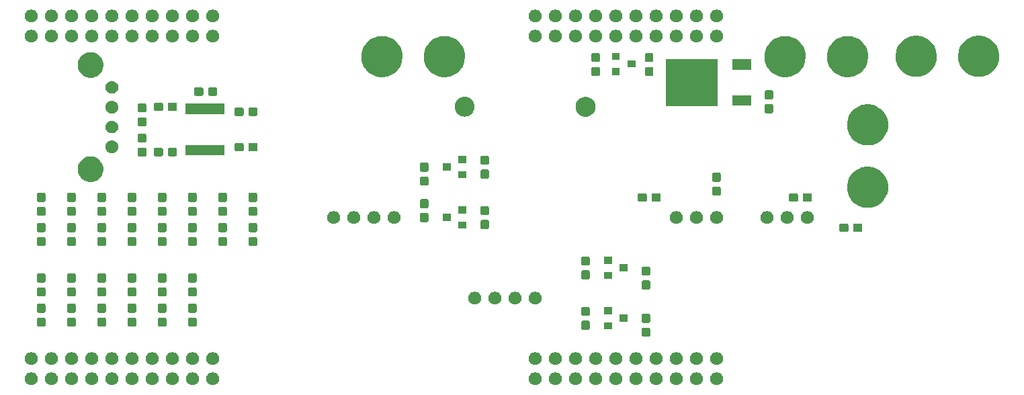
<source format=gbr>
G04 #@! TF.GenerationSoftware,KiCad,Pcbnew,(5.1.4)-1*
G04 #@! TF.CreationDate,2020-02-16T21:06:34-06:00*
G04 #@! TF.ProjectId,SRA_Sensor_Board,5352415f-5365-46e7-936f-725f426f6172,rev?*
G04 #@! TF.SameCoordinates,Original*
G04 #@! TF.FileFunction,Soldermask,Top*
G04 #@! TF.FilePolarity,Negative*
%FSLAX46Y46*%
G04 Gerber Fmt 4.6, Leading zero omitted, Abs format (unit mm)*
G04 Created by KiCad (PCBNEW (5.1.4)-1) date 2020-02-16 21:06:34*
%MOMM*%
%LPD*%
G04 APERTURE LIST*
%ADD10C,0.100000*%
G04 APERTURE END LIST*
D10*
G36*
X92946560Y-102090166D02*
G01*
X93094153Y-102151301D01*
X93226982Y-102240055D01*
X93339945Y-102353018D01*
X93428699Y-102485847D01*
X93489834Y-102633440D01*
X93521000Y-102790123D01*
X93521000Y-102949877D01*
X93489834Y-103106560D01*
X93428699Y-103254153D01*
X93339945Y-103386982D01*
X93226982Y-103499945D01*
X93094153Y-103588699D01*
X93094152Y-103588700D01*
X93094151Y-103588700D01*
X92946560Y-103649834D01*
X92789878Y-103681000D01*
X92630122Y-103681000D01*
X92473440Y-103649834D01*
X92325849Y-103588700D01*
X92325848Y-103588700D01*
X92325847Y-103588699D01*
X92193018Y-103499945D01*
X92080055Y-103386982D01*
X91991301Y-103254153D01*
X91930166Y-103106560D01*
X91899000Y-102949877D01*
X91899000Y-102790123D01*
X91930166Y-102633440D01*
X91991301Y-102485847D01*
X92080055Y-102353018D01*
X92193018Y-102240055D01*
X92325847Y-102151301D01*
X92473440Y-102090166D01*
X92630122Y-102059000D01*
X92789878Y-102059000D01*
X92946560Y-102090166D01*
X92946560Y-102090166D01*
G37*
G36*
X156446560Y-102090166D02*
G01*
X156594153Y-102151301D01*
X156726982Y-102240055D01*
X156839945Y-102353018D01*
X156928699Y-102485847D01*
X156989834Y-102633440D01*
X157021000Y-102790123D01*
X157021000Y-102949877D01*
X156989834Y-103106560D01*
X156928699Y-103254153D01*
X156839945Y-103386982D01*
X156726982Y-103499945D01*
X156594153Y-103588699D01*
X156594152Y-103588700D01*
X156594151Y-103588700D01*
X156446560Y-103649834D01*
X156289878Y-103681000D01*
X156130122Y-103681000D01*
X155973440Y-103649834D01*
X155825849Y-103588700D01*
X155825848Y-103588700D01*
X155825847Y-103588699D01*
X155693018Y-103499945D01*
X155580055Y-103386982D01*
X155491301Y-103254153D01*
X155430166Y-103106560D01*
X155399000Y-102949877D01*
X155399000Y-102790123D01*
X155430166Y-102633440D01*
X155491301Y-102485847D01*
X155580055Y-102353018D01*
X155693018Y-102240055D01*
X155825847Y-102151301D01*
X155973440Y-102090166D01*
X156130122Y-102059000D01*
X156289878Y-102059000D01*
X156446560Y-102090166D01*
X156446560Y-102090166D01*
G37*
G36*
X133586560Y-102090166D02*
G01*
X133734153Y-102151301D01*
X133866982Y-102240055D01*
X133979945Y-102353018D01*
X134068699Y-102485847D01*
X134129834Y-102633440D01*
X134161000Y-102790123D01*
X134161000Y-102949877D01*
X134129834Y-103106560D01*
X134068699Y-103254153D01*
X133979945Y-103386982D01*
X133866982Y-103499945D01*
X133734153Y-103588699D01*
X133734152Y-103588700D01*
X133734151Y-103588700D01*
X133586560Y-103649834D01*
X133429878Y-103681000D01*
X133270122Y-103681000D01*
X133113440Y-103649834D01*
X132965849Y-103588700D01*
X132965848Y-103588700D01*
X132965847Y-103588699D01*
X132833018Y-103499945D01*
X132720055Y-103386982D01*
X132631301Y-103254153D01*
X132570166Y-103106560D01*
X132539000Y-102949877D01*
X132539000Y-102790123D01*
X132570166Y-102633440D01*
X132631301Y-102485847D01*
X132720055Y-102353018D01*
X132833018Y-102240055D01*
X132965847Y-102151301D01*
X133113440Y-102090166D01*
X133270122Y-102059000D01*
X133429878Y-102059000D01*
X133586560Y-102090166D01*
X133586560Y-102090166D01*
G37*
G36*
X148826560Y-102090166D02*
G01*
X148974153Y-102151301D01*
X149106982Y-102240055D01*
X149219945Y-102353018D01*
X149308699Y-102485847D01*
X149369834Y-102633440D01*
X149401000Y-102790123D01*
X149401000Y-102949877D01*
X149369834Y-103106560D01*
X149308699Y-103254153D01*
X149219945Y-103386982D01*
X149106982Y-103499945D01*
X148974153Y-103588699D01*
X148974152Y-103588700D01*
X148974151Y-103588700D01*
X148826560Y-103649834D01*
X148669878Y-103681000D01*
X148510122Y-103681000D01*
X148353440Y-103649834D01*
X148205849Y-103588700D01*
X148205848Y-103588700D01*
X148205847Y-103588699D01*
X148073018Y-103499945D01*
X147960055Y-103386982D01*
X147871301Y-103254153D01*
X147810166Y-103106560D01*
X147779000Y-102949877D01*
X147779000Y-102790123D01*
X147810166Y-102633440D01*
X147871301Y-102485847D01*
X147960055Y-102353018D01*
X148073018Y-102240055D01*
X148205847Y-102151301D01*
X148353440Y-102090166D01*
X148510122Y-102059000D01*
X148669878Y-102059000D01*
X148826560Y-102090166D01*
X148826560Y-102090166D01*
G37*
G36*
X136126560Y-102090166D02*
G01*
X136274153Y-102151301D01*
X136406982Y-102240055D01*
X136519945Y-102353018D01*
X136608699Y-102485847D01*
X136669834Y-102633440D01*
X136701000Y-102790123D01*
X136701000Y-102949877D01*
X136669834Y-103106560D01*
X136608699Y-103254153D01*
X136519945Y-103386982D01*
X136406982Y-103499945D01*
X136274153Y-103588699D01*
X136274152Y-103588700D01*
X136274151Y-103588700D01*
X136126560Y-103649834D01*
X135969878Y-103681000D01*
X135810122Y-103681000D01*
X135653440Y-103649834D01*
X135505849Y-103588700D01*
X135505848Y-103588700D01*
X135505847Y-103588699D01*
X135373018Y-103499945D01*
X135260055Y-103386982D01*
X135171301Y-103254153D01*
X135110166Y-103106560D01*
X135079000Y-102949877D01*
X135079000Y-102790123D01*
X135110166Y-102633440D01*
X135171301Y-102485847D01*
X135260055Y-102353018D01*
X135373018Y-102240055D01*
X135505847Y-102151301D01*
X135653440Y-102090166D01*
X135810122Y-102059000D01*
X135969878Y-102059000D01*
X136126560Y-102090166D01*
X136126560Y-102090166D01*
G37*
G36*
X138666560Y-102090166D02*
G01*
X138814153Y-102151301D01*
X138946982Y-102240055D01*
X139059945Y-102353018D01*
X139148699Y-102485847D01*
X139209834Y-102633440D01*
X139241000Y-102790123D01*
X139241000Y-102949877D01*
X139209834Y-103106560D01*
X139148699Y-103254153D01*
X139059945Y-103386982D01*
X138946982Y-103499945D01*
X138814153Y-103588699D01*
X138814152Y-103588700D01*
X138814151Y-103588700D01*
X138666560Y-103649834D01*
X138509878Y-103681000D01*
X138350122Y-103681000D01*
X138193440Y-103649834D01*
X138045849Y-103588700D01*
X138045848Y-103588700D01*
X138045847Y-103588699D01*
X137913018Y-103499945D01*
X137800055Y-103386982D01*
X137711301Y-103254153D01*
X137650166Y-103106560D01*
X137619000Y-102949877D01*
X137619000Y-102790123D01*
X137650166Y-102633440D01*
X137711301Y-102485847D01*
X137800055Y-102353018D01*
X137913018Y-102240055D01*
X138045847Y-102151301D01*
X138193440Y-102090166D01*
X138350122Y-102059000D01*
X138509878Y-102059000D01*
X138666560Y-102090166D01*
X138666560Y-102090166D01*
G37*
G36*
X141206560Y-102090166D02*
G01*
X141354153Y-102151301D01*
X141486982Y-102240055D01*
X141599945Y-102353018D01*
X141688699Y-102485847D01*
X141749834Y-102633440D01*
X141781000Y-102790123D01*
X141781000Y-102949877D01*
X141749834Y-103106560D01*
X141688699Y-103254153D01*
X141599945Y-103386982D01*
X141486982Y-103499945D01*
X141354153Y-103588699D01*
X141354152Y-103588700D01*
X141354151Y-103588700D01*
X141206560Y-103649834D01*
X141049878Y-103681000D01*
X140890122Y-103681000D01*
X140733440Y-103649834D01*
X140585849Y-103588700D01*
X140585848Y-103588700D01*
X140585847Y-103588699D01*
X140453018Y-103499945D01*
X140340055Y-103386982D01*
X140251301Y-103254153D01*
X140190166Y-103106560D01*
X140159000Y-102949877D01*
X140159000Y-102790123D01*
X140190166Y-102633440D01*
X140251301Y-102485847D01*
X140340055Y-102353018D01*
X140453018Y-102240055D01*
X140585847Y-102151301D01*
X140733440Y-102090166D01*
X140890122Y-102059000D01*
X141049878Y-102059000D01*
X141206560Y-102090166D01*
X141206560Y-102090166D01*
G37*
G36*
X143746560Y-102090166D02*
G01*
X143894153Y-102151301D01*
X144026982Y-102240055D01*
X144139945Y-102353018D01*
X144228699Y-102485847D01*
X144289834Y-102633440D01*
X144321000Y-102790123D01*
X144321000Y-102949877D01*
X144289834Y-103106560D01*
X144228699Y-103254153D01*
X144139945Y-103386982D01*
X144026982Y-103499945D01*
X143894153Y-103588699D01*
X143894152Y-103588700D01*
X143894151Y-103588700D01*
X143746560Y-103649834D01*
X143589878Y-103681000D01*
X143430122Y-103681000D01*
X143273440Y-103649834D01*
X143125849Y-103588700D01*
X143125848Y-103588700D01*
X143125847Y-103588699D01*
X142993018Y-103499945D01*
X142880055Y-103386982D01*
X142791301Y-103254153D01*
X142730166Y-103106560D01*
X142699000Y-102949877D01*
X142699000Y-102790123D01*
X142730166Y-102633440D01*
X142791301Y-102485847D01*
X142880055Y-102353018D01*
X142993018Y-102240055D01*
X143125847Y-102151301D01*
X143273440Y-102090166D01*
X143430122Y-102059000D01*
X143589878Y-102059000D01*
X143746560Y-102090166D01*
X143746560Y-102090166D01*
G37*
G36*
X146286560Y-102090166D02*
G01*
X146434153Y-102151301D01*
X146566982Y-102240055D01*
X146679945Y-102353018D01*
X146768699Y-102485847D01*
X146829834Y-102633440D01*
X146861000Y-102790123D01*
X146861000Y-102949877D01*
X146829834Y-103106560D01*
X146768699Y-103254153D01*
X146679945Y-103386982D01*
X146566982Y-103499945D01*
X146434153Y-103588699D01*
X146434152Y-103588700D01*
X146434151Y-103588700D01*
X146286560Y-103649834D01*
X146129878Y-103681000D01*
X145970122Y-103681000D01*
X145813440Y-103649834D01*
X145665849Y-103588700D01*
X145665848Y-103588700D01*
X145665847Y-103588699D01*
X145533018Y-103499945D01*
X145420055Y-103386982D01*
X145331301Y-103254153D01*
X145270166Y-103106560D01*
X145239000Y-102949877D01*
X145239000Y-102790123D01*
X145270166Y-102633440D01*
X145331301Y-102485847D01*
X145420055Y-102353018D01*
X145533018Y-102240055D01*
X145665847Y-102151301D01*
X145813440Y-102090166D01*
X145970122Y-102059000D01*
X146129878Y-102059000D01*
X146286560Y-102090166D01*
X146286560Y-102090166D01*
G37*
G36*
X151366560Y-102090166D02*
G01*
X151514153Y-102151301D01*
X151646982Y-102240055D01*
X151759945Y-102353018D01*
X151848699Y-102485847D01*
X151909834Y-102633440D01*
X151941000Y-102790123D01*
X151941000Y-102949877D01*
X151909834Y-103106560D01*
X151848699Y-103254153D01*
X151759945Y-103386982D01*
X151646982Y-103499945D01*
X151514153Y-103588699D01*
X151514152Y-103588700D01*
X151514151Y-103588700D01*
X151366560Y-103649834D01*
X151209878Y-103681000D01*
X151050122Y-103681000D01*
X150893440Y-103649834D01*
X150745849Y-103588700D01*
X150745848Y-103588700D01*
X150745847Y-103588699D01*
X150613018Y-103499945D01*
X150500055Y-103386982D01*
X150411301Y-103254153D01*
X150350166Y-103106560D01*
X150319000Y-102949877D01*
X150319000Y-102790123D01*
X150350166Y-102633440D01*
X150411301Y-102485847D01*
X150500055Y-102353018D01*
X150613018Y-102240055D01*
X150745847Y-102151301D01*
X150893440Y-102090166D01*
X151050122Y-102059000D01*
X151209878Y-102059000D01*
X151366560Y-102090166D01*
X151366560Y-102090166D01*
G37*
G36*
X153906560Y-102090166D02*
G01*
X154054153Y-102151301D01*
X154186982Y-102240055D01*
X154299945Y-102353018D01*
X154388699Y-102485847D01*
X154449834Y-102633440D01*
X154481000Y-102790123D01*
X154481000Y-102949877D01*
X154449834Y-103106560D01*
X154388699Y-103254153D01*
X154299945Y-103386982D01*
X154186982Y-103499945D01*
X154054153Y-103588699D01*
X154054152Y-103588700D01*
X154054151Y-103588700D01*
X153906560Y-103649834D01*
X153749878Y-103681000D01*
X153590122Y-103681000D01*
X153433440Y-103649834D01*
X153285849Y-103588700D01*
X153285848Y-103588700D01*
X153285847Y-103588699D01*
X153153018Y-103499945D01*
X153040055Y-103386982D01*
X152951301Y-103254153D01*
X152890166Y-103106560D01*
X152859000Y-102949877D01*
X152859000Y-102790123D01*
X152890166Y-102633440D01*
X152951301Y-102485847D01*
X153040055Y-102353018D01*
X153153018Y-102240055D01*
X153285847Y-102151301D01*
X153433440Y-102090166D01*
X153590122Y-102059000D01*
X153749878Y-102059000D01*
X153906560Y-102090166D01*
X153906560Y-102090166D01*
G37*
G36*
X72626560Y-102090166D02*
G01*
X72774153Y-102151301D01*
X72906982Y-102240055D01*
X73019945Y-102353018D01*
X73108699Y-102485847D01*
X73169834Y-102633440D01*
X73201000Y-102790123D01*
X73201000Y-102949877D01*
X73169834Y-103106560D01*
X73108699Y-103254153D01*
X73019945Y-103386982D01*
X72906982Y-103499945D01*
X72774153Y-103588699D01*
X72774152Y-103588700D01*
X72774151Y-103588700D01*
X72626560Y-103649834D01*
X72469878Y-103681000D01*
X72310122Y-103681000D01*
X72153440Y-103649834D01*
X72005849Y-103588700D01*
X72005848Y-103588700D01*
X72005847Y-103588699D01*
X71873018Y-103499945D01*
X71760055Y-103386982D01*
X71671301Y-103254153D01*
X71610166Y-103106560D01*
X71579000Y-102949877D01*
X71579000Y-102790123D01*
X71610166Y-102633440D01*
X71671301Y-102485847D01*
X71760055Y-102353018D01*
X71873018Y-102240055D01*
X72005847Y-102151301D01*
X72153440Y-102090166D01*
X72310122Y-102059000D01*
X72469878Y-102059000D01*
X72626560Y-102090166D01*
X72626560Y-102090166D01*
G37*
G36*
X75166560Y-102090166D02*
G01*
X75314153Y-102151301D01*
X75446982Y-102240055D01*
X75559945Y-102353018D01*
X75648699Y-102485847D01*
X75709834Y-102633440D01*
X75741000Y-102790123D01*
X75741000Y-102949877D01*
X75709834Y-103106560D01*
X75648699Y-103254153D01*
X75559945Y-103386982D01*
X75446982Y-103499945D01*
X75314153Y-103588699D01*
X75314152Y-103588700D01*
X75314151Y-103588700D01*
X75166560Y-103649834D01*
X75009878Y-103681000D01*
X74850122Y-103681000D01*
X74693440Y-103649834D01*
X74545849Y-103588700D01*
X74545848Y-103588700D01*
X74545847Y-103588699D01*
X74413018Y-103499945D01*
X74300055Y-103386982D01*
X74211301Y-103254153D01*
X74150166Y-103106560D01*
X74119000Y-102949877D01*
X74119000Y-102790123D01*
X74150166Y-102633440D01*
X74211301Y-102485847D01*
X74300055Y-102353018D01*
X74413018Y-102240055D01*
X74545847Y-102151301D01*
X74693440Y-102090166D01*
X74850122Y-102059000D01*
X75009878Y-102059000D01*
X75166560Y-102090166D01*
X75166560Y-102090166D01*
G37*
G36*
X77706560Y-102090166D02*
G01*
X77854153Y-102151301D01*
X77986982Y-102240055D01*
X78099945Y-102353018D01*
X78188699Y-102485847D01*
X78249834Y-102633440D01*
X78281000Y-102790123D01*
X78281000Y-102949877D01*
X78249834Y-103106560D01*
X78188699Y-103254153D01*
X78099945Y-103386982D01*
X77986982Y-103499945D01*
X77854153Y-103588699D01*
X77854152Y-103588700D01*
X77854151Y-103588700D01*
X77706560Y-103649834D01*
X77549878Y-103681000D01*
X77390122Y-103681000D01*
X77233440Y-103649834D01*
X77085849Y-103588700D01*
X77085848Y-103588700D01*
X77085847Y-103588699D01*
X76953018Y-103499945D01*
X76840055Y-103386982D01*
X76751301Y-103254153D01*
X76690166Y-103106560D01*
X76659000Y-102949877D01*
X76659000Y-102790123D01*
X76690166Y-102633440D01*
X76751301Y-102485847D01*
X76840055Y-102353018D01*
X76953018Y-102240055D01*
X77085847Y-102151301D01*
X77233440Y-102090166D01*
X77390122Y-102059000D01*
X77549878Y-102059000D01*
X77706560Y-102090166D01*
X77706560Y-102090166D01*
G37*
G36*
X80246560Y-102090166D02*
G01*
X80394153Y-102151301D01*
X80526982Y-102240055D01*
X80639945Y-102353018D01*
X80728699Y-102485847D01*
X80789834Y-102633440D01*
X80821000Y-102790123D01*
X80821000Y-102949877D01*
X80789834Y-103106560D01*
X80728699Y-103254153D01*
X80639945Y-103386982D01*
X80526982Y-103499945D01*
X80394153Y-103588699D01*
X80394152Y-103588700D01*
X80394151Y-103588700D01*
X80246560Y-103649834D01*
X80089878Y-103681000D01*
X79930122Y-103681000D01*
X79773440Y-103649834D01*
X79625849Y-103588700D01*
X79625848Y-103588700D01*
X79625847Y-103588699D01*
X79493018Y-103499945D01*
X79380055Y-103386982D01*
X79291301Y-103254153D01*
X79230166Y-103106560D01*
X79199000Y-102949877D01*
X79199000Y-102790123D01*
X79230166Y-102633440D01*
X79291301Y-102485847D01*
X79380055Y-102353018D01*
X79493018Y-102240055D01*
X79625847Y-102151301D01*
X79773440Y-102090166D01*
X79930122Y-102059000D01*
X80089878Y-102059000D01*
X80246560Y-102090166D01*
X80246560Y-102090166D01*
G37*
G36*
X82786560Y-102090166D02*
G01*
X82934153Y-102151301D01*
X83066982Y-102240055D01*
X83179945Y-102353018D01*
X83268699Y-102485847D01*
X83329834Y-102633440D01*
X83361000Y-102790123D01*
X83361000Y-102949877D01*
X83329834Y-103106560D01*
X83268699Y-103254153D01*
X83179945Y-103386982D01*
X83066982Y-103499945D01*
X82934153Y-103588699D01*
X82934152Y-103588700D01*
X82934151Y-103588700D01*
X82786560Y-103649834D01*
X82629878Y-103681000D01*
X82470122Y-103681000D01*
X82313440Y-103649834D01*
X82165849Y-103588700D01*
X82165848Y-103588700D01*
X82165847Y-103588699D01*
X82033018Y-103499945D01*
X81920055Y-103386982D01*
X81831301Y-103254153D01*
X81770166Y-103106560D01*
X81739000Y-102949877D01*
X81739000Y-102790123D01*
X81770166Y-102633440D01*
X81831301Y-102485847D01*
X81920055Y-102353018D01*
X82033018Y-102240055D01*
X82165847Y-102151301D01*
X82313440Y-102090166D01*
X82470122Y-102059000D01*
X82629878Y-102059000D01*
X82786560Y-102090166D01*
X82786560Y-102090166D01*
G37*
G36*
X85326560Y-102090166D02*
G01*
X85474153Y-102151301D01*
X85606982Y-102240055D01*
X85719945Y-102353018D01*
X85808699Y-102485847D01*
X85869834Y-102633440D01*
X85901000Y-102790123D01*
X85901000Y-102949877D01*
X85869834Y-103106560D01*
X85808699Y-103254153D01*
X85719945Y-103386982D01*
X85606982Y-103499945D01*
X85474153Y-103588699D01*
X85474152Y-103588700D01*
X85474151Y-103588700D01*
X85326560Y-103649834D01*
X85169878Y-103681000D01*
X85010122Y-103681000D01*
X84853440Y-103649834D01*
X84705849Y-103588700D01*
X84705848Y-103588700D01*
X84705847Y-103588699D01*
X84573018Y-103499945D01*
X84460055Y-103386982D01*
X84371301Y-103254153D01*
X84310166Y-103106560D01*
X84279000Y-102949877D01*
X84279000Y-102790123D01*
X84310166Y-102633440D01*
X84371301Y-102485847D01*
X84460055Y-102353018D01*
X84573018Y-102240055D01*
X84705847Y-102151301D01*
X84853440Y-102090166D01*
X85010122Y-102059000D01*
X85169878Y-102059000D01*
X85326560Y-102090166D01*
X85326560Y-102090166D01*
G37*
G36*
X87866560Y-102090166D02*
G01*
X88014153Y-102151301D01*
X88146982Y-102240055D01*
X88259945Y-102353018D01*
X88348699Y-102485847D01*
X88409834Y-102633440D01*
X88441000Y-102790123D01*
X88441000Y-102949877D01*
X88409834Y-103106560D01*
X88348699Y-103254153D01*
X88259945Y-103386982D01*
X88146982Y-103499945D01*
X88014153Y-103588699D01*
X88014152Y-103588700D01*
X88014151Y-103588700D01*
X87866560Y-103649834D01*
X87709878Y-103681000D01*
X87550122Y-103681000D01*
X87393440Y-103649834D01*
X87245849Y-103588700D01*
X87245848Y-103588700D01*
X87245847Y-103588699D01*
X87113018Y-103499945D01*
X87000055Y-103386982D01*
X86911301Y-103254153D01*
X86850166Y-103106560D01*
X86819000Y-102949877D01*
X86819000Y-102790123D01*
X86850166Y-102633440D01*
X86911301Y-102485847D01*
X87000055Y-102353018D01*
X87113018Y-102240055D01*
X87245847Y-102151301D01*
X87393440Y-102090166D01*
X87550122Y-102059000D01*
X87709878Y-102059000D01*
X87866560Y-102090166D01*
X87866560Y-102090166D01*
G37*
G36*
X90406560Y-102090166D02*
G01*
X90554153Y-102151301D01*
X90686982Y-102240055D01*
X90799945Y-102353018D01*
X90888699Y-102485847D01*
X90949834Y-102633440D01*
X90981000Y-102790123D01*
X90981000Y-102949877D01*
X90949834Y-103106560D01*
X90888699Y-103254153D01*
X90799945Y-103386982D01*
X90686982Y-103499945D01*
X90554153Y-103588699D01*
X90554152Y-103588700D01*
X90554151Y-103588700D01*
X90406560Y-103649834D01*
X90249878Y-103681000D01*
X90090122Y-103681000D01*
X89933440Y-103649834D01*
X89785849Y-103588700D01*
X89785848Y-103588700D01*
X89785847Y-103588699D01*
X89653018Y-103499945D01*
X89540055Y-103386982D01*
X89451301Y-103254153D01*
X89390166Y-103106560D01*
X89359000Y-102949877D01*
X89359000Y-102790123D01*
X89390166Y-102633440D01*
X89451301Y-102485847D01*
X89540055Y-102353018D01*
X89653018Y-102240055D01*
X89785847Y-102151301D01*
X89933440Y-102090166D01*
X90090122Y-102059000D01*
X90249878Y-102059000D01*
X90406560Y-102090166D01*
X90406560Y-102090166D01*
G37*
G36*
X70086560Y-102090166D02*
G01*
X70234153Y-102151301D01*
X70366982Y-102240055D01*
X70479945Y-102353018D01*
X70568699Y-102485847D01*
X70629834Y-102633440D01*
X70661000Y-102790123D01*
X70661000Y-102949877D01*
X70629834Y-103106560D01*
X70568699Y-103254153D01*
X70479945Y-103386982D01*
X70366982Y-103499945D01*
X70234153Y-103588699D01*
X70234152Y-103588700D01*
X70234151Y-103588700D01*
X70086560Y-103649834D01*
X69929878Y-103681000D01*
X69770122Y-103681000D01*
X69613440Y-103649834D01*
X69465849Y-103588700D01*
X69465848Y-103588700D01*
X69465847Y-103588699D01*
X69333018Y-103499945D01*
X69220055Y-103386982D01*
X69131301Y-103254153D01*
X69070166Y-103106560D01*
X69039000Y-102949877D01*
X69039000Y-102790123D01*
X69070166Y-102633440D01*
X69131301Y-102485847D01*
X69220055Y-102353018D01*
X69333018Y-102240055D01*
X69465847Y-102151301D01*
X69613440Y-102090166D01*
X69770122Y-102059000D01*
X69929878Y-102059000D01*
X70086560Y-102090166D01*
X70086560Y-102090166D01*
G37*
G36*
X72626560Y-99550166D02*
G01*
X72774153Y-99611301D01*
X72906982Y-99700055D01*
X73019945Y-99813018D01*
X73108699Y-99945847D01*
X73169834Y-100093440D01*
X73201000Y-100250123D01*
X73201000Y-100409877D01*
X73169834Y-100566560D01*
X73108699Y-100714153D01*
X73019945Y-100846982D01*
X72906982Y-100959945D01*
X72774153Y-101048699D01*
X72774152Y-101048700D01*
X72774151Y-101048700D01*
X72626560Y-101109834D01*
X72469878Y-101141000D01*
X72310122Y-101141000D01*
X72153440Y-101109834D01*
X72005849Y-101048700D01*
X72005848Y-101048700D01*
X72005847Y-101048699D01*
X71873018Y-100959945D01*
X71760055Y-100846982D01*
X71671301Y-100714153D01*
X71610166Y-100566560D01*
X71579000Y-100409877D01*
X71579000Y-100250123D01*
X71610166Y-100093440D01*
X71671301Y-99945847D01*
X71760055Y-99813018D01*
X71873018Y-99700055D01*
X72005847Y-99611301D01*
X72153440Y-99550166D01*
X72310122Y-99519000D01*
X72469878Y-99519000D01*
X72626560Y-99550166D01*
X72626560Y-99550166D01*
G37*
G36*
X148826560Y-99550166D02*
G01*
X148974153Y-99611301D01*
X149106982Y-99700055D01*
X149219945Y-99813018D01*
X149308699Y-99945847D01*
X149369834Y-100093440D01*
X149401000Y-100250123D01*
X149401000Y-100409877D01*
X149369834Y-100566560D01*
X149308699Y-100714153D01*
X149219945Y-100846982D01*
X149106982Y-100959945D01*
X148974153Y-101048699D01*
X148974152Y-101048700D01*
X148974151Y-101048700D01*
X148826560Y-101109834D01*
X148669878Y-101141000D01*
X148510122Y-101141000D01*
X148353440Y-101109834D01*
X148205849Y-101048700D01*
X148205848Y-101048700D01*
X148205847Y-101048699D01*
X148073018Y-100959945D01*
X147960055Y-100846982D01*
X147871301Y-100714153D01*
X147810166Y-100566560D01*
X147779000Y-100409877D01*
X147779000Y-100250123D01*
X147810166Y-100093440D01*
X147871301Y-99945847D01*
X147960055Y-99813018D01*
X148073018Y-99700055D01*
X148205847Y-99611301D01*
X148353440Y-99550166D01*
X148510122Y-99519000D01*
X148669878Y-99519000D01*
X148826560Y-99550166D01*
X148826560Y-99550166D01*
G37*
G36*
X151366560Y-99550166D02*
G01*
X151514153Y-99611301D01*
X151646982Y-99700055D01*
X151759945Y-99813018D01*
X151848699Y-99945847D01*
X151909834Y-100093440D01*
X151941000Y-100250123D01*
X151941000Y-100409877D01*
X151909834Y-100566560D01*
X151848699Y-100714153D01*
X151759945Y-100846982D01*
X151646982Y-100959945D01*
X151514153Y-101048699D01*
X151514152Y-101048700D01*
X151514151Y-101048700D01*
X151366560Y-101109834D01*
X151209878Y-101141000D01*
X151050122Y-101141000D01*
X150893440Y-101109834D01*
X150745849Y-101048700D01*
X150745848Y-101048700D01*
X150745847Y-101048699D01*
X150613018Y-100959945D01*
X150500055Y-100846982D01*
X150411301Y-100714153D01*
X150350166Y-100566560D01*
X150319000Y-100409877D01*
X150319000Y-100250123D01*
X150350166Y-100093440D01*
X150411301Y-99945847D01*
X150500055Y-99813018D01*
X150613018Y-99700055D01*
X150745847Y-99611301D01*
X150893440Y-99550166D01*
X151050122Y-99519000D01*
X151209878Y-99519000D01*
X151366560Y-99550166D01*
X151366560Y-99550166D01*
G37*
G36*
X141206560Y-99550166D02*
G01*
X141354153Y-99611301D01*
X141486982Y-99700055D01*
X141599945Y-99813018D01*
X141688699Y-99945847D01*
X141749834Y-100093440D01*
X141781000Y-100250123D01*
X141781000Y-100409877D01*
X141749834Y-100566560D01*
X141688699Y-100714153D01*
X141599945Y-100846982D01*
X141486982Y-100959945D01*
X141354153Y-101048699D01*
X141354152Y-101048700D01*
X141354151Y-101048700D01*
X141206560Y-101109834D01*
X141049878Y-101141000D01*
X140890122Y-101141000D01*
X140733440Y-101109834D01*
X140585849Y-101048700D01*
X140585848Y-101048700D01*
X140585847Y-101048699D01*
X140453018Y-100959945D01*
X140340055Y-100846982D01*
X140251301Y-100714153D01*
X140190166Y-100566560D01*
X140159000Y-100409877D01*
X140159000Y-100250123D01*
X140190166Y-100093440D01*
X140251301Y-99945847D01*
X140340055Y-99813018D01*
X140453018Y-99700055D01*
X140585847Y-99611301D01*
X140733440Y-99550166D01*
X140890122Y-99519000D01*
X141049878Y-99519000D01*
X141206560Y-99550166D01*
X141206560Y-99550166D01*
G37*
G36*
X138666560Y-99550166D02*
G01*
X138814153Y-99611301D01*
X138946982Y-99700055D01*
X139059945Y-99813018D01*
X139148699Y-99945847D01*
X139209834Y-100093440D01*
X139241000Y-100250123D01*
X139241000Y-100409877D01*
X139209834Y-100566560D01*
X139148699Y-100714153D01*
X139059945Y-100846982D01*
X138946982Y-100959945D01*
X138814153Y-101048699D01*
X138814152Y-101048700D01*
X138814151Y-101048700D01*
X138666560Y-101109834D01*
X138509878Y-101141000D01*
X138350122Y-101141000D01*
X138193440Y-101109834D01*
X138045849Y-101048700D01*
X138045848Y-101048700D01*
X138045847Y-101048699D01*
X137913018Y-100959945D01*
X137800055Y-100846982D01*
X137711301Y-100714153D01*
X137650166Y-100566560D01*
X137619000Y-100409877D01*
X137619000Y-100250123D01*
X137650166Y-100093440D01*
X137711301Y-99945847D01*
X137800055Y-99813018D01*
X137913018Y-99700055D01*
X138045847Y-99611301D01*
X138193440Y-99550166D01*
X138350122Y-99519000D01*
X138509878Y-99519000D01*
X138666560Y-99550166D01*
X138666560Y-99550166D01*
G37*
G36*
X136126560Y-99550166D02*
G01*
X136274153Y-99611301D01*
X136406982Y-99700055D01*
X136519945Y-99813018D01*
X136608699Y-99945847D01*
X136669834Y-100093440D01*
X136701000Y-100250123D01*
X136701000Y-100409877D01*
X136669834Y-100566560D01*
X136608699Y-100714153D01*
X136519945Y-100846982D01*
X136406982Y-100959945D01*
X136274153Y-101048699D01*
X136274152Y-101048700D01*
X136274151Y-101048700D01*
X136126560Y-101109834D01*
X135969878Y-101141000D01*
X135810122Y-101141000D01*
X135653440Y-101109834D01*
X135505849Y-101048700D01*
X135505848Y-101048700D01*
X135505847Y-101048699D01*
X135373018Y-100959945D01*
X135260055Y-100846982D01*
X135171301Y-100714153D01*
X135110166Y-100566560D01*
X135079000Y-100409877D01*
X135079000Y-100250123D01*
X135110166Y-100093440D01*
X135171301Y-99945847D01*
X135260055Y-99813018D01*
X135373018Y-99700055D01*
X135505847Y-99611301D01*
X135653440Y-99550166D01*
X135810122Y-99519000D01*
X135969878Y-99519000D01*
X136126560Y-99550166D01*
X136126560Y-99550166D01*
G37*
G36*
X133586560Y-99550166D02*
G01*
X133734153Y-99611301D01*
X133866982Y-99700055D01*
X133979945Y-99813018D01*
X134068699Y-99945847D01*
X134129834Y-100093440D01*
X134161000Y-100250123D01*
X134161000Y-100409877D01*
X134129834Y-100566560D01*
X134068699Y-100714153D01*
X133979945Y-100846982D01*
X133866982Y-100959945D01*
X133734153Y-101048699D01*
X133734152Y-101048700D01*
X133734151Y-101048700D01*
X133586560Y-101109834D01*
X133429878Y-101141000D01*
X133270122Y-101141000D01*
X133113440Y-101109834D01*
X132965849Y-101048700D01*
X132965848Y-101048700D01*
X132965847Y-101048699D01*
X132833018Y-100959945D01*
X132720055Y-100846982D01*
X132631301Y-100714153D01*
X132570166Y-100566560D01*
X132539000Y-100409877D01*
X132539000Y-100250123D01*
X132570166Y-100093440D01*
X132631301Y-99945847D01*
X132720055Y-99813018D01*
X132833018Y-99700055D01*
X132965847Y-99611301D01*
X133113440Y-99550166D01*
X133270122Y-99519000D01*
X133429878Y-99519000D01*
X133586560Y-99550166D01*
X133586560Y-99550166D01*
G37*
G36*
X146286560Y-99550166D02*
G01*
X146434153Y-99611301D01*
X146566982Y-99700055D01*
X146679945Y-99813018D01*
X146768699Y-99945847D01*
X146829834Y-100093440D01*
X146861000Y-100250123D01*
X146861000Y-100409877D01*
X146829834Y-100566560D01*
X146768699Y-100714153D01*
X146679945Y-100846982D01*
X146566982Y-100959945D01*
X146434153Y-101048699D01*
X146434152Y-101048700D01*
X146434151Y-101048700D01*
X146286560Y-101109834D01*
X146129878Y-101141000D01*
X145970122Y-101141000D01*
X145813440Y-101109834D01*
X145665849Y-101048700D01*
X145665848Y-101048700D01*
X145665847Y-101048699D01*
X145533018Y-100959945D01*
X145420055Y-100846982D01*
X145331301Y-100714153D01*
X145270166Y-100566560D01*
X145239000Y-100409877D01*
X145239000Y-100250123D01*
X145270166Y-100093440D01*
X145331301Y-99945847D01*
X145420055Y-99813018D01*
X145533018Y-99700055D01*
X145665847Y-99611301D01*
X145813440Y-99550166D01*
X145970122Y-99519000D01*
X146129878Y-99519000D01*
X146286560Y-99550166D01*
X146286560Y-99550166D01*
G37*
G36*
X143746560Y-99550166D02*
G01*
X143894153Y-99611301D01*
X144026982Y-99700055D01*
X144139945Y-99813018D01*
X144228699Y-99945847D01*
X144289834Y-100093440D01*
X144321000Y-100250123D01*
X144321000Y-100409877D01*
X144289834Y-100566560D01*
X144228699Y-100714153D01*
X144139945Y-100846982D01*
X144026982Y-100959945D01*
X143894153Y-101048699D01*
X143894152Y-101048700D01*
X143894151Y-101048700D01*
X143746560Y-101109834D01*
X143589878Y-101141000D01*
X143430122Y-101141000D01*
X143273440Y-101109834D01*
X143125849Y-101048700D01*
X143125848Y-101048700D01*
X143125847Y-101048699D01*
X142993018Y-100959945D01*
X142880055Y-100846982D01*
X142791301Y-100714153D01*
X142730166Y-100566560D01*
X142699000Y-100409877D01*
X142699000Y-100250123D01*
X142730166Y-100093440D01*
X142791301Y-99945847D01*
X142880055Y-99813018D01*
X142993018Y-99700055D01*
X143125847Y-99611301D01*
X143273440Y-99550166D01*
X143430122Y-99519000D01*
X143589878Y-99519000D01*
X143746560Y-99550166D01*
X143746560Y-99550166D01*
G37*
G36*
X75166560Y-99550166D02*
G01*
X75314153Y-99611301D01*
X75446982Y-99700055D01*
X75559945Y-99813018D01*
X75648699Y-99945847D01*
X75709834Y-100093440D01*
X75741000Y-100250123D01*
X75741000Y-100409877D01*
X75709834Y-100566560D01*
X75648699Y-100714153D01*
X75559945Y-100846982D01*
X75446982Y-100959945D01*
X75314153Y-101048699D01*
X75314152Y-101048700D01*
X75314151Y-101048700D01*
X75166560Y-101109834D01*
X75009878Y-101141000D01*
X74850122Y-101141000D01*
X74693440Y-101109834D01*
X74545849Y-101048700D01*
X74545848Y-101048700D01*
X74545847Y-101048699D01*
X74413018Y-100959945D01*
X74300055Y-100846982D01*
X74211301Y-100714153D01*
X74150166Y-100566560D01*
X74119000Y-100409877D01*
X74119000Y-100250123D01*
X74150166Y-100093440D01*
X74211301Y-99945847D01*
X74300055Y-99813018D01*
X74413018Y-99700055D01*
X74545847Y-99611301D01*
X74693440Y-99550166D01*
X74850122Y-99519000D01*
X75009878Y-99519000D01*
X75166560Y-99550166D01*
X75166560Y-99550166D01*
G37*
G36*
X77706560Y-99550166D02*
G01*
X77854153Y-99611301D01*
X77986982Y-99700055D01*
X78099945Y-99813018D01*
X78188699Y-99945847D01*
X78249834Y-100093440D01*
X78281000Y-100250123D01*
X78281000Y-100409877D01*
X78249834Y-100566560D01*
X78188699Y-100714153D01*
X78099945Y-100846982D01*
X77986982Y-100959945D01*
X77854153Y-101048699D01*
X77854152Y-101048700D01*
X77854151Y-101048700D01*
X77706560Y-101109834D01*
X77549878Y-101141000D01*
X77390122Y-101141000D01*
X77233440Y-101109834D01*
X77085849Y-101048700D01*
X77085848Y-101048700D01*
X77085847Y-101048699D01*
X76953018Y-100959945D01*
X76840055Y-100846982D01*
X76751301Y-100714153D01*
X76690166Y-100566560D01*
X76659000Y-100409877D01*
X76659000Y-100250123D01*
X76690166Y-100093440D01*
X76751301Y-99945847D01*
X76840055Y-99813018D01*
X76953018Y-99700055D01*
X77085847Y-99611301D01*
X77233440Y-99550166D01*
X77390122Y-99519000D01*
X77549878Y-99519000D01*
X77706560Y-99550166D01*
X77706560Y-99550166D01*
G37*
G36*
X80246560Y-99550166D02*
G01*
X80394153Y-99611301D01*
X80526982Y-99700055D01*
X80639945Y-99813018D01*
X80728699Y-99945847D01*
X80789834Y-100093440D01*
X80821000Y-100250123D01*
X80821000Y-100409877D01*
X80789834Y-100566560D01*
X80728699Y-100714153D01*
X80639945Y-100846982D01*
X80526982Y-100959945D01*
X80394153Y-101048699D01*
X80394152Y-101048700D01*
X80394151Y-101048700D01*
X80246560Y-101109834D01*
X80089878Y-101141000D01*
X79930122Y-101141000D01*
X79773440Y-101109834D01*
X79625849Y-101048700D01*
X79625848Y-101048700D01*
X79625847Y-101048699D01*
X79493018Y-100959945D01*
X79380055Y-100846982D01*
X79291301Y-100714153D01*
X79230166Y-100566560D01*
X79199000Y-100409877D01*
X79199000Y-100250123D01*
X79230166Y-100093440D01*
X79291301Y-99945847D01*
X79380055Y-99813018D01*
X79493018Y-99700055D01*
X79625847Y-99611301D01*
X79773440Y-99550166D01*
X79930122Y-99519000D01*
X80089878Y-99519000D01*
X80246560Y-99550166D01*
X80246560Y-99550166D01*
G37*
G36*
X82786560Y-99550166D02*
G01*
X82934153Y-99611301D01*
X83066982Y-99700055D01*
X83179945Y-99813018D01*
X83268699Y-99945847D01*
X83329834Y-100093440D01*
X83361000Y-100250123D01*
X83361000Y-100409877D01*
X83329834Y-100566560D01*
X83268699Y-100714153D01*
X83179945Y-100846982D01*
X83066982Y-100959945D01*
X82934153Y-101048699D01*
X82934152Y-101048700D01*
X82934151Y-101048700D01*
X82786560Y-101109834D01*
X82629878Y-101141000D01*
X82470122Y-101141000D01*
X82313440Y-101109834D01*
X82165849Y-101048700D01*
X82165848Y-101048700D01*
X82165847Y-101048699D01*
X82033018Y-100959945D01*
X81920055Y-100846982D01*
X81831301Y-100714153D01*
X81770166Y-100566560D01*
X81739000Y-100409877D01*
X81739000Y-100250123D01*
X81770166Y-100093440D01*
X81831301Y-99945847D01*
X81920055Y-99813018D01*
X82033018Y-99700055D01*
X82165847Y-99611301D01*
X82313440Y-99550166D01*
X82470122Y-99519000D01*
X82629878Y-99519000D01*
X82786560Y-99550166D01*
X82786560Y-99550166D01*
G37*
G36*
X153906560Y-99550166D02*
G01*
X154054153Y-99611301D01*
X154186982Y-99700055D01*
X154299945Y-99813018D01*
X154388699Y-99945847D01*
X154449834Y-100093440D01*
X154481000Y-100250123D01*
X154481000Y-100409877D01*
X154449834Y-100566560D01*
X154388699Y-100714153D01*
X154299945Y-100846982D01*
X154186982Y-100959945D01*
X154054153Y-101048699D01*
X154054152Y-101048700D01*
X154054151Y-101048700D01*
X153906560Y-101109834D01*
X153749878Y-101141000D01*
X153590122Y-101141000D01*
X153433440Y-101109834D01*
X153285849Y-101048700D01*
X153285848Y-101048700D01*
X153285847Y-101048699D01*
X153153018Y-100959945D01*
X153040055Y-100846982D01*
X152951301Y-100714153D01*
X152890166Y-100566560D01*
X152859000Y-100409877D01*
X152859000Y-100250123D01*
X152890166Y-100093440D01*
X152951301Y-99945847D01*
X153040055Y-99813018D01*
X153153018Y-99700055D01*
X153285847Y-99611301D01*
X153433440Y-99550166D01*
X153590122Y-99519000D01*
X153749878Y-99519000D01*
X153906560Y-99550166D01*
X153906560Y-99550166D01*
G37*
G36*
X156446560Y-99550166D02*
G01*
X156594153Y-99611301D01*
X156726982Y-99700055D01*
X156839945Y-99813018D01*
X156928699Y-99945847D01*
X156989834Y-100093440D01*
X157021000Y-100250123D01*
X157021000Y-100409877D01*
X156989834Y-100566560D01*
X156928699Y-100714153D01*
X156839945Y-100846982D01*
X156726982Y-100959945D01*
X156594153Y-101048699D01*
X156594152Y-101048700D01*
X156594151Y-101048700D01*
X156446560Y-101109834D01*
X156289878Y-101141000D01*
X156130122Y-101141000D01*
X155973440Y-101109834D01*
X155825849Y-101048700D01*
X155825848Y-101048700D01*
X155825847Y-101048699D01*
X155693018Y-100959945D01*
X155580055Y-100846982D01*
X155491301Y-100714153D01*
X155430166Y-100566560D01*
X155399000Y-100409877D01*
X155399000Y-100250123D01*
X155430166Y-100093440D01*
X155491301Y-99945847D01*
X155580055Y-99813018D01*
X155693018Y-99700055D01*
X155825847Y-99611301D01*
X155973440Y-99550166D01*
X156130122Y-99519000D01*
X156289878Y-99519000D01*
X156446560Y-99550166D01*
X156446560Y-99550166D01*
G37*
G36*
X92946560Y-99550166D02*
G01*
X93094153Y-99611301D01*
X93226982Y-99700055D01*
X93339945Y-99813018D01*
X93428699Y-99945847D01*
X93489834Y-100093440D01*
X93521000Y-100250123D01*
X93521000Y-100409877D01*
X93489834Y-100566560D01*
X93428699Y-100714153D01*
X93339945Y-100846982D01*
X93226982Y-100959945D01*
X93094153Y-101048699D01*
X93094152Y-101048700D01*
X93094151Y-101048700D01*
X92946560Y-101109834D01*
X92789878Y-101141000D01*
X92630122Y-101141000D01*
X92473440Y-101109834D01*
X92325849Y-101048700D01*
X92325848Y-101048700D01*
X92325847Y-101048699D01*
X92193018Y-100959945D01*
X92080055Y-100846982D01*
X91991301Y-100714153D01*
X91930166Y-100566560D01*
X91899000Y-100409877D01*
X91899000Y-100250123D01*
X91930166Y-100093440D01*
X91991301Y-99945847D01*
X92080055Y-99813018D01*
X92193018Y-99700055D01*
X92325847Y-99611301D01*
X92473440Y-99550166D01*
X92630122Y-99519000D01*
X92789878Y-99519000D01*
X92946560Y-99550166D01*
X92946560Y-99550166D01*
G37*
G36*
X70086560Y-99550166D02*
G01*
X70234153Y-99611301D01*
X70366982Y-99700055D01*
X70479945Y-99813018D01*
X70568699Y-99945847D01*
X70629834Y-100093440D01*
X70661000Y-100250123D01*
X70661000Y-100409877D01*
X70629834Y-100566560D01*
X70568699Y-100714153D01*
X70479945Y-100846982D01*
X70366982Y-100959945D01*
X70234153Y-101048699D01*
X70234152Y-101048700D01*
X70234151Y-101048700D01*
X70086560Y-101109834D01*
X69929878Y-101141000D01*
X69770122Y-101141000D01*
X69613440Y-101109834D01*
X69465849Y-101048700D01*
X69465848Y-101048700D01*
X69465847Y-101048699D01*
X69333018Y-100959945D01*
X69220055Y-100846982D01*
X69131301Y-100714153D01*
X69070166Y-100566560D01*
X69039000Y-100409877D01*
X69039000Y-100250123D01*
X69070166Y-100093440D01*
X69131301Y-99945847D01*
X69220055Y-99813018D01*
X69333018Y-99700055D01*
X69465847Y-99611301D01*
X69613440Y-99550166D01*
X69770122Y-99519000D01*
X69929878Y-99519000D01*
X70086560Y-99550166D01*
X70086560Y-99550166D01*
G37*
G36*
X87866560Y-99550166D02*
G01*
X88014153Y-99611301D01*
X88146982Y-99700055D01*
X88259945Y-99813018D01*
X88348699Y-99945847D01*
X88409834Y-100093440D01*
X88441000Y-100250123D01*
X88441000Y-100409877D01*
X88409834Y-100566560D01*
X88348699Y-100714153D01*
X88259945Y-100846982D01*
X88146982Y-100959945D01*
X88014153Y-101048699D01*
X88014152Y-101048700D01*
X88014151Y-101048700D01*
X87866560Y-101109834D01*
X87709878Y-101141000D01*
X87550122Y-101141000D01*
X87393440Y-101109834D01*
X87245849Y-101048700D01*
X87245848Y-101048700D01*
X87245847Y-101048699D01*
X87113018Y-100959945D01*
X87000055Y-100846982D01*
X86911301Y-100714153D01*
X86850166Y-100566560D01*
X86819000Y-100409877D01*
X86819000Y-100250123D01*
X86850166Y-100093440D01*
X86911301Y-99945847D01*
X87000055Y-99813018D01*
X87113018Y-99700055D01*
X87245847Y-99611301D01*
X87393440Y-99550166D01*
X87550122Y-99519000D01*
X87709878Y-99519000D01*
X87866560Y-99550166D01*
X87866560Y-99550166D01*
G37*
G36*
X85326560Y-99550166D02*
G01*
X85474153Y-99611301D01*
X85606982Y-99700055D01*
X85719945Y-99813018D01*
X85808699Y-99945847D01*
X85869834Y-100093440D01*
X85901000Y-100250123D01*
X85901000Y-100409877D01*
X85869834Y-100566560D01*
X85808699Y-100714153D01*
X85719945Y-100846982D01*
X85606982Y-100959945D01*
X85474153Y-101048699D01*
X85474152Y-101048700D01*
X85474151Y-101048700D01*
X85326560Y-101109834D01*
X85169878Y-101141000D01*
X85010122Y-101141000D01*
X84853440Y-101109834D01*
X84705849Y-101048700D01*
X84705848Y-101048700D01*
X84705847Y-101048699D01*
X84573018Y-100959945D01*
X84460055Y-100846982D01*
X84371301Y-100714153D01*
X84310166Y-100566560D01*
X84279000Y-100409877D01*
X84279000Y-100250123D01*
X84310166Y-100093440D01*
X84371301Y-99945847D01*
X84460055Y-99813018D01*
X84573018Y-99700055D01*
X84705847Y-99611301D01*
X84853440Y-99550166D01*
X85010122Y-99519000D01*
X85169878Y-99519000D01*
X85326560Y-99550166D01*
X85326560Y-99550166D01*
G37*
G36*
X90406560Y-99550166D02*
G01*
X90554153Y-99611301D01*
X90686982Y-99700055D01*
X90799945Y-99813018D01*
X90888699Y-99945847D01*
X90949834Y-100093440D01*
X90981000Y-100250123D01*
X90981000Y-100409877D01*
X90949834Y-100566560D01*
X90888699Y-100714153D01*
X90799945Y-100846982D01*
X90686982Y-100959945D01*
X90554153Y-101048699D01*
X90554152Y-101048700D01*
X90554151Y-101048700D01*
X90406560Y-101109834D01*
X90249878Y-101141000D01*
X90090122Y-101141000D01*
X89933440Y-101109834D01*
X89785849Y-101048700D01*
X89785848Y-101048700D01*
X89785847Y-101048699D01*
X89653018Y-100959945D01*
X89540055Y-100846982D01*
X89451301Y-100714153D01*
X89390166Y-100566560D01*
X89359000Y-100409877D01*
X89359000Y-100250123D01*
X89390166Y-100093440D01*
X89451301Y-99945847D01*
X89540055Y-99813018D01*
X89653018Y-99700055D01*
X89785847Y-99611301D01*
X89933440Y-99550166D01*
X90090122Y-99519000D01*
X90249878Y-99519000D01*
X90406560Y-99550166D01*
X90406560Y-99550166D01*
G37*
G36*
X147684499Y-96428445D02*
G01*
X147721995Y-96439820D01*
X147756554Y-96458292D01*
X147786847Y-96483153D01*
X147811708Y-96513446D01*
X147830180Y-96548005D01*
X147841555Y-96585501D01*
X147846000Y-96630638D01*
X147846000Y-97369362D01*
X147841555Y-97414499D01*
X147830180Y-97451995D01*
X147811708Y-97486554D01*
X147786847Y-97516847D01*
X147756554Y-97541708D01*
X147721995Y-97560180D01*
X147684499Y-97571555D01*
X147639362Y-97576000D01*
X147000638Y-97576000D01*
X146955501Y-97571555D01*
X146918005Y-97560180D01*
X146883446Y-97541708D01*
X146853153Y-97516847D01*
X146828292Y-97486554D01*
X146809820Y-97451995D01*
X146798445Y-97414499D01*
X146794000Y-97369362D01*
X146794000Y-96630638D01*
X146798445Y-96585501D01*
X146809820Y-96548005D01*
X146828292Y-96513446D01*
X146853153Y-96483153D01*
X146883446Y-96458292D01*
X146918005Y-96439820D01*
X146955501Y-96428445D01*
X147000638Y-96424000D01*
X147639362Y-96424000D01*
X147684499Y-96428445D01*
X147684499Y-96428445D01*
G37*
G36*
X140064499Y-95553445D02*
G01*
X140101995Y-95564820D01*
X140136554Y-95583292D01*
X140166847Y-95608153D01*
X140191708Y-95638446D01*
X140210180Y-95673005D01*
X140221555Y-95710501D01*
X140226000Y-95755638D01*
X140226000Y-96494362D01*
X140221555Y-96539499D01*
X140210180Y-96576995D01*
X140191708Y-96611554D01*
X140166847Y-96641847D01*
X140136554Y-96666708D01*
X140101995Y-96685180D01*
X140064499Y-96696555D01*
X140019362Y-96701000D01*
X139380638Y-96701000D01*
X139335501Y-96696555D01*
X139298005Y-96685180D01*
X139263446Y-96666708D01*
X139233153Y-96641847D01*
X139208292Y-96611554D01*
X139189820Y-96576995D01*
X139178445Y-96539499D01*
X139174000Y-96494362D01*
X139174000Y-95755638D01*
X139178445Y-95710501D01*
X139189820Y-95673005D01*
X139208292Y-95638446D01*
X139233153Y-95608153D01*
X139263446Y-95583292D01*
X139298005Y-95564820D01*
X139335501Y-95553445D01*
X139380638Y-95549000D01*
X140019362Y-95549000D01*
X140064499Y-95553445D01*
X140064499Y-95553445D01*
G37*
G36*
X143011000Y-96651000D02*
G01*
X142009000Y-96651000D01*
X142009000Y-95749000D01*
X143011000Y-95749000D01*
X143011000Y-96651000D01*
X143011000Y-96651000D01*
G37*
G36*
X82914499Y-95158445D02*
G01*
X82951995Y-95169820D01*
X82986554Y-95188292D01*
X83016847Y-95213153D01*
X83041708Y-95243446D01*
X83060180Y-95278005D01*
X83071555Y-95315501D01*
X83076000Y-95360638D01*
X83076000Y-96099362D01*
X83071555Y-96144499D01*
X83060180Y-96181995D01*
X83041708Y-96216554D01*
X83016847Y-96246847D01*
X82986554Y-96271708D01*
X82951995Y-96290180D01*
X82914499Y-96301555D01*
X82869362Y-96306000D01*
X82230638Y-96306000D01*
X82185501Y-96301555D01*
X82148005Y-96290180D01*
X82113446Y-96271708D01*
X82083153Y-96246847D01*
X82058292Y-96216554D01*
X82039820Y-96181995D01*
X82028445Y-96144499D01*
X82024000Y-96099362D01*
X82024000Y-95360638D01*
X82028445Y-95315501D01*
X82039820Y-95278005D01*
X82058292Y-95243446D01*
X82083153Y-95213153D01*
X82113446Y-95188292D01*
X82148005Y-95169820D01*
X82185501Y-95158445D01*
X82230638Y-95154000D01*
X82869362Y-95154000D01*
X82914499Y-95158445D01*
X82914499Y-95158445D01*
G37*
G36*
X71484499Y-95158445D02*
G01*
X71521995Y-95169820D01*
X71556554Y-95188292D01*
X71586847Y-95213153D01*
X71611708Y-95243446D01*
X71630180Y-95278005D01*
X71641555Y-95315501D01*
X71646000Y-95360638D01*
X71646000Y-96099362D01*
X71641555Y-96144499D01*
X71630180Y-96181995D01*
X71611708Y-96216554D01*
X71586847Y-96246847D01*
X71556554Y-96271708D01*
X71521995Y-96290180D01*
X71484499Y-96301555D01*
X71439362Y-96306000D01*
X70800638Y-96306000D01*
X70755501Y-96301555D01*
X70718005Y-96290180D01*
X70683446Y-96271708D01*
X70653153Y-96246847D01*
X70628292Y-96216554D01*
X70609820Y-96181995D01*
X70598445Y-96144499D01*
X70594000Y-96099362D01*
X70594000Y-95360638D01*
X70598445Y-95315501D01*
X70609820Y-95278005D01*
X70628292Y-95243446D01*
X70653153Y-95213153D01*
X70683446Y-95188292D01*
X70718005Y-95169820D01*
X70755501Y-95158445D01*
X70800638Y-95154000D01*
X71439362Y-95154000D01*
X71484499Y-95158445D01*
X71484499Y-95158445D01*
G37*
G36*
X75294499Y-95158445D02*
G01*
X75331995Y-95169820D01*
X75366554Y-95188292D01*
X75396847Y-95213153D01*
X75421708Y-95243446D01*
X75440180Y-95278005D01*
X75451555Y-95315501D01*
X75456000Y-95360638D01*
X75456000Y-96099362D01*
X75451555Y-96144499D01*
X75440180Y-96181995D01*
X75421708Y-96216554D01*
X75396847Y-96246847D01*
X75366554Y-96271708D01*
X75331995Y-96290180D01*
X75294499Y-96301555D01*
X75249362Y-96306000D01*
X74610638Y-96306000D01*
X74565501Y-96301555D01*
X74528005Y-96290180D01*
X74493446Y-96271708D01*
X74463153Y-96246847D01*
X74438292Y-96216554D01*
X74419820Y-96181995D01*
X74408445Y-96144499D01*
X74404000Y-96099362D01*
X74404000Y-95360638D01*
X74408445Y-95315501D01*
X74419820Y-95278005D01*
X74438292Y-95243446D01*
X74463153Y-95213153D01*
X74493446Y-95188292D01*
X74528005Y-95169820D01*
X74565501Y-95158445D01*
X74610638Y-95154000D01*
X75249362Y-95154000D01*
X75294499Y-95158445D01*
X75294499Y-95158445D01*
G37*
G36*
X79104499Y-95158445D02*
G01*
X79141995Y-95169820D01*
X79176554Y-95188292D01*
X79206847Y-95213153D01*
X79231708Y-95243446D01*
X79250180Y-95278005D01*
X79261555Y-95315501D01*
X79266000Y-95360638D01*
X79266000Y-96099362D01*
X79261555Y-96144499D01*
X79250180Y-96181995D01*
X79231708Y-96216554D01*
X79206847Y-96246847D01*
X79176554Y-96271708D01*
X79141995Y-96290180D01*
X79104499Y-96301555D01*
X79059362Y-96306000D01*
X78420638Y-96306000D01*
X78375501Y-96301555D01*
X78338005Y-96290180D01*
X78303446Y-96271708D01*
X78273153Y-96246847D01*
X78248292Y-96216554D01*
X78229820Y-96181995D01*
X78218445Y-96144499D01*
X78214000Y-96099362D01*
X78214000Y-95360638D01*
X78218445Y-95315501D01*
X78229820Y-95278005D01*
X78248292Y-95243446D01*
X78273153Y-95213153D01*
X78303446Y-95188292D01*
X78338005Y-95169820D01*
X78375501Y-95158445D01*
X78420638Y-95154000D01*
X79059362Y-95154000D01*
X79104499Y-95158445D01*
X79104499Y-95158445D01*
G37*
G36*
X90534499Y-95158445D02*
G01*
X90571995Y-95169820D01*
X90606554Y-95188292D01*
X90636847Y-95213153D01*
X90661708Y-95243446D01*
X90680180Y-95278005D01*
X90691555Y-95315501D01*
X90696000Y-95360638D01*
X90696000Y-96099362D01*
X90691555Y-96144499D01*
X90680180Y-96181995D01*
X90661708Y-96216554D01*
X90636847Y-96246847D01*
X90606554Y-96271708D01*
X90571995Y-96290180D01*
X90534499Y-96301555D01*
X90489362Y-96306000D01*
X89850638Y-96306000D01*
X89805501Y-96301555D01*
X89768005Y-96290180D01*
X89733446Y-96271708D01*
X89703153Y-96246847D01*
X89678292Y-96216554D01*
X89659820Y-96181995D01*
X89648445Y-96144499D01*
X89644000Y-96099362D01*
X89644000Y-95360638D01*
X89648445Y-95315501D01*
X89659820Y-95278005D01*
X89678292Y-95243446D01*
X89703153Y-95213153D01*
X89733446Y-95188292D01*
X89768005Y-95169820D01*
X89805501Y-95158445D01*
X89850638Y-95154000D01*
X90489362Y-95154000D01*
X90534499Y-95158445D01*
X90534499Y-95158445D01*
G37*
G36*
X86724499Y-95158445D02*
G01*
X86761995Y-95169820D01*
X86796554Y-95188292D01*
X86826847Y-95213153D01*
X86851708Y-95243446D01*
X86870180Y-95278005D01*
X86881555Y-95315501D01*
X86886000Y-95360638D01*
X86886000Y-96099362D01*
X86881555Y-96144499D01*
X86870180Y-96181995D01*
X86851708Y-96216554D01*
X86826847Y-96246847D01*
X86796554Y-96271708D01*
X86761995Y-96290180D01*
X86724499Y-96301555D01*
X86679362Y-96306000D01*
X86040638Y-96306000D01*
X85995501Y-96301555D01*
X85958005Y-96290180D01*
X85923446Y-96271708D01*
X85893153Y-96246847D01*
X85868292Y-96216554D01*
X85849820Y-96181995D01*
X85838445Y-96144499D01*
X85834000Y-96099362D01*
X85834000Y-95360638D01*
X85838445Y-95315501D01*
X85849820Y-95278005D01*
X85868292Y-95243446D01*
X85893153Y-95213153D01*
X85923446Y-95188292D01*
X85958005Y-95169820D01*
X85995501Y-95158445D01*
X86040638Y-95154000D01*
X86679362Y-95154000D01*
X86724499Y-95158445D01*
X86724499Y-95158445D01*
G37*
G36*
X147684499Y-94678445D02*
G01*
X147721995Y-94689820D01*
X147756554Y-94708292D01*
X147786847Y-94733153D01*
X147811708Y-94763446D01*
X147830180Y-94798005D01*
X147841555Y-94835501D01*
X147846000Y-94880638D01*
X147846000Y-95619362D01*
X147841555Y-95664499D01*
X147830180Y-95701995D01*
X147811708Y-95736554D01*
X147786847Y-95766847D01*
X147756554Y-95791708D01*
X147721995Y-95810180D01*
X147684499Y-95821555D01*
X147639362Y-95826000D01*
X147000638Y-95826000D01*
X146955501Y-95821555D01*
X146918005Y-95810180D01*
X146883446Y-95791708D01*
X146853153Y-95766847D01*
X146828292Y-95736554D01*
X146809820Y-95701995D01*
X146798445Y-95664499D01*
X146794000Y-95619362D01*
X146794000Y-94880638D01*
X146798445Y-94835501D01*
X146809820Y-94798005D01*
X146828292Y-94763446D01*
X146853153Y-94733153D01*
X146883446Y-94708292D01*
X146918005Y-94689820D01*
X146955501Y-94678445D01*
X147000638Y-94674000D01*
X147639362Y-94674000D01*
X147684499Y-94678445D01*
X147684499Y-94678445D01*
G37*
G36*
X145011000Y-95701000D02*
G01*
X144009000Y-95701000D01*
X144009000Y-94799000D01*
X145011000Y-94799000D01*
X145011000Y-95701000D01*
X145011000Y-95701000D01*
G37*
G36*
X140064499Y-93803445D02*
G01*
X140101995Y-93814820D01*
X140136554Y-93833292D01*
X140166847Y-93858153D01*
X140191708Y-93888446D01*
X140210180Y-93923005D01*
X140221555Y-93960501D01*
X140226000Y-94005638D01*
X140226000Y-94744362D01*
X140221555Y-94789499D01*
X140210180Y-94826995D01*
X140191708Y-94861554D01*
X140166847Y-94891847D01*
X140136554Y-94916708D01*
X140101995Y-94935180D01*
X140064499Y-94946555D01*
X140019362Y-94951000D01*
X139380638Y-94951000D01*
X139335501Y-94946555D01*
X139298005Y-94935180D01*
X139263446Y-94916708D01*
X139233153Y-94891847D01*
X139208292Y-94861554D01*
X139189820Y-94826995D01*
X139178445Y-94789499D01*
X139174000Y-94744362D01*
X139174000Y-94005638D01*
X139178445Y-93960501D01*
X139189820Y-93923005D01*
X139208292Y-93888446D01*
X139233153Y-93858153D01*
X139263446Y-93833292D01*
X139298005Y-93814820D01*
X139335501Y-93803445D01*
X139380638Y-93799000D01*
X140019362Y-93799000D01*
X140064499Y-93803445D01*
X140064499Y-93803445D01*
G37*
G36*
X143011000Y-94751000D02*
G01*
X142009000Y-94751000D01*
X142009000Y-93849000D01*
X143011000Y-93849000D01*
X143011000Y-94751000D01*
X143011000Y-94751000D01*
G37*
G36*
X86724499Y-93408445D02*
G01*
X86761995Y-93419820D01*
X86796554Y-93438292D01*
X86826847Y-93463153D01*
X86851708Y-93493446D01*
X86870180Y-93528005D01*
X86881555Y-93565501D01*
X86886000Y-93610638D01*
X86886000Y-94349362D01*
X86881555Y-94394499D01*
X86870180Y-94431995D01*
X86851708Y-94466554D01*
X86826847Y-94496847D01*
X86796554Y-94521708D01*
X86761995Y-94540180D01*
X86724499Y-94551555D01*
X86679362Y-94556000D01*
X86040638Y-94556000D01*
X85995501Y-94551555D01*
X85958005Y-94540180D01*
X85923446Y-94521708D01*
X85893153Y-94496847D01*
X85868292Y-94466554D01*
X85849820Y-94431995D01*
X85838445Y-94394499D01*
X85834000Y-94349362D01*
X85834000Y-93610638D01*
X85838445Y-93565501D01*
X85849820Y-93528005D01*
X85868292Y-93493446D01*
X85893153Y-93463153D01*
X85923446Y-93438292D01*
X85958005Y-93419820D01*
X85995501Y-93408445D01*
X86040638Y-93404000D01*
X86679362Y-93404000D01*
X86724499Y-93408445D01*
X86724499Y-93408445D01*
G37*
G36*
X90534499Y-93408445D02*
G01*
X90571995Y-93419820D01*
X90606554Y-93438292D01*
X90636847Y-93463153D01*
X90661708Y-93493446D01*
X90680180Y-93528005D01*
X90691555Y-93565501D01*
X90696000Y-93610638D01*
X90696000Y-94349362D01*
X90691555Y-94394499D01*
X90680180Y-94431995D01*
X90661708Y-94466554D01*
X90636847Y-94496847D01*
X90606554Y-94521708D01*
X90571995Y-94540180D01*
X90534499Y-94551555D01*
X90489362Y-94556000D01*
X89850638Y-94556000D01*
X89805501Y-94551555D01*
X89768005Y-94540180D01*
X89733446Y-94521708D01*
X89703153Y-94496847D01*
X89678292Y-94466554D01*
X89659820Y-94431995D01*
X89648445Y-94394499D01*
X89644000Y-94349362D01*
X89644000Y-93610638D01*
X89648445Y-93565501D01*
X89659820Y-93528005D01*
X89678292Y-93493446D01*
X89703153Y-93463153D01*
X89733446Y-93438292D01*
X89768005Y-93419820D01*
X89805501Y-93408445D01*
X89850638Y-93404000D01*
X90489362Y-93404000D01*
X90534499Y-93408445D01*
X90534499Y-93408445D01*
G37*
G36*
X71484499Y-93408445D02*
G01*
X71521995Y-93419820D01*
X71556554Y-93438292D01*
X71586847Y-93463153D01*
X71611708Y-93493446D01*
X71630180Y-93528005D01*
X71641555Y-93565501D01*
X71646000Y-93610638D01*
X71646000Y-94349362D01*
X71641555Y-94394499D01*
X71630180Y-94431995D01*
X71611708Y-94466554D01*
X71586847Y-94496847D01*
X71556554Y-94521708D01*
X71521995Y-94540180D01*
X71484499Y-94551555D01*
X71439362Y-94556000D01*
X70800638Y-94556000D01*
X70755501Y-94551555D01*
X70718005Y-94540180D01*
X70683446Y-94521708D01*
X70653153Y-94496847D01*
X70628292Y-94466554D01*
X70609820Y-94431995D01*
X70598445Y-94394499D01*
X70594000Y-94349362D01*
X70594000Y-93610638D01*
X70598445Y-93565501D01*
X70609820Y-93528005D01*
X70628292Y-93493446D01*
X70653153Y-93463153D01*
X70683446Y-93438292D01*
X70718005Y-93419820D01*
X70755501Y-93408445D01*
X70800638Y-93404000D01*
X71439362Y-93404000D01*
X71484499Y-93408445D01*
X71484499Y-93408445D01*
G37*
G36*
X82914499Y-93408445D02*
G01*
X82951995Y-93419820D01*
X82986554Y-93438292D01*
X83016847Y-93463153D01*
X83041708Y-93493446D01*
X83060180Y-93528005D01*
X83071555Y-93565501D01*
X83076000Y-93610638D01*
X83076000Y-94349362D01*
X83071555Y-94394499D01*
X83060180Y-94431995D01*
X83041708Y-94466554D01*
X83016847Y-94496847D01*
X82986554Y-94521708D01*
X82951995Y-94540180D01*
X82914499Y-94551555D01*
X82869362Y-94556000D01*
X82230638Y-94556000D01*
X82185501Y-94551555D01*
X82148005Y-94540180D01*
X82113446Y-94521708D01*
X82083153Y-94496847D01*
X82058292Y-94466554D01*
X82039820Y-94431995D01*
X82028445Y-94394499D01*
X82024000Y-94349362D01*
X82024000Y-93610638D01*
X82028445Y-93565501D01*
X82039820Y-93528005D01*
X82058292Y-93493446D01*
X82083153Y-93463153D01*
X82113446Y-93438292D01*
X82148005Y-93419820D01*
X82185501Y-93408445D01*
X82230638Y-93404000D01*
X82869362Y-93404000D01*
X82914499Y-93408445D01*
X82914499Y-93408445D01*
G37*
G36*
X79104499Y-93408445D02*
G01*
X79141995Y-93419820D01*
X79176554Y-93438292D01*
X79206847Y-93463153D01*
X79231708Y-93493446D01*
X79250180Y-93528005D01*
X79261555Y-93565501D01*
X79266000Y-93610638D01*
X79266000Y-94349362D01*
X79261555Y-94394499D01*
X79250180Y-94431995D01*
X79231708Y-94466554D01*
X79206847Y-94496847D01*
X79176554Y-94521708D01*
X79141995Y-94540180D01*
X79104499Y-94551555D01*
X79059362Y-94556000D01*
X78420638Y-94556000D01*
X78375501Y-94551555D01*
X78338005Y-94540180D01*
X78303446Y-94521708D01*
X78273153Y-94496847D01*
X78248292Y-94466554D01*
X78229820Y-94431995D01*
X78218445Y-94394499D01*
X78214000Y-94349362D01*
X78214000Y-93610638D01*
X78218445Y-93565501D01*
X78229820Y-93528005D01*
X78248292Y-93493446D01*
X78273153Y-93463153D01*
X78303446Y-93438292D01*
X78338005Y-93419820D01*
X78375501Y-93408445D01*
X78420638Y-93404000D01*
X79059362Y-93404000D01*
X79104499Y-93408445D01*
X79104499Y-93408445D01*
G37*
G36*
X75294499Y-93408445D02*
G01*
X75331995Y-93419820D01*
X75366554Y-93438292D01*
X75396847Y-93463153D01*
X75421708Y-93493446D01*
X75440180Y-93528005D01*
X75451555Y-93565501D01*
X75456000Y-93610638D01*
X75456000Y-94349362D01*
X75451555Y-94394499D01*
X75440180Y-94431995D01*
X75421708Y-94466554D01*
X75396847Y-94496847D01*
X75366554Y-94521708D01*
X75331995Y-94540180D01*
X75294499Y-94551555D01*
X75249362Y-94556000D01*
X74610638Y-94556000D01*
X74565501Y-94551555D01*
X74528005Y-94540180D01*
X74493446Y-94521708D01*
X74463153Y-94496847D01*
X74438292Y-94466554D01*
X74419820Y-94431995D01*
X74408445Y-94394499D01*
X74404000Y-94349362D01*
X74404000Y-93610638D01*
X74408445Y-93565501D01*
X74419820Y-93528005D01*
X74438292Y-93493446D01*
X74463153Y-93463153D01*
X74493446Y-93438292D01*
X74528005Y-93419820D01*
X74565501Y-93408445D01*
X74610638Y-93404000D01*
X75249362Y-93404000D01*
X75294499Y-93408445D01*
X75294499Y-93408445D01*
G37*
G36*
X131047142Y-91928242D02*
G01*
X131195101Y-91989529D01*
X131328255Y-92078499D01*
X131441501Y-92191745D01*
X131530471Y-92324899D01*
X131591758Y-92472858D01*
X131623000Y-92629925D01*
X131623000Y-92790075D01*
X131591758Y-92947142D01*
X131530471Y-93095101D01*
X131441501Y-93228255D01*
X131328255Y-93341501D01*
X131195101Y-93430471D01*
X131047142Y-93491758D01*
X130890075Y-93523000D01*
X130729925Y-93523000D01*
X130572858Y-93491758D01*
X130424899Y-93430471D01*
X130291745Y-93341501D01*
X130178499Y-93228255D01*
X130089529Y-93095101D01*
X130028242Y-92947142D01*
X129997000Y-92790075D01*
X129997000Y-92629925D01*
X130028242Y-92472858D01*
X130089529Y-92324899D01*
X130178499Y-92191745D01*
X130291745Y-92078499D01*
X130424899Y-91989529D01*
X130572858Y-91928242D01*
X130729925Y-91897000D01*
X130890075Y-91897000D01*
X131047142Y-91928242D01*
X131047142Y-91928242D01*
G37*
G36*
X125967142Y-91928242D02*
G01*
X126115101Y-91989529D01*
X126248255Y-92078499D01*
X126361501Y-92191745D01*
X126450471Y-92324899D01*
X126511758Y-92472858D01*
X126543000Y-92629925D01*
X126543000Y-92790075D01*
X126511758Y-92947142D01*
X126450471Y-93095101D01*
X126361501Y-93228255D01*
X126248255Y-93341501D01*
X126115101Y-93430471D01*
X125967142Y-93491758D01*
X125810075Y-93523000D01*
X125649925Y-93523000D01*
X125492858Y-93491758D01*
X125344899Y-93430471D01*
X125211745Y-93341501D01*
X125098499Y-93228255D01*
X125009529Y-93095101D01*
X124948242Y-92947142D01*
X124917000Y-92790075D01*
X124917000Y-92629925D01*
X124948242Y-92472858D01*
X125009529Y-92324899D01*
X125098499Y-92191745D01*
X125211745Y-92078499D01*
X125344899Y-91989529D01*
X125492858Y-91928242D01*
X125649925Y-91897000D01*
X125810075Y-91897000D01*
X125967142Y-91928242D01*
X125967142Y-91928242D01*
G37*
G36*
X133587142Y-91928242D02*
G01*
X133735101Y-91989529D01*
X133868255Y-92078499D01*
X133981501Y-92191745D01*
X134070471Y-92324899D01*
X134131758Y-92472858D01*
X134163000Y-92629925D01*
X134163000Y-92790075D01*
X134131758Y-92947142D01*
X134070471Y-93095101D01*
X133981501Y-93228255D01*
X133868255Y-93341501D01*
X133735101Y-93430471D01*
X133587142Y-93491758D01*
X133430075Y-93523000D01*
X133269925Y-93523000D01*
X133112858Y-93491758D01*
X132964899Y-93430471D01*
X132831745Y-93341501D01*
X132718499Y-93228255D01*
X132629529Y-93095101D01*
X132568242Y-92947142D01*
X132537000Y-92790075D01*
X132537000Y-92629925D01*
X132568242Y-92472858D01*
X132629529Y-92324899D01*
X132718499Y-92191745D01*
X132831745Y-92078499D01*
X132964899Y-91989529D01*
X133112858Y-91928242D01*
X133269925Y-91897000D01*
X133430075Y-91897000D01*
X133587142Y-91928242D01*
X133587142Y-91928242D01*
G37*
G36*
X128507142Y-91928242D02*
G01*
X128655101Y-91989529D01*
X128788255Y-92078499D01*
X128901501Y-92191745D01*
X128990471Y-92324899D01*
X129051758Y-92472858D01*
X129083000Y-92629925D01*
X129083000Y-92790075D01*
X129051758Y-92947142D01*
X128990471Y-93095101D01*
X128901501Y-93228255D01*
X128788255Y-93341501D01*
X128655101Y-93430471D01*
X128507142Y-93491758D01*
X128350075Y-93523000D01*
X128189925Y-93523000D01*
X128032858Y-93491758D01*
X127884899Y-93430471D01*
X127751745Y-93341501D01*
X127638499Y-93228255D01*
X127549529Y-93095101D01*
X127488242Y-92947142D01*
X127457000Y-92790075D01*
X127457000Y-92629925D01*
X127488242Y-92472858D01*
X127549529Y-92324899D01*
X127638499Y-92191745D01*
X127751745Y-92078499D01*
X127884899Y-91989529D01*
X128032858Y-91928242D01*
X128189925Y-91897000D01*
X128350075Y-91897000D01*
X128507142Y-91928242D01*
X128507142Y-91928242D01*
G37*
G36*
X82914499Y-91348445D02*
G01*
X82951995Y-91359820D01*
X82986554Y-91378292D01*
X83016847Y-91403153D01*
X83041708Y-91433446D01*
X83060180Y-91468005D01*
X83071555Y-91505501D01*
X83076000Y-91550638D01*
X83076000Y-92289362D01*
X83071555Y-92334499D01*
X83060180Y-92371995D01*
X83041708Y-92406554D01*
X83016847Y-92436847D01*
X82986554Y-92461708D01*
X82951995Y-92480180D01*
X82914499Y-92491555D01*
X82869362Y-92496000D01*
X82230638Y-92496000D01*
X82185501Y-92491555D01*
X82148005Y-92480180D01*
X82113446Y-92461708D01*
X82083153Y-92436847D01*
X82058292Y-92406554D01*
X82039820Y-92371995D01*
X82028445Y-92334499D01*
X82024000Y-92289362D01*
X82024000Y-91550638D01*
X82028445Y-91505501D01*
X82039820Y-91468005D01*
X82058292Y-91433446D01*
X82083153Y-91403153D01*
X82113446Y-91378292D01*
X82148005Y-91359820D01*
X82185501Y-91348445D01*
X82230638Y-91344000D01*
X82869362Y-91344000D01*
X82914499Y-91348445D01*
X82914499Y-91348445D01*
G37*
G36*
X71484499Y-91348445D02*
G01*
X71521995Y-91359820D01*
X71556554Y-91378292D01*
X71586847Y-91403153D01*
X71611708Y-91433446D01*
X71630180Y-91468005D01*
X71641555Y-91505501D01*
X71646000Y-91550638D01*
X71646000Y-92289362D01*
X71641555Y-92334499D01*
X71630180Y-92371995D01*
X71611708Y-92406554D01*
X71586847Y-92436847D01*
X71556554Y-92461708D01*
X71521995Y-92480180D01*
X71484499Y-92491555D01*
X71439362Y-92496000D01*
X70800638Y-92496000D01*
X70755501Y-92491555D01*
X70718005Y-92480180D01*
X70683446Y-92461708D01*
X70653153Y-92436847D01*
X70628292Y-92406554D01*
X70609820Y-92371995D01*
X70598445Y-92334499D01*
X70594000Y-92289362D01*
X70594000Y-91550638D01*
X70598445Y-91505501D01*
X70609820Y-91468005D01*
X70628292Y-91433446D01*
X70653153Y-91403153D01*
X70683446Y-91378292D01*
X70718005Y-91359820D01*
X70755501Y-91348445D01*
X70800638Y-91344000D01*
X71439362Y-91344000D01*
X71484499Y-91348445D01*
X71484499Y-91348445D01*
G37*
G36*
X79104499Y-91348445D02*
G01*
X79141995Y-91359820D01*
X79176554Y-91378292D01*
X79206847Y-91403153D01*
X79231708Y-91433446D01*
X79250180Y-91468005D01*
X79261555Y-91505501D01*
X79266000Y-91550638D01*
X79266000Y-92289362D01*
X79261555Y-92334499D01*
X79250180Y-92371995D01*
X79231708Y-92406554D01*
X79206847Y-92436847D01*
X79176554Y-92461708D01*
X79141995Y-92480180D01*
X79104499Y-92491555D01*
X79059362Y-92496000D01*
X78420638Y-92496000D01*
X78375501Y-92491555D01*
X78338005Y-92480180D01*
X78303446Y-92461708D01*
X78273153Y-92436847D01*
X78248292Y-92406554D01*
X78229820Y-92371995D01*
X78218445Y-92334499D01*
X78214000Y-92289362D01*
X78214000Y-91550638D01*
X78218445Y-91505501D01*
X78229820Y-91468005D01*
X78248292Y-91433446D01*
X78273153Y-91403153D01*
X78303446Y-91378292D01*
X78338005Y-91359820D01*
X78375501Y-91348445D01*
X78420638Y-91344000D01*
X79059362Y-91344000D01*
X79104499Y-91348445D01*
X79104499Y-91348445D01*
G37*
G36*
X86724499Y-91348445D02*
G01*
X86761995Y-91359820D01*
X86796554Y-91378292D01*
X86826847Y-91403153D01*
X86851708Y-91433446D01*
X86870180Y-91468005D01*
X86881555Y-91505501D01*
X86886000Y-91550638D01*
X86886000Y-92289362D01*
X86881555Y-92334499D01*
X86870180Y-92371995D01*
X86851708Y-92406554D01*
X86826847Y-92436847D01*
X86796554Y-92461708D01*
X86761995Y-92480180D01*
X86724499Y-92491555D01*
X86679362Y-92496000D01*
X86040638Y-92496000D01*
X85995501Y-92491555D01*
X85958005Y-92480180D01*
X85923446Y-92461708D01*
X85893153Y-92436847D01*
X85868292Y-92406554D01*
X85849820Y-92371995D01*
X85838445Y-92334499D01*
X85834000Y-92289362D01*
X85834000Y-91550638D01*
X85838445Y-91505501D01*
X85849820Y-91468005D01*
X85868292Y-91433446D01*
X85893153Y-91403153D01*
X85923446Y-91378292D01*
X85958005Y-91359820D01*
X85995501Y-91348445D01*
X86040638Y-91344000D01*
X86679362Y-91344000D01*
X86724499Y-91348445D01*
X86724499Y-91348445D01*
G37*
G36*
X75294499Y-91348445D02*
G01*
X75331995Y-91359820D01*
X75366554Y-91378292D01*
X75396847Y-91403153D01*
X75421708Y-91433446D01*
X75440180Y-91468005D01*
X75451555Y-91505501D01*
X75456000Y-91550638D01*
X75456000Y-92289362D01*
X75451555Y-92334499D01*
X75440180Y-92371995D01*
X75421708Y-92406554D01*
X75396847Y-92436847D01*
X75366554Y-92461708D01*
X75331995Y-92480180D01*
X75294499Y-92491555D01*
X75249362Y-92496000D01*
X74610638Y-92496000D01*
X74565501Y-92491555D01*
X74528005Y-92480180D01*
X74493446Y-92461708D01*
X74463153Y-92436847D01*
X74438292Y-92406554D01*
X74419820Y-92371995D01*
X74408445Y-92334499D01*
X74404000Y-92289362D01*
X74404000Y-91550638D01*
X74408445Y-91505501D01*
X74419820Y-91468005D01*
X74438292Y-91433446D01*
X74463153Y-91403153D01*
X74493446Y-91378292D01*
X74528005Y-91359820D01*
X74565501Y-91348445D01*
X74610638Y-91344000D01*
X75249362Y-91344000D01*
X75294499Y-91348445D01*
X75294499Y-91348445D01*
G37*
G36*
X90534499Y-91348445D02*
G01*
X90571995Y-91359820D01*
X90606554Y-91378292D01*
X90636847Y-91403153D01*
X90661708Y-91433446D01*
X90680180Y-91468005D01*
X90691555Y-91505501D01*
X90696000Y-91550638D01*
X90696000Y-92289362D01*
X90691555Y-92334499D01*
X90680180Y-92371995D01*
X90661708Y-92406554D01*
X90636847Y-92436847D01*
X90606554Y-92461708D01*
X90571995Y-92480180D01*
X90534499Y-92491555D01*
X90489362Y-92496000D01*
X89850638Y-92496000D01*
X89805501Y-92491555D01*
X89768005Y-92480180D01*
X89733446Y-92461708D01*
X89703153Y-92436847D01*
X89678292Y-92406554D01*
X89659820Y-92371995D01*
X89648445Y-92334499D01*
X89644000Y-92289362D01*
X89644000Y-91550638D01*
X89648445Y-91505501D01*
X89659820Y-91468005D01*
X89678292Y-91433446D01*
X89703153Y-91403153D01*
X89733446Y-91378292D01*
X89768005Y-91359820D01*
X89805501Y-91348445D01*
X89850638Y-91344000D01*
X90489362Y-91344000D01*
X90534499Y-91348445D01*
X90534499Y-91348445D01*
G37*
G36*
X147684499Y-90473445D02*
G01*
X147721995Y-90484820D01*
X147756554Y-90503292D01*
X147786847Y-90528153D01*
X147811708Y-90558446D01*
X147830180Y-90593005D01*
X147841555Y-90630501D01*
X147846000Y-90675638D01*
X147846000Y-91414362D01*
X147841555Y-91459499D01*
X147830180Y-91496995D01*
X147811708Y-91531554D01*
X147786847Y-91561847D01*
X147756554Y-91586708D01*
X147721995Y-91605180D01*
X147684499Y-91616555D01*
X147639362Y-91621000D01*
X147000638Y-91621000D01*
X146955501Y-91616555D01*
X146918005Y-91605180D01*
X146883446Y-91586708D01*
X146853153Y-91561847D01*
X146828292Y-91531554D01*
X146809820Y-91496995D01*
X146798445Y-91459499D01*
X146794000Y-91414362D01*
X146794000Y-90675638D01*
X146798445Y-90630501D01*
X146809820Y-90593005D01*
X146828292Y-90558446D01*
X146853153Y-90528153D01*
X146883446Y-90503292D01*
X146918005Y-90484820D01*
X146955501Y-90473445D01*
X147000638Y-90469000D01*
X147639362Y-90469000D01*
X147684499Y-90473445D01*
X147684499Y-90473445D01*
G37*
G36*
X82914499Y-89598445D02*
G01*
X82951995Y-89609820D01*
X82986554Y-89628292D01*
X83016847Y-89653153D01*
X83041708Y-89683446D01*
X83060180Y-89718005D01*
X83071555Y-89755501D01*
X83076000Y-89800638D01*
X83076000Y-90539362D01*
X83071555Y-90584499D01*
X83060180Y-90621995D01*
X83041708Y-90656554D01*
X83016847Y-90686847D01*
X82986554Y-90711708D01*
X82951995Y-90730180D01*
X82914499Y-90741555D01*
X82869362Y-90746000D01*
X82230638Y-90746000D01*
X82185501Y-90741555D01*
X82148005Y-90730180D01*
X82113446Y-90711708D01*
X82083153Y-90686847D01*
X82058292Y-90656554D01*
X82039820Y-90621995D01*
X82028445Y-90584499D01*
X82024000Y-90539362D01*
X82024000Y-89800638D01*
X82028445Y-89755501D01*
X82039820Y-89718005D01*
X82058292Y-89683446D01*
X82083153Y-89653153D01*
X82113446Y-89628292D01*
X82148005Y-89609820D01*
X82185501Y-89598445D01*
X82230638Y-89594000D01*
X82869362Y-89594000D01*
X82914499Y-89598445D01*
X82914499Y-89598445D01*
G37*
G36*
X75294499Y-89598445D02*
G01*
X75331995Y-89609820D01*
X75366554Y-89628292D01*
X75396847Y-89653153D01*
X75421708Y-89683446D01*
X75440180Y-89718005D01*
X75451555Y-89755501D01*
X75456000Y-89800638D01*
X75456000Y-90539362D01*
X75451555Y-90584499D01*
X75440180Y-90621995D01*
X75421708Y-90656554D01*
X75396847Y-90686847D01*
X75366554Y-90711708D01*
X75331995Y-90730180D01*
X75294499Y-90741555D01*
X75249362Y-90746000D01*
X74610638Y-90746000D01*
X74565501Y-90741555D01*
X74528005Y-90730180D01*
X74493446Y-90711708D01*
X74463153Y-90686847D01*
X74438292Y-90656554D01*
X74419820Y-90621995D01*
X74408445Y-90584499D01*
X74404000Y-90539362D01*
X74404000Y-89800638D01*
X74408445Y-89755501D01*
X74419820Y-89718005D01*
X74438292Y-89683446D01*
X74463153Y-89653153D01*
X74493446Y-89628292D01*
X74528005Y-89609820D01*
X74565501Y-89598445D01*
X74610638Y-89594000D01*
X75249362Y-89594000D01*
X75294499Y-89598445D01*
X75294499Y-89598445D01*
G37*
G36*
X71484499Y-89598445D02*
G01*
X71521995Y-89609820D01*
X71556554Y-89628292D01*
X71586847Y-89653153D01*
X71611708Y-89683446D01*
X71630180Y-89718005D01*
X71641555Y-89755501D01*
X71646000Y-89800638D01*
X71646000Y-90539362D01*
X71641555Y-90584499D01*
X71630180Y-90621995D01*
X71611708Y-90656554D01*
X71586847Y-90686847D01*
X71556554Y-90711708D01*
X71521995Y-90730180D01*
X71484499Y-90741555D01*
X71439362Y-90746000D01*
X70800638Y-90746000D01*
X70755501Y-90741555D01*
X70718005Y-90730180D01*
X70683446Y-90711708D01*
X70653153Y-90686847D01*
X70628292Y-90656554D01*
X70609820Y-90621995D01*
X70598445Y-90584499D01*
X70594000Y-90539362D01*
X70594000Y-89800638D01*
X70598445Y-89755501D01*
X70609820Y-89718005D01*
X70628292Y-89683446D01*
X70653153Y-89653153D01*
X70683446Y-89628292D01*
X70718005Y-89609820D01*
X70755501Y-89598445D01*
X70800638Y-89594000D01*
X71439362Y-89594000D01*
X71484499Y-89598445D01*
X71484499Y-89598445D01*
G37*
G36*
X90534499Y-89598445D02*
G01*
X90571995Y-89609820D01*
X90606554Y-89628292D01*
X90636847Y-89653153D01*
X90661708Y-89683446D01*
X90680180Y-89718005D01*
X90691555Y-89755501D01*
X90696000Y-89800638D01*
X90696000Y-90539362D01*
X90691555Y-90584499D01*
X90680180Y-90621995D01*
X90661708Y-90656554D01*
X90636847Y-90686847D01*
X90606554Y-90711708D01*
X90571995Y-90730180D01*
X90534499Y-90741555D01*
X90489362Y-90746000D01*
X89850638Y-90746000D01*
X89805501Y-90741555D01*
X89768005Y-90730180D01*
X89733446Y-90711708D01*
X89703153Y-90686847D01*
X89678292Y-90656554D01*
X89659820Y-90621995D01*
X89648445Y-90584499D01*
X89644000Y-90539362D01*
X89644000Y-89800638D01*
X89648445Y-89755501D01*
X89659820Y-89718005D01*
X89678292Y-89683446D01*
X89703153Y-89653153D01*
X89733446Y-89628292D01*
X89768005Y-89609820D01*
X89805501Y-89598445D01*
X89850638Y-89594000D01*
X90489362Y-89594000D01*
X90534499Y-89598445D01*
X90534499Y-89598445D01*
G37*
G36*
X79104499Y-89598445D02*
G01*
X79141995Y-89609820D01*
X79176554Y-89628292D01*
X79206847Y-89653153D01*
X79231708Y-89683446D01*
X79250180Y-89718005D01*
X79261555Y-89755501D01*
X79266000Y-89800638D01*
X79266000Y-90539362D01*
X79261555Y-90584499D01*
X79250180Y-90621995D01*
X79231708Y-90656554D01*
X79206847Y-90686847D01*
X79176554Y-90711708D01*
X79141995Y-90730180D01*
X79104499Y-90741555D01*
X79059362Y-90746000D01*
X78420638Y-90746000D01*
X78375501Y-90741555D01*
X78338005Y-90730180D01*
X78303446Y-90711708D01*
X78273153Y-90686847D01*
X78248292Y-90656554D01*
X78229820Y-90621995D01*
X78218445Y-90584499D01*
X78214000Y-90539362D01*
X78214000Y-89800638D01*
X78218445Y-89755501D01*
X78229820Y-89718005D01*
X78248292Y-89683446D01*
X78273153Y-89653153D01*
X78303446Y-89628292D01*
X78338005Y-89609820D01*
X78375501Y-89598445D01*
X78420638Y-89594000D01*
X79059362Y-89594000D01*
X79104499Y-89598445D01*
X79104499Y-89598445D01*
G37*
G36*
X86724499Y-89598445D02*
G01*
X86761995Y-89609820D01*
X86796554Y-89628292D01*
X86826847Y-89653153D01*
X86851708Y-89683446D01*
X86870180Y-89718005D01*
X86881555Y-89755501D01*
X86886000Y-89800638D01*
X86886000Y-90539362D01*
X86881555Y-90584499D01*
X86870180Y-90621995D01*
X86851708Y-90656554D01*
X86826847Y-90686847D01*
X86796554Y-90711708D01*
X86761995Y-90730180D01*
X86724499Y-90741555D01*
X86679362Y-90746000D01*
X86040638Y-90746000D01*
X85995501Y-90741555D01*
X85958005Y-90730180D01*
X85923446Y-90711708D01*
X85893153Y-90686847D01*
X85868292Y-90656554D01*
X85849820Y-90621995D01*
X85838445Y-90584499D01*
X85834000Y-90539362D01*
X85834000Y-89800638D01*
X85838445Y-89755501D01*
X85849820Y-89718005D01*
X85868292Y-89683446D01*
X85893153Y-89653153D01*
X85923446Y-89628292D01*
X85958005Y-89609820D01*
X85995501Y-89598445D01*
X86040638Y-89594000D01*
X86679362Y-89594000D01*
X86724499Y-89598445D01*
X86724499Y-89598445D01*
G37*
G36*
X140064499Y-89203445D02*
G01*
X140101995Y-89214820D01*
X140136554Y-89233292D01*
X140166847Y-89258153D01*
X140191708Y-89288446D01*
X140210180Y-89323005D01*
X140221555Y-89360501D01*
X140226000Y-89405638D01*
X140226000Y-90144362D01*
X140221555Y-90189499D01*
X140210180Y-90226995D01*
X140191708Y-90261554D01*
X140166847Y-90291847D01*
X140136554Y-90316708D01*
X140101995Y-90335180D01*
X140064499Y-90346555D01*
X140019362Y-90351000D01*
X139380638Y-90351000D01*
X139335501Y-90346555D01*
X139298005Y-90335180D01*
X139263446Y-90316708D01*
X139233153Y-90291847D01*
X139208292Y-90261554D01*
X139189820Y-90226995D01*
X139178445Y-90189499D01*
X139174000Y-90144362D01*
X139174000Y-89405638D01*
X139178445Y-89360501D01*
X139189820Y-89323005D01*
X139208292Y-89288446D01*
X139233153Y-89258153D01*
X139263446Y-89233292D01*
X139298005Y-89214820D01*
X139335501Y-89203445D01*
X139380638Y-89199000D01*
X140019362Y-89199000D01*
X140064499Y-89203445D01*
X140064499Y-89203445D01*
G37*
G36*
X143011000Y-90301000D02*
G01*
X142009000Y-90301000D01*
X142009000Y-89399000D01*
X143011000Y-89399000D01*
X143011000Y-90301000D01*
X143011000Y-90301000D01*
G37*
G36*
X147684499Y-88723445D02*
G01*
X147721995Y-88734820D01*
X147756554Y-88753292D01*
X147786847Y-88778153D01*
X147811708Y-88808446D01*
X147830180Y-88843005D01*
X147841555Y-88880501D01*
X147846000Y-88925638D01*
X147846000Y-89664362D01*
X147841555Y-89709499D01*
X147830180Y-89746995D01*
X147811708Y-89781554D01*
X147786847Y-89811847D01*
X147756554Y-89836708D01*
X147721995Y-89855180D01*
X147684499Y-89866555D01*
X147639362Y-89871000D01*
X147000638Y-89871000D01*
X146955501Y-89866555D01*
X146918005Y-89855180D01*
X146883446Y-89836708D01*
X146853153Y-89811847D01*
X146828292Y-89781554D01*
X146809820Y-89746995D01*
X146798445Y-89709499D01*
X146794000Y-89664362D01*
X146794000Y-88925638D01*
X146798445Y-88880501D01*
X146809820Y-88843005D01*
X146828292Y-88808446D01*
X146853153Y-88778153D01*
X146883446Y-88753292D01*
X146918005Y-88734820D01*
X146955501Y-88723445D01*
X147000638Y-88719000D01*
X147639362Y-88719000D01*
X147684499Y-88723445D01*
X147684499Y-88723445D01*
G37*
G36*
X145011000Y-89351000D02*
G01*
X144009000Y-89351000D01*
X144009000Y-88449000D01*
X145011000Y-88449000D01*
X145011000Y-89351000D01*
X145011000Y-89351000D01*
G37*
G36*
X140064499Y-87453445D02*
G01*
X140101995Y-87464820D01*
X140136554Y-87483292D01*
X140166847Y-87508153D01*
X140191708Y-87538446D01*
X140210180Y-87573005D01*
X140221555Y-87610501D01*
X140226000Y-87655638D01*
X140226000Y-88394362D01*
X140221555Y-88439499D01*
X140210180Y-88476995D01*
X140191708Y-88511554D01*
X140166847Y-88541847D01*
X140136554Y-88566708D01*
X140101995Y-88585180D01*
X140064499Y-88596555D01*
X140019362Y-88601000D01*
X139380638Y-88601000D01*
X139335501Y-88596555D01*
X139298005Y-88585180D01*
X139263446Y-88566708D01*
X139233153Y-88541847D01*
X139208292Y-88511554D01*
X139189820Y-88476995D01*
X139178445Y-88439499D01*
X139174000Y-88394362D01*
X139174000Y-87655638D01*
X139178445Y-87610501D01*
X139189820Y-87573005D01*
X139208292Y-87538446D01*
X139233153Y-87508153D01*
X139263446Y-87483292D01*
X139298005Y-87464820D01*
X139335501Y-87453445D01*
X139380638Y-87449000D01*
X140019362Y-87449000D01*
X140064499Y-87453445D01*
X140064499Y-87453445D01*
G37*
G36*
X143011000Y-88401000D02*
G01*
X142009000Y-88401000D01*
X142009000Y-87499000D01*
X143011000Y-87499000D01*
X143011000Y-88401000D01*
X143011000Y-88401000D01*
G37*
G36*
X79104499Y-84998445D02*
G01*
X79141995Y-85009820D01*
X79176554Y-85028292D01*
X79206847Y-85053153D01*
X79231708Y-85083446D01*
X79250180Y-85118005D01*
X79261555Y-85155501D01*
X79266000Y-85200638D01*
X79266000Y-85939362D01*
X79261555Y-85984499D01*
X79250180Y-86021995D01*
X79231708Y-86056554D01*
X79206847Y-86086847D01*
X79176554Y-86111708D01*
X79141995Y-86130180D01*
X79104499Y-86141555D01*
X79059362Y-86146000D01*
X78420638Y-86146000D01*
X78375501Y-86141555D01*
X78338005Y-86130180D01*
X78303446Y-86111708D01*
X78273153Y-86086847D01*
X78248292Y-86056554D01*
X78229820Y-86021995D01*
X78218445Y-85984499D01*
X78214000Y-85939362D01*
X78214000Y-85200638D01*
X78218445Y-85155501D01*
X78229820Y-85118005D01*
X78248292Y-85083446D01*
X78273153Y-85053153D01*
X78303446Y-85028292D01*
X78338005Y-85009820D01*
X78375501Y-84998445D01*
X78420638Y-84994000D01*
X79059362Y-84994000D01*
X79104499Y-84998445D01*
X79104499Y-84998445D01*
G37*
G36*
X82914499Y-84998445D02*
G01*
X82951995Y-85009820D01*
X82986554Y-85028292D01*
X83016847Y-85053153D01*
X83041708Y-85083446D01*
X83060180Y-85118005D01*
X83071555Y-85155501D01*
X83076000Y-85200638D01*
X83076000Y-85939362D01*
X83071555Y-85984499D01*
X83060180Y-86021995D01*
X83041708Y-86056554D01*
X83016847Y-86086847D01*
X82986554Y-86111708D01*
X82951995Y-86130180D01*
X82914499Y-86141555D01*
X82869362Y-86146000D01*
X82230638Y-86146000D01*
X82185501Y-86141555D01*
X82148005Y-86130180D01*
X82113446Y-86111708D01*
X82083153Y-86086847D01*
X82058292Y-86056554D01*
X82039820Y-86021995D01*
X82028445Y-85984499D01*
X82024000Y-85939362D01*
X82024000Y-85200638D01*
X82028445Y-85155501D01*
X82039820Y-85118005D01*
X82058292Y-85083446D01*
X82083153Y-85053153D01*
X82113446Y-85028292D01*
X82148005Y-85009820D01*
X82185501Y-84998445D01*
X82230638Y-84994000D01*
X82869362Y-84994000D01*
X82914499Y-84998445D01*
X82914499Y-84998445D01*
G37*
G36*
X71484499Y-84998445D02*
G01*
X71521995Y-85009820D01*
X71556554Y-85028292D01*
X71586847Y-85053153D01*
X71611708Y-85083446D01*
X71630180Y-85118005D01*
X71641555Y-85155501D01*
X71646000Y-85200638D01*
X71646000Y-85939362D01*
X71641555Y-85984499D01*
X71630180Y-86021995D01*
X71611708Y-86056554D01*
X71586847Y-86086847D01*
X71556554Y-86111708D01*
X71521995Y-86130180D01*
X71484499Y-86141555D01*
X71439362Y-86146000D01*
X70800638Y-86146000D01*
X70755501Y-86141555D01*
X70718005Y-86130180D01*
X70683446Y-86111708D01*
X70653153Y-86086847D01*
X70628292Y-86056554D01*
X70609820Y-86021995D01*
X70598445Y-85984499D01*
X70594000Y-85939362D01*
X70594000Y-85200638D01*
X70598445Y-85155501D01*
X70609820Y-85118005D01*
X70628292Y-85083446D01*
X70653153Y-85053153D01*
X70683446Y-85028292D01*
X70718005Y-85009820D01*
X70755501Y-84998445D01*
X70800638Y-84994000D01*
X71439362Y-84994000D01*
X71484499Y-84998445D01*
X71484499Y-84998445D01*
G37*
G36*
X98154499Y-84998445D02*
G01*
X98191995Y-85009820D01*
X98226554Y-85028292D01*
X98256847Y-85053153D01*
X98281708Y-85083446D01*
X98300180Y-85118005D01*
X98311555Y-85155501D01*
X98316000Y-85200638D01*
X98316000Y-85939362D01*
X98311555Y-85984499D01*
X98300180Y-86021995D01*
X98281708Y-86056554D01*
X98256847Y-86086847D01*
X98226554Y-86111708D01*
X98191995Y-86130180D01*
X98154499Y-86141555D01*
X98109362Y-86146000D01*
X97470638Y-86146000D01*
X97425501Y-86141555D01*
X97388005Y-86130180D01*
X97353446Y-86111708D01*
X97323153Y-86086847D01*
X97298292Y-86056554D01*
X97279820Y-86021995D01*
X97268445Y-85984499D01*
X97264000Y-85939362D01*
X97264000Y-85200638D01*
X97268445Y-85155501D01*
X97279820Y-85118005D01*
X97298292Y-85083446D01*
X97323153Y-85053153D01*
X97353446Y-85028292D01*
X97388005Y-85009820D01*
X97425501Y-84998445D01*
X97470638Y-84994000D01*
X98109362Y-84994000D01*
X98154499Y-84998445D01*
X98154499Y-84998445D01*
G37*
G36*
X75294499Y-84998445D02*
G01*
X75331995Y-85009820D01*
X75366554Y-85028292D01*
X75396847Y-85053153D01*
X75421708Y-85083446D01*
X75440180Y-85118005D01*
X75451555Y-85155501D01*
X75456000Y-85200638D01*
X75456000Y-85939362D01*
X75451555Y-85984499D01*
X75440180Y-86021995D01*
X75421708Y-86056554D01*
X75396847Y-86086847D01*
X75366554Y-86111708D01*
X75331995Y-86130180D01*
X75294499Y-86141555D01*
X75249362Y-86146000D01*
X74610638Y-86146000D01*
X74565501Y-86141555D01*
X74528005Y-86130180D01*
X74493446Y-86111708D01*
X74463153Y-86086847D01*
X74438292Y-86056554D01*
X74419820Y-86021995D01*
X74408445Y-85984499D01*
X74404000Y-85939362D01*
X74404000Y-85200638D01*
X74408445Y-85155501D01*
X74419820Y-85118005D01*
X74438292Y-85083446D01*
X74463153Y-85053153D01*
X74493446Y-85028292D01*
X74528005Y-85009820D01*
X74565501Y-84998445D01*
X74610638Y-84994000D01*
X75249362Y-84994000D01*
X75294499Y-84998445D01*
X75294499Y-84998445D01*
G37*
G36*
X90534499Y-84998445D02*
G01*
X90571995Y-85009820D01*
X90606554Y-85028292D01*
X90636847Y-85053153D01*
X90661708Y-85083446D01*
X90680180Y-85118005D01*
X90691555Y-85155501D01*
X90696000Y-85200638D01*
X90696000Y-85939362D01*
X90691555Y-85984499D01*
X90680180Y-86021995D01*
X90661708Y-86056554D01*
X90636847Y-86086847D01*
X90606554Y-86111708D01*
X90571995Y-86130180D01*
X90534499Y-86141555D01*
X90489362Y-86146000D01*
X89850638Y-86146000D01*
X89805501Y-86141555D01*
X89768005Y-86130180D01*
X89733446Y-86111708D01*
X89703153Y-86086847D01*
X89678292Y-86056554D01*
X89659820Y-86021995D01*
X89648445Y-85984499D01*
X89644000Y-85939362D01*
X89644000Y-85200638D01*
X89648445Y-85155501D01*
X89659820Y-85118005D01*
X89678292Y-85083446D01*
X89703153Y-85053153D01*
X89733446Y-85028292D01*
X89768005Y-85009820D01*
X89805501Y-84998445D01*
X89850638Y-84994000D01*
X90489362Y-84994000D01*
X90534499Y-84998445D01*
X90534499Y-84998445D01*
G37*
G36*
X94344499Y-84998445D02*
G01*
X94381995Y-85009820D01*
X94416554Y-85028292D01*
X94446847Y-85053153D01*
X94471708Y-85083446D01*
X94490180Y-85118005D01*
X94501555Y-85155501D01*
X94506000Y-85200638D01*
X94506000Y-85939362D01*
X94501555Y-85984499D01*
X94490180Y-86021995D01*
X94471708Y-86056554D01*
X94446847Y-86086847D01*
X94416554Y-86111708D01*
X94381995Y-86130180D01*
X94344499Y-86141555D01*
X94299362Y-86146000D01*
X93660638Y-86146000D01*
X93615501Y-86141555D01*
X93578005Y-86130180D01*
X93543446Y-86111708D01*
X93513153Y-86086847D01*
X93488292Y-86056554D01*
X93469820Y-86021995D01*
X93458445Y-85984499D01*
X93454000Y-85939362D01*
X93454000Y-85200638D01*
X93458445Y-85155501D01*
X93469820Y-85118005D01*
X93488292Y-85083446D01*
X93513153Y-85053153D01*
X93543446Y-85028292D01*
X93578005Y-85009820D01*
X93615501Y-84998445D01*
X93660638Y-84994000D01*
X94299362Y-84994000D01*
X94344499Y-84998445D01*
X94344499Y-84998445D01*
G37*
G36*
X86724499Y-84998445D02*
G01*
X86761995Y-85009820D01*
X86796554Y-85028292D01*
X86826847Y-85053153D01*
X86851708Y-85083446D01*
X86870180Y-85118005D01*
X86881555Y-85155501D01*
X86886000Y-85200638D01*
X86886000Y-85939362D01*
X86881555Y-85984499D01*
X86870180Y-86021995D01*
X86851708Y-86056554D01*
X86826847Y-86086847D01*
X86796554Y-86111708D01*
X86761995Y-86130180D01*
X86724499Y-86141555D01*
X86679362Y-86146000D01*
X86040638Y-86146000D01*
X85995501Y-86141555D01*
X85958005Y-86130180D01*
X85923446Y-86111708D01*
X85893153Y-86086847D01*
X85868292Y-86056554D01*
X85849820Y-86021995D01*
X85838445Y-85984499D01*
X85834000Y-85939362D01*
X85834000Y-85200638D01*
X85838445Y-85155501D01*
X85849820Y-85118005D01*
X85868292Y-85083446D01*
X85893153Y-85053153D01*
X85923446Y-85028292D01*
X85958005Y-85009820D01*
X85995501Y-84998445D01*
X86040638Y-84994000D01*
X86679362Y-84994000D01*
X86724499Y-84998445D01*
X86724499Y-84998445D01*
G37*
G36*
X71484499Y-83248445D02*
G01*
X71521995Y-83259820D01*
X71556554Y-83278292D01*
X71586847Y-83303153D01*
X71611708Y-83333446D01*
X71630180Y-83368005D01*
X71641555Y-83405501D01*
X71646000Y-83450638D01*
X71646000Y-84189362D01*
X71641555Y-84234499D01*
X71630180Y-84271995D01*
X71611708Y-84306554D01*
X71586847Y-84336847D01*
X71556554Y-84361708D01*
X71521995Y-84380180D01*
X71484499Y-84391555D01*
X71439362Y-84396000D01*
X70800638Y-84396000D01*
X70755501Y-84391555D01*
X70718005Y-84380180D01*
X70683446Y-84361708D01*
X70653153Y-84336847D01*
X70628292Y-84306554D01*
X70609820Y-84271995D01*
X70598445Y-84234499D01*
X70594000Y-84189362D01*
X70594000Y-83450638D01*
X70598445Y-83405501D01*
X70609820Y-83368005D01*
X70628292Y-83333446D01*
X70653153Y-83303153D01*
X70683446Y-83278292D01*
X70718005Y-83259820D01*
X70755501Y-83248445D01*
X70800638Y-83244000D01*
X71439362Y-83244000D01*
X71484499Y-83248445D01*
X71484499Y-83248445D01*
G37*
G36*
X82914499Y-83248445D02*
G01*
X82951995Y-83259820D01*
X82986554Y-83278292D01*
X83016847Y-83303153D01*
X83041708Y-83333446D01*
X83060180Y-83368005D01*
X83071555Y-83405501D01*
X83076000Y-83450638D01*
X83076000Y-84189362D01*
X83071555Y-84234499D01*
X83060180Y-84271995D01*
X83041708Y-84306554D01*
X83016847Y-84336847D01*
X82986554Y-84361708D01*
X82951995Y-84380180D01*
X82914499Y-84391555D01*
X82869362Y-84396000D01*
X82230638Y-84396000D01*
X82185501Y-84391555D01*
X82148005Y-84380180D01*
X82113446Y-84361708D01*
X82083153Y-84336847D01*
X82058292Y-84306554D01*
X82039820Y-84271995D01*
X82028445Y-84234499D01*
X82024000Y-84189362D01*
X82024000Y-83450638D01*
X82028445Y-83405501D01*
X82039820Y-83368005D01*
X82058292Y-83333446D01*
X82083153Y-83303153D01*
X82113446Y-83278292D01*
X82148005Y-83259820D01*
X82185501Y-83248445D01*
X82230638Y-83244000D01*
X82869362Y-83244000D01*
X82914499Y-83248445D01*
X82914499Y-83248445D01*
G37*
G36*
X86724499Y-83248445D02*
G01*
X86761995Y-83259820D01*
X86796554Y-83278292D01*
X86826847Y-83303153D01*
X86851708Y-83333446D01*
X86870180Y-83368005D01*
X86881555Y-83405501D01*
X86886000Y-83450638D01*
X86886000Y-84189362D01*
X86881555Y-84234499D01*
X86870180Y-84271995D01*
X86851708Y-84306554D01*
X86826847Y-84336847D01*
X86796554Y-84361708D01*
X86761995Y-84380180D01*
X86724499Y-84391555D01*
X86679362Y-84396000D01*
X86040638Y-84396000D01*
X85995501Y-84391555D01*
X85958005Y-84380180D01*
X85923446Y-84361708D01*
X85893153Y-84336847D01*
X85868292Y-84306554D01*
X85849820Y-84271995D01*
X85838445Y-84234499D01*
X85834000Y-84189362D01*
X85834000Y-83450638D01*
X85838445Y-83405501D01*
X85849820Y-83368005D01*
X85868292Y-83333446D01*
X85893153Y-83303153D01*
X85923446Y-83278292D01*
X85958005Y-83259820D01*
X85995501Y-83248445D01*
X86040638Y-83244000D01*
X86679362Y-83244000D01*
X86724499Y-83248445D01*
X86724499Y-83248445D01*
G37*
G36*
X98154499Y-83248445D02*
G01*
X98191995Y-83259820D01*
X98226554Y-83278292D01*
X98256847Y-83303153D01*
X98281708Y-83333446D01*
X98300180Y-83368005D01*
X98311555Y-83405501D01*
X98316000Y-83450638D01*
X98316000Y-84189362D01*
X98311555Y-84234499D01*
X98300180Y-84271995D01*
X98281708Y-84306554D01*
X98256847Y-84336847D01*
X98226554Y-84361708D01*
X98191995Y-84380180D01*
X98154499Y-84391555D01*
X98109362Y-84396000D01*
X97470638Y-84396000D01*
X97425501Y-84391555D01*
X97388005Y-84380180D01*
X97353446Y-84361708D01*
X97323153Y-84336847D01*
X97298292Y-84306554D01*
X97279820Y-84271995D01*
X97268445Y-84234499D01*
X97264000Y-84189362D01*
X97264000Y-83450638D01*
X97268445Y-83405501D01*
X97279820Y-83368005D01*
X97298292Y-83333446D01*
X97323153Y-83303153D01*
X97353446Y-83278292D01*
X97388005Y-83259820D01*
X97425501Y-83248445D01*
X97470638Y-83244000D01*
X98109362Y-83244000D01*
X98154499Y-83248445D01*
X98154499Y-83248445D01*
G37*
G36*
X75294499Y-83248445D02*
G01*
X75331995Y-83259820D01*
X75366554Y-83278292D01*
X75396847Y-83303153D01*
X75421708Y-83333446D01*
X75440180Y-83368005D01*
X75451555Y-83405501D01*
X75456000Y-83450638D01*
X75456000Y-84189362D01*
X75451555Y-84234499D01*
X75440180Y-84271995D01*
X75421708Y-84306554D01*
X75396847Y-84336847D01*
X75366554Y-84361708D01*
X75331995Y-84380180D01*
X75294499Y-84391555D01*
X75249362Y-84396000D01*
X74610638Y-84396000D01*
X74565501Y-84391555D01*
X74528005Y-84380180D01*
X74493446Y-84361708D01*
X74463153Y-84336847D01*
X74438292Y-84306554D01*
X74419820Y-84271995D01*
X74408445Y-84234499D01*
X74404000Y-84189362D01*
X74404000Y-83450638D01*
X74408445Y-83405501D01*
X74419820Y-83368005D01*
X74438292Y-83333446D01*
X74463153Y-83303153D01*
X74493446Y-83278292D01*
X74528005Y-83259820D01*
X74565501Y-83248445D01*
X74610638Y-83244000D01*
X75249362Y-83244000D01*
X75294499Y-83248445D01*
X75294499Y-83248445D01*
G37*
G36*
X79104499Y-83248445D02*
G01*
X79141995Y-83259820D01*
X79176554Y-83278292D01*
X79206847Y-83303153D01*
X79231708Y-83333446D01*
X79250180Y-83368005D01*
X79261555Y-83405501D01*
X79266000Y-83450638D01*
X79266000Y-84189362D01*
X79261555Y-84234499D01*
X79250180Y-84271995D01*
X79231708Y-84306554D01*
X79206847Y-84336847D01*
X79176554Y-84361708D01*
X79141995Y-84380180D01*
X79104499Y-84391555D01*
X79059362Y-84396000D01*
X78420638Y-84396000D01*
X78375501Y-84391555D01*
X78338005Y-84380180D01*
X78303446Y-84361708D01*
X78273153Y-84336847D01*
X78248292Y-84306554D01*
X78229820Y-84271995D01*
X78218445Y-84234499D01*
X78214000Y-84189362D01*
X78214000Y-83450638D01*
X78218445Y-83405501D01*
X78229820Y-83368005D01*
X78248292Y-83333446D01*
X78273153Y-83303153D01*
X78303446Y-83278292D01*
X78338005Y-83259820D01*
X78375501Y-83248445D01*
X78420638Y-83244000D01*
X79059362Y-83244000D01*
X79104499Y-83248445D01*
X79104499Y-83248445D01*
G37*
G36*
X90534499Y-83248445D02*
G01*
X90571995Y-83259820D01*
X90606554Y-83278292D01*
X90636847Y-83303153D01*
X90661708Y-83333446D01*
X90680180Y-83368005D01*
X90691555Y-83405501D01*
X90696000Y-83450638D01*
X90696000Y-84189362D01*
X90691555Y-84234499D01*
X90680180Y-84271995D01*
X90661708Y-84306554D01*
X90636847Y-84336847D01*
X90606554Y-84361708D01*
X90571995Y-84380180D01*
X90534499Y-84391555D01*
X90489362Y-84396000D01*
X89850638Y-84396000D01*
X89805501Y-84391555D01*
X89768005Y-84380180D01*
X89733446Y-84361708D01*
X89703153Y-84336847D01*
X89678292Y-84306554D01*
X89659820Y-84271995D01*
X89648445Y-84234499D01*
X89644000Y-84189362D01*
X89644000Y-83450638D01*
X89648445Y-83405501D01*
X89659820Y-83368005D01*
X89678292Y-83333446D01*
X89703153Y-83303153D01*
X89733446Y-83278292D01*
X89768005Y-83259820D01*
X89805501Y-83248445D01*
X89850638Y-83244000D01*
X90489362Y-83244000D01*
X90534499Y-83248445D01*
X90534499Y-83248445D01*
G37*
G36*
X94344499Y-83248445D02*
G01*
X94381995Y-83259820D01*
X94416554Y-83278292D01*
X94446847Y-83303153D01*
X94471708Y-83333446D01*
X94490180Y-83368005D01*
X94501555Y-83405501D01*
X94506000Y-83450638D01*
X94506000Y-84189362D01*
X94501555Y-84234499D01*
X94490180Y-84271995D01*
X94471708Y-84306554D01*
X94446847Y-84336847D01*
X94416554Y-84361708D01*
X94381995Y-84380180D01*
X94344499Y-84391555D01*
X94299362Y-84396000D01*
X93660638Y-84396000D01*
X93615501Y-84391555D01*
X93578005Y-84380180D01*
X93543446Y-84361708D01*
X93513153Y-84336847D01*
X93488292Y-84306554D01*
X93469820Y-84271995D01*
X93458445Y-84234499D01*
X93454000Y-84189362D01*
X93454000Y-83450638D01*
X93458445Y-83405501D01*
X93469820Y-83368005D01*
X93488292Y-83333446D01*
X93513153Y-83303153D01*
X93543446Y-83278292D01*
X93578005Y-83259820D01*
X93615501Y-83248445D01*
X93660638Y-83244000D01*
X94299362Y-83244000D01*
X94344499Y-83248445D01*
X94344499Y-83248445D01*
G37*
G36*
X174404499Y-83298445D02*
G01*
X174441995Y-83309820D01*
X174476554Y-83328292D01*
X174506847Y-83353153D01*
X174531708Y-83383446D01*
X174550180Y-83418005D01*
X174561555Y-83455501D01*
X174566000Y-83500638D01*
X174566000Y-84139362D01*
X174561555Y-84184499D01*
X174550180Y-84221995D01*
X174531708Y-84256554D01*
X174506847Y-84286847D01*
X174476554Y-84311708D01*
X174441995Y-84330180D01*
X174404499Y-84341555D01*
X174359362Y-84346000D01*
X173620638Y-84346000D01*
X173575501Y-84341555D01*
X173538005Y-84330180D01*
X173503446Y-84311708D01*
X173473153Y-84286847D01*
X173448292Y-84256554D01*
X173429820Y-84221995D01*
X173418445Y-84184499D01*
X173414000Y-84139362D01*
X173414000Y-83500638D01*
X173418445Y-83455501D01*
X173429820Y-83418005D01*
X173448292Y-83383446D01*
X173473153Y-83353153D01*
X173503446Y-83328292D01*
X173538005Y-83309820D01*
X173575501Y-83298445D01*
X173620638Y-83294000D01*
X174359362Y-83294000D01*
X174404499Y-83298445D01*
X174404499Y-83298445D01*
G37*
G36*
X172654499Y-83298445D02*
G01*
X172691995Y-83309820D01*
X172726554Y-83328292D01*
X172756847Y-83353153D01*
X172781708Y-83383446D01*
X172800180Y-83418005D01*
X172811555Y-83455501D01*
X172816000Y-83500638D01*
X172816000Y-84139362D01*
X172811555Y-84184499D01*
X172800180Y-84221995D01*
X172781708Y-84256554D01*
X172756847Y-84286847D01*
X172726554Y-84311708D01*
X172691995Y-84330180D01*
X172654499Y-84341555D01*
X172609362Y-84346000D01*
X171870638Y-84346000D01*
X171825501Y-84341555D01*
X171788005Y-84330180D01*
X171753446Y-84311708D01*
X171723153Y-84286847D01*
X171698292Y-84256554D01*
X171679820Y-84221995D01*
X171668445Y-84184499D01*
X171664000Y-84139362D01*
X171664000Y-83500638D01*
X171668445Y-83455501D01*
X171679820Y-83418005D01*
X171698292Y-83383446D01*
X171723153Y-83353153D01*
X171753446Y-83328292D01*
X171788005Y-83309820D01*
X171825501Y-83298445D01*
X171870638Y-83294000D01*
X172609362Y-83294000D01*
X172654499Y-83298445D01*
X172654499Y-83298445D01*
G37*
G36*
X127364499Y-82853445D02*
G01*
X127401995Y-82864820D01*
X127436554Y-82883292D01*
X127466847Y-82908153D01*
X127491708Y-82938446D01*
X127510180Y-82973005D01*
X127521555Y-83010501D01*
X127526000Y-83055638D01*
X127526000Y-83794362D01*
X127521555Y-83839499D01*
X127510180Y-83876995D01*
X127491708Y-83911554D01*
X127466847Y-83941847D01*
X127436554Y-83966708D01*
X127401995Y-83985180D01*
X127364499Y-83996555D01*
X127319362Y-84001000D01*
X126680638Y-84001000D01*
X126635501Y-83996555D01*
X126598005Y-83985180D01*
X126563446Y-83966708D01*
X126533153Y-83941847D01*
X126508292Y-83911554D01*
X126489820Y-83876995D01*
X126478445Y-83839499D01*
X126474000Y-83794362D01*
X126474000Y-83055638D01*
X126478445Y-83010501D01*
X126489820Y-82973005D01*
X126508292Y-82938446D01*
X126533153Y-82908153D01*
X126563446Y-82883292D01*
X126598005Y-82864820D01*
X126635501Y-82853445D01*
X126680638Y-82849000D01*
X127319362Y-82849000D01*
X127364499Y-82853445D01*
X127364499Y-82853445D01*
G37*
G36*
X124691000Y-83951000D02*
G01*
X123689000Y-83951000D01*
X123689000Y-83049000D01*
X124691000Y-83049000D01*
X124691000Y-83951000D01*
X124691000Y-83951000D01*
G37*
G36*
X113267142Y-81768242D02*
G01*
X113415101Y-81829529D01*
X113548255Y-81918499D01*
X113661501Y-82031745D01*
X113750471Y-82164899D01*
X113811758Y-82312858D01*
X113843000Y-82469925D01*
X113843000Y-82630075D01*
X113811758Y-82787142D01*
X113750471Y-82935101D01*
X113661501Y-83068255D01*
X113548255Y-83181501D01*
X113415101Y-83270471D01*
X113267142Y-83331758D01*
X113110075Y-83363000D01*
X112949925Y-83363000D01*
X112792858Y-83331758D01*
X112644899Y-83270471D01*
X112511745Y-83181501D01*
X112398499Y-83068255D01*
X112309529Y-82935101D01*
X112248242Y-82787142D01*
X112217000Y-82630075D01*
X112217000Y-82469925D01*
X112248242Y-82312858D01*
X112309529Y-82164899D01*
X112398499Y-82031745D01*
X112511745Y-81918499D01*
X112644899Y-81829529D01*
X112792858Y-81768242D01*
X112949925Y-81737000D01*
X113110075Y-81737000D01*
X113267142Y-81768242D01*
X113267142Y-81768242D01*
G37*
G36*
X153907142Y-81768242D02*
G01*
X154055101Y-81829529D01*
X154188255Y-81918499D01*
X154301501Y-82031745D01*
X154390471Y-82164899D01*
X154451758Y-82312858D01*
X154483000Y-82469925D01*
X154483000Y-82630075D01*
X154451758Y-82787142D01*
X154390471Y-82935101D01*
X154301501Y-83068255D01*
X154188255Y-83181501D01*
X154055101Y-83270471D01*
X153907142Y-83331758D01*
X153750075Y-83363000D01*
X153589925Y-83363000D01*
X153432858Y-83331758D01*
X153284899Y-83270471D01*
X153151745Y-83181501D01*
X153038499Y-83068255D01*
X152949529Y-82935101D01*
X152888242Y-82787142D01*
X152857000Y-82630075D01*
X152857000Y-82469925D01*
X152888242Y-82312858D01*
X152949529Y-82164899D01*
X153038499Y-82031745D01*
X153151745Y-81918499D01*
X153284899Y-81829529D01*
X153432858Y-81768242D01*
X153589925Y-81737000D01*
X153750075Y-81737000D01*
X153907142Y-81768242D01*
X153907142Y-81768242D01*
G37*
G36*
X151367142Y-81768242D02*
G01*
X151515101Y-81829529D01*
X151648255Y-81918499D01*
X151761501Y-82031745D01*
X151850471Y-82164899D01*
X151911758Y-82312858D01*
X151943000Y-82469925D01*
X151943000Y-82630075D01*
X151911758Y-82787142D01*
X151850471Y-82935101D01*
X151761501Y-83068255D01*
X151648255Y-83181501D01*
X151515101Y-83270471D01*
X151367142Y-83331758D01*
X151210075Y-83363000D01*
X151049925Y-83363000D01*
X150892858Y-83331758D01*
X150744899Y-83270471D01*
X150611745Y-83181501D01*
X150498499Y-83068255D01*
X150409529Y-82935101D01*
X150348242Y-82787142D01*
X150317000Y-82630075D01*
X150317000Y-82469925D01*
X150348242Y-82312858D01*
X150409529Y-82164899D01*
X150498499Y-82031745D01*
X150611745Y-81918499D01*
X150744899Y-81829529D01*
X150892858Y-81768242D01*
X151049925Y-81737000D01*
X151210075Y-81737000D01*
X151367142Y-81768242D01*
X151367142Y-81768242D01*
G37*
G36*
X156447142Y-81768242D02*
G01*
X156595101Y-81829529D01*
X156728255Y-81918499D01*
X156841501Y-82031745D01*
X156930471Y-82164899D01*
X156991758Y-82312858D01*
X157023000Y-82469925D01*
X157023000Y-82630075D01*
X156991758Y-82787142D01*
X156930471Y-82935101D01*
X156841501Y-83068255D01*
X156728255Y-83181501D01*
X156595101Y-83270471D01*
X156447142Y-83331758D01*
X156290075Y-83363000D01*
X156129925Y-83363000D01*
X155972858Y-83331758D01*
X155824899Y-83270471D01*
X155691745Y-83181501D01*
X155578499Y-83068255D01*
X155489529Y-82935101D01*
X155428242Y-82787142D01*
X155397000Y-82630075D01*
X155397000Y-82469925D01*
X155428242Y-82312858D01*
X155489529Y-82164899D01*
X155578499Y-82031745D01*
X155691745Y-81918499D01*
X155824899Y-81829529D01*
X155972858Y-81768242D01*
X156129925Y-81737000D01*
X156290075Y-81737000D01*
X156447142Y-81768242D01*
X156447142Y-81768242D01*
G37*
G36*
X108187142Y-81768242D02*
G01*
X108335101Y-81829529D01*
X108468255Y-81918499D01*
X108581501Y-82031745D01*
X108670471Y-82164899D01*
X108731758Y-82312858D01*
X108763000Y-82469925D01*
X108763000Y-82630075D01*
X108731758Y-82787142D01*
X108670471Y-82935101D01*
X108581501Y-83068255D01*
X108468255Y-83181501D01*
X108335101Y-83270471D01*
X108187142Y-83331758D01*
X108030075Y-83363000D01*
X107869925Y-83363000D01*
X107712858Y-83331758D01*
X107564899Y-83270471D01*
X107431745Y-83181501D01*
X107318499Y-83068255D01*
X107229529Y-82935101D01*
X107168242Y-82787142D01*
X107137000Y-82630075D01*
X107137000Y-82469925D01*
X107168242Y-82312858D01*
X107229529Y-82164899D01*
X107318499Y-82031745D01*
X107431745Y-81918499D01*
X107564899Y-81829529D01*
X107712858Y-81768242D01*
X107869925Y-81737000D01*
X108030075Y-81737000D01*
X108187142Y-81768242D01*
X108187142Y-81768242D01*
G37*
G36*
X110727142Y-81768242D02*
G01*
X110875101Y-81829529D01*
X111008255Y-81918499D01*
X111121501Y-82031745D01*
X111210471Y-82164899D01*
X111271758Y-82312858D01*
X111303000Y-82469925D01*
X111303000Y-82630075D01*
X111271758Y-82787142D01*
X111210471Y-82935101D01*
X111121501Y-83068255D01*
X111008255Y-83181501D01*
X110875101Y-83270471D01*
X110727142Y-83331758D01*
X110570075Y-83363000D01*
X110409925Y-83363000D01*
X110252858Y-83331758D01*
X110104899Y-83270471D01*
X109971745Y-83181501D01*
X109858499Y-83068255D01*
X109769529Y-82935101D01*
X109708242Y-82787142D01*
X109677000Y-82630075D01*
X109677000Y-82469925D01*
X109708242Y-82312858D01*
X109769529Y-82164899D01*
X109858499Y-82031745D01*
X109971745Y-81918499D01*
X110104899Y-81829529D01*
X110252858Y-81768242D01*
X110409925Y-81737000D01*
X110570075Y-81737000D01*
X110727142Y-81768242D01*
X110727142Y-81768242D01*
G37*
G36*
X115807142Y-81768242D02*
G01*
X115955101Y-81829529D01*
X116088255Y-81918499D01*
X116201501Y-82031745D01*
X116290471Y-82164899D01*
X116351758Y-82312858D01*
X116383000Y-82469925D01*
X116383000Y-82630075D01*
X116351758Y-82787142D01*
X116290471Y-82935101D01*
X116201501Y-83068255D01*
X116088255Y-83181501D01*
X115955101Y-83270471D01*
X115807142Y-83331758D01*
X115650075Y-83363000D01*
X115489925Y-83363000D01*
X115332858Y-83331758D01*
X115184899Y-83270471D01*
X115051745Y-83181501D01*
X114938499Y-83068255D01*
X114849529Y-82935101D01*
X114788242Y-82787142D01*
X114757000Y-82630075D01*
X114757000Y-82469925D01*
X114788242Y-82312858D01*
X114849529Y-82164899D01*
X114938499Y-82031745D01*
X115051745Y-81918499D01*
X115184899Y-81829529D01*
X115332858Y-81768242D01*
X115489925Y-81737000D01*
X115650075Y-81737000D01*
X115807142Y-81768242D01*
X115807142Y-81768242D01*
G37*
G36*
X165337142Y-81768242D02*
G01*
X165485101Y-81829529D01*
X165618255Y-81918499D01*
X165731501Y-82031745D01*
X165820471Y-82164899D01*
X165881758Y-82312858D01*
X165913000Y-82469925D01*
X165913000Y-82630075D01*
X165881758Y-82787142D01*
X165820471Y-82935101D01*
X165731501Y-83068255D01*
X165618255Y-83181501D01*
X165485101Y-83270471D01*
X165337142Y-83331758D01*
X165180075Y-83363000D01*
X165019925Y-83363000D01*
X164862858Y-83331758D01*
X164714899Y-83270471D01*
X164581745Y-83181501D01*
X164468499Y-83068255D01*
X164379529Y-82935101D01*
X164318242Y-82787142D01*
X164287000Y-82630075D01*
X164287000Y-82469925D01*
X164318242Y-82312858D01*
X164379529Y-82164899D01*
X164468499Y-82031745D01*
X164581745Y-81918499D01*
X164714899Y-81829529D01*
X164862858Y-81768242D01*
X165019925Y-81737000D01*
X165180075Y-81737000D01*
X165337142Y-81768242D01*
X165337142Y-81768242D01*
G37*
G36*
X162797142Y-81768242D02*
G01*
X162945101Y-81829529D01*
X163078255Y-81918499D01*
X163191501Y-82031745D01*
X163280471Y-82164899D01*
X163341758Y-82312858D01*
X163373000Y-82469925D01*
X163373000Y-82630075D01*
X163341758Y-82787142D01*
X163280471Y-82935101D01*
X163191501Y-83068255D01*
X163078255Y-83181501D01*
X162945101Y-83270471D01*
X162797142Y-83331758D01*
X162640075Y-83363000D01*
X162479925Y-83363000D01*
X162322858Y-83331758D01*
X162174899Y-83270471D01*
X162041745Y-83181501D01*
X161928499Y-83068255D01*
X161839529Y-82935101D01*
X161778242Y-82787142D01*
X161747000Y-82630075D01*
X161747000Y-82469925D01*
X161778242Y-82312858D01*
X161839529Y-82164899D01*
X161928499Y-82031745D01*
X162041745Y-81918499D01*
X162174899Y-81829529D01*
X162322858Y-81768242D01*
X162479925Y-81737000D01*
X162640075Y-81737000D01*
X162797142Y-81768242D01*
X162797142Y-81768242D01*
G37*
G36*
X167877142Y-81768242D02*
G01*
X168025101Y-81829529D01*
X168158255Y-81918499D01*
X168271501Y-82031745D01*
X168360471Y-82164899D01*
X168421758Y-82312858D01*
X168453000Y-82469925D01*
X168453000Y-82630075D01*
X168421758Y-82787142D01*
X168360471Y-82935101D01*
X168271501Y-83068255D01*
X168158255Y-83181501D01*
X168025101Y-83270471D01*
X167877142Y-83331758D01*
X167720075Y-83363000D01*
X167559925Y-83363000D01*
X167402858Y-83331758D01*
X167254899Y-83270471D01*
X167121745Y-83181501D01*
X167008499Y-83068255D01*
X166919529Y-82935101D01*
X166858242Y-82787142D01*
X166827000Y-82630075D01*
X166827000Y-82469925D01*
X166858242Y-82312858D01*
X166919529Y-82164899D01*
X167008499Y-82031745D01*
X167121745Y-81918499D01*
X167254899Y-81829529D01*
X167402858Y-81768242D01*
X167559925Y-81737000D01*
X167720075Y-81737000D01*
X167877142Y-81768242D01*
X167877142Y-81768242D01*
G37*
G36*
X119744499Y-81978445D02*
G01*
X119781995Y-81989820D01*
X119816554Y-82008292D01*
X119846847Y-82033153D01*
X119871708Y-82063446D01*
X119890180Y-82098005D01*
X119901555Y-82135501D01*
X119906000Y-82180638D01*
X119906000Y-82919362D01*
X119901555Y-82964499D01*
X119890180Y-83001995D01*
X119871708Y-83036554D01*
X119846847Y-83066847D01*
X119816554Y-83091708D01*
X119781995Y-83110180D01*
X119744499Y-83121555D01*
X119699362Y-83126000D01*
X119060638Y-83126000D01*
X119015501Y-83121555D01*
X118978005Y-83110180D01*
X118943446Y-83091708D01*
X118913153Y-83066847D01*
X118888292Y-83036554D01*
X118869820Y-83001995D01*
X118858445Y-82964499D01*
X118854000Y-82919362D01*
X118854000Y-82180638D01*
X118858445Y-82135501D01*
X118869820Y-82098005D01*
X118888292Y-82063446D01*
X118913153Y-82033153D01*
X118943446Y-82008292D01*
X118978005Y-81989820D01*
X119015501Y-81978445D01*
X119060638Y-81974000D01*
X119699362Y-81974000D01*
X119744499Y-81978445D01*
X119744499Y-81978445D01*
G37*
G36*
X122691000Y-83001000D02*
G01*
X121689000Y-83001000D01*
X121689000Y-82099000D01*
X122691000Y-82099000D01*
X122691000Y-83001000D01*
X122691000Y-83001000D01*
G37*
G36*
X82914499Y-81188445D02*
G01*
X82951995Y-81199820D01*
X82986554Y-81218292D01*
X83016847Y-81243153D01*
X83041708Y-81273446D01*
X83060180Y-81308005D01*
X83071555Y-81345501D01*
X83076000Y-81390638D01*
X83076000Y-82129362D01*
X83071555Y-82174499D01*
X83060180Y-82211995D01*
X83041708Y-82246554D01*
X83016847Y-82276847D01*
X82986554Y-82301708D01*
X82951995Y-82320180D01*
X82914499Y-82331555D01*
X82869362Y-82336000D01*
X82230638Y-82336000D01*
X82185501Y-82331555D01*
X82148005Y-82320180D01*
X82113446Y-82301708D01*
X82083153Y-82276847D01*
X82058292Y-82246554D01*
X82039820Y-82211995D01*
X82028445Y-82174499D01*
X82024000Y-82129362D01*
X82024000Y-81390638D01*
X82028445Y-81345501D01*
X82039820Y-81308005D01*
X82058292Y-81273446D01*
X82083153Y-81243153D01*
X82113446Y-81218292D01*
X82148005Y-81199820D01*
X82185501Y-81188445D01*
X82230638Y-81184000D01*
X82869362Y-81184000D01*
X82914499Y-81188445D01*
X82914499Y-81188445D01*
G37*
G36*
X75294499Y-81188445D02*
G01*
X75331995Y-81199820D01*
X75366554Y-81218292D01*
X75396847Y-81243153D01*
X75421708Y-81273446D01*
X75440180Y-81308005D01*
X75451555Y-81345501D01*
X75456000Y-81390638D01*
X75456000Y-82129362D01*
X75451555Y-82174499D01*
X75440180Y-82211995D01*
X75421708Y-82246554D01*
X75396847Y-82276847D01*
X75366554Y-82301708D01*
X75331995Y-82320180D01*
X75294499Y-82331555D01*
X75249362Y-82336000D01*
X74610638Y-82336000D01*
X74565501Y-82331555D01*
X74528005Y-82320180D01*
X74493446Y-82301708D01*
X74463153Y-82276847D01*
X74438292Y-82246554D01*
X74419820Y-82211995D01*
X74408445Y-82174499D01*
X74404000Y-82129362D01*
X74404000Y-81390638D01*
X74408445Y-81345501D01*
X74419820Y-81308005D01*
X74438292Y-81273446D01*
X74463153Y-81243153D01*
X74493446Y-81218292D01*
X74528005Y-81199820D01*
X74565501Y-81188445D01*
X74610638Y-81184000D01*
X75249362Y-81184000D01*
X75294499Y-81188445D01*
X75294499Y-81188445D01*
G37*
G36*
X79104499Y-81188445D02*
G01*
X79141995Y-81199820D01*
X79176554Y-81218292D01*
X79206847Y-81243153D01*
X79231708Y-81273446D01*
X79250180Y-81308005D01*
X79261555Y-81345501D01*
X79266000Y-81390638D01*
X79266000Y-82129362D01*
X79261555Y-82174499D01*
X79250180Y-82211995D01*
X79231708Y-82246554D01*
X79206847Y-82276847D01*
X79176554Y-82301708D01*
X79141995Y-82320180D01*
X79104499Y-82331555D01*
X79059362Y-82336000D01*
X78420638Y-82336000D01*
X78375501Y-82331555D01*
X78338005Y-82320180D01*
X78303446Y-82301708D01*
X78273153Y-82276847D01*
X78248292Y-82246554D01*
X78229820Y-82211995D01*
X78218445Y-82174499D01*
X78214000Y-82129362D01*
X78214000Y-81390638D01*
X78218445Y-81345501D01*
X78229820Y-81308005D01*
X78248292Y-81273446D01*
X78273153Y-81243153D01*
X78303446Y-81218292D01*
X78338005Y-81199820D01*
X78375501Y-81188445D01*
X78420638Y-81184000D01*
X79059362Y-81184000D01*
X79104499Y-81188445D01*
X79104499Y-81188445D01*
G37*
G36*
X90534499Y-81188445D02*
G01*
X90571995Y-81199820D01*
X90606554Y-81218292D01*
X90636847Y-81243153D01*
X90661708Y-81273446D01*
X90680180Y-81308005D01*
X90691555Y-81345501D01*
X90696000Y-81390638D01*
X90696000Y-82129362D01*
X90691555Y-82174499D01*
X90680180Y-82211995D01*
X90661708Y-82246554D01*
X90636847Y-82276847D01*
X90606554Y-82301708D01*
X90571995Y-82320180D01*
X90534499Y-82331555D01*
X90489362Y-82336000D01*
X89850638Y-82336000D01*
X89805501Y-82331555D01*
X89768005Y-82320180D01*
X89733446Y-82301708D01*
X89703153Y-82276847D01*
X89678292Y-82246554D01*
X89659820Y-82211995D01*
X89648445Y-82174499D01*
X89644000Y-82129362D01*
X89644000Y-81390638D01*
X89648445Y-81345501D01*
X89659820Y-81308005D01*
X89678292Y-81273446D01*
X89703153Y-81243153D01*
X89733446Y-81218292D01*
X89768005Y-81199820D01*
X89805501Y-81188445D01*
X89850638Y-81184000D01*
X90489362Y-81184000D01*
X90534499Y-81188445D01*
X90534499Y-81188445D01*
G37*
G36*
X94344499Y-81188445D02*
G01*
X94381995Y-81199820D01*
X94416554Y-81218292D01*
X94446847Y-81243153D01*
X94471708Y-81273446D01*
X94490180Y-81308005D01*
X94501555Y-81345501D01*
X94506000Y-81390638D01*
X94506000Y-82129362D01*
X94501555Y-82174499D01*
X94490180Y-82211995D01*
X94471708Y-82246554D01*
X94446847Y-82276847D01*
X94416554Y-82301708D01*
X94381995Y-82320180D01*
X94344499Y-82331555D01*
X94299362Y-82336000D01*
X93660638Y-82336000D01*
X93615501Y-82331555D01*
X93578005Y-82320180D01*
X93543446Y-82301708D01*
X93513153Y-82276847D01*
X93488292Y-82246554D01*
X93469820Y-82211995D01*
X93458445Y-82174499D01*
X93454000Y-82129362D01*
X93454000Y-81390638D01*
X93458445Y-81345501D01*
X93469820Y-81308005D01*
X93488292Y-81273446D01*
X93513153Y-81243153D01*
X93543446Y-81218292D01*
X93578005Y-81199820D01*
X93615501Y-81188445D01*
X93660638Y-81184000D01*
X94299362Y-81184000D01*
X94344499Y-81188445D01*
X94344499Y-81188445D01*
G37*
G36*
X86724499Y-81188445D02*
G01*
X86761995Y-81199820D01*
X86796554Y-81218292D01*
X86826847Y-81243153D01*
X86851708Y-81273446D01*
X86870180Y-81308005D01*
X86881555Y-81345501D01*
X86886000Y-81390638D01*
X86886000Y-82129362D01*
X86881555Y-82174499D01*
X86870180Y-82211995D01*
X86851708Y-82246554D01*
X86826847Y-82276847D01*
X86796554Y-82301708D01*
X86761995Y-82320180D01*
X86724499Y-82331555D01*
X86679362Y-82336000D01*
X86040638Y-82336000D01*
X85995501Y-82331555D01*
X85958005Y-82320180D01*
X85923446Y-82301708D01*
X85893153Y-82276847D01*
X85868292Y-82246554D01*
X85849820Y-82211995D01*
X85838445Y-82174499D01*
X85834000Y-82129362D01*
X85834000Y-81390638D01*
X85838445Y-81345501D01*
X85849820Y-81308005D01*
X85868292Y-81273446D01*
X85893153Y-81243153D01*
X85923446Y-81218292D01*
X85958005Y-81199820D01*
X85995501Y-81188445D01*
X86040638Y-81184000D01*
X86679362Y-81184000D01*
X86724499Y-81188445D01*
X86724499Y-81188445D01*
G37*
G36*
X71484499Y-81188445D02*
G01*
X71521995Y-81199820D01*
X71556554Y-81218292D01*
X71586847Y-81243153D01*
X71611708Y-81273446D01*
X71630180Y-81308005D01*
X71641555Y-81345501D01*
X71646000Y-81390638D01*
X71646000Y-82129362D01*
X71641555Y-82174499D01*
X71630180Y-82211995D01*
X71611708Y-82246554D01*
X71586847Y-82276847D01*
X71556554Y-82301708D01*
X71521995Y-82320180D01*
X71484499Y-82331555D01*
X71439362Y-82336000D01*
X70800638Y-82336000D01*
X70755501Y-82331555D01*
X70718005Y-82320180D01*
X70683446Y-82301708D01*
X70653153Y-82276847D01*
X70628292Y-82246554D01*
X70609820Y-82211995D01*
X70598445Y-82174499D01*
X70594000Y-82129362D01*
X70594000Y-81390638D01*
X70598445Y-81345501D01*
X70609820Y-81308005D01*
X70628292Y-81273446D01*
X70653153Y-81243153D01*
X70683446Y-81218292D01*
X70718005Y-81199820D01*
X70755501Y-81188445D01*
X70800638Y-81184000D01*
X71439362Y-81184000D01*
X71484499Y-81188445D01*
X71484499Y-81188445D01*
G37*
G36*
X98154499Y-81188445D02*
G01*
X98191995Y-81199820D01*
X98226554Y-81218292D01*
X98256847Y-81243153D01*
X98281708Y-81273446D01*
X98300180Y-81308005D01*
X98311555Y-81345501D01*
X98316000Y-81390638D01*
X98316000Y-82129362D01*
X98311555Y-82174499D01*
X98300180Y-82211995D01*
X98281708Y-82246554D01*
X98256847Y-82276847D01*
X98226554Y-82301708D01*
X98191995Y-82320180D01*
X98154499Y-82331555D01*
X98109362Y-82336000D01*
X97470638Y-82336000D01*
X97425501Y-82331555D01*
X97388005Y-82320180D01*
X97353446Y-82301708D01*
X97323153Y-82276847D01*
X97298292Y-82246554D01*
X97279820Y-82211995D01*
X97268445Y-82174499D01*
X97264000Y-82129362D01*
X97264000Y-81390638D01*
X97268445Y-81345501D01*
X97279820Y-81308005D01*
X97298292Y-81273446D01*
X97323153Y-81243153D01*
X97353446Y-81218292D01*
X97388005Y-81199820D01*
X97425501Y-81188445D01*
X97470638Y-81184000D01*
X98109362Y-81184000D01*
X98154499Y-81188445D01*
X98154499Y-81188445D01*
G37*
G36*
X127364499Y-81103445D02*
G01*
X127401995Y-81114820D01*
X127436554Y-81133292D01*
X127466847Y-81158153D01*
X127491708Y-81188446D01*
X127510180Y-81223005D01*
X127521555Y-81260501D01*
X127526000Y-81305638D01*
X127526000Y-82044362D01*
X127521555Y-82089499D01*
X127510180Y-82126995D01*
X127491708Y-82161554D01*
X127466847Y-82191847D01*
X127436554Y-82216708D01*
X127401995Y-82235180D01*
X127364499Y-82246555D01*
X127319362Y-82251000D01*
X126680638Y-82251000D01*
X126635501Y-82246555D01*
X126598005Y-82235180D01*
X126563446Y-82216708D01*
X126533153Y-82191847D01*
X126508292Y-82161554D01*
X126489820Y-82126995D01*
X126478445Y-82089499D01*
X126474000Y-82044362D01*
X126474000Y-81305638D01*
X126478445Y-81260501D01*
X126489820Y-81223005D01*
X126508292Y-81188446D01*
X126533153Y-81158153D01*
X126563446Y-81133292D01*
X126598005Y-81114820D01*
X126635501Y-81103445D01*
X126680638Y-81099000D01*
X127319362Y-81099000D01*
X127364499Y-81103445D01*
X127364499Y-81103445D01*
G37*
G36*
X124691000Y-82051000D02*
G01*
X123689000Y-82051000D01*
X123689000Y-81149000D01*
X124691000Y-81149000D01*
X124691000Y-82051000D01*
X124691000Y-82051000D01*
G37*
G36*
X119744499Y-80228445D02*
G01*
X119781995Y-80239820D01*
X119816554Y-80258292D01*
X119846847Y-80283153D01*
X119871708Y-80313446D01*
X119890180Y-80348005D01*
X119901555Y-80385501D01*
X119906000Y-80430638D01*
X119906000Y-81169362D01*
X119901555Y-81214499D01*
X119890180Y-81251995D01*
X119871708Y-81286554D01*
X119846847Y-81316847D01*
X119816554Y-81341708D01*
X119781995Y-81360180D01*
X119744499Y-81371555D01*
X119699362Y-81376000D01*
X119060638Y-81376000D01*
X119015501Y-81371555D01*
X118978005Y-81360180D01*
X118943446Y-81341708D01*
X118913153Y-81316847D01*
X118888292Y-81286554D01*
X118869820Y-81251995D01*
X118858445Y-81214499D01*
X118854000Y-81169362D01*
X118854000Y-80430638D01*
X118858445Y-80385501D01*
X118869820Y-80348005D01*
X118888292Y-80313446D01*
X118913153Y-80283153D01*
X118943446Y-80258292D01*
X118978005Y-80239820D01*
X119015501Y-80228445D01*
X119060638Y-80224000D01*
X119699362Y-80224000D01*
X119744499Y-80228445D01*
X119744499Y-80228445D01*
G37*
G36*
X175823508Y-76215380D02*
G01*
X175990367Y-76248570D01*
X176461899Y-76443885D01*
X176678249Y-76588446D01*
X176886266Y-76727438D01*
X177247162Y-77088334D01*
X177333860Y-77218088D01*
X177530715Y-77512701D01*
X177726030Y-77984233D01*
X177731495Y-78011708D01*
X177822028Y-78466847D01*
X177825600Y-78484809D01*
X177825600Y-78995191D01*
X177726030Y-79495767D01*
X177530715Y-79967299D01*
X177368527Y-80210029D01*
X177247162Y-80391666D01*
X176886266Y-80752562D01*
X176704629Y-80873927D01*
X176461899Y-81036115D01*
X175990367Y-81231430D01*
X175839928Y-81261354D01*
X175489793Y-81331000D01*
X174979407Y-81331000D01*
X174629272Y-81261354D01*
X174478833Y-81231430D01*
X174007301Y-81036115D01*
X173764571Y-80873927D01*
X173582934Y-80752562D01*
X173222038Y-80391666D01*
X173100673Y-80210029D01*
X172938485Y-79967299D01*
X172743170Y-79495767D01*
X172643600Y-78995191D01*
X172643600Y-78484809D01*
X172647173Y-78466847D01*
X172737705Y-78011708D01*
X172743170Y-77984233D01*
X172938485Y-77512701D01*
X173135340Y-77218088D01*
X173222038Y-77088334D01*
X173582934Y-76727438D01*
X173790951Y-76588446D01*
X174007301Y-76443885D01*
X174478833Y-76248570D01*
X174645692Y-76215380D01*
X174979407Y-76149000D01*
X175489793Y-76149000D01*
X175823508Y-76215380D01*
X175823508Y-76215380D01*
G37*
G36*
X79104499Y-79438445D02*
G01*
X79141995Y-79449820D01*
X79176554Y-79468292D01*
X79206847Y-79493153D01*
X79231708Y-79523446D01*
X79250180Y-79558005D01*
X79261555Y-79595501D01*
X79266000Y-79640638D01*
X79266000Y-80379362D01*
X79261555Y-80424499D01*
X79250180Y-80461995D01*
X79231708Y-80496554D01*
X79206847Y-80526847D01*
X79176554Y-80551708D01*
X79141995Y-80570180D01*
X79104499Y-80581555D01*
X79059362Y-80586000D01*
X78420638Y-80586000D01*
X78375501Y-80581555D01*
X78338005Y-80570180D01*
X78303446Y-80551708D01*
X78273153Y-80526847D01*
X78248292Y-80496554D01*
X78229820Y-80461995D01*
X78218445Y-80424499D01*
X78214000Y-80379362D01*
X78214000Y-79640638D01*
X78218445Y-79595501D01*
X78229820Y-79558005D01*
X78248292Y-79523446D01*
X78273153Y-79493153D01*
X78303446Y-79468292D01*
X78338005Y-79449820D01*
X78375501Y-79438445D01*
X78420638Y-79434000D01*
X79059362Y-79434000D01*
X79104499Y-79438445D01*
X79104499Y-79438445D01*
G37*
G36*
X94344499Y-79438445D02*
G01*
X94381995Y-79449820D01*
X94416554Y-79468292D01*
X94446847Y-79493153D01*
X94471708Y-79523446D01*
X94490180Y-79558005D01*
X94501555Y-79595501D01*
X94506000Y-79640638D01*
X94506000Y-80379362D01*
X94501555Y-80424499D01*
X94490180Y-80461995D01*
X94471708Y-80496554D01*
X94446847Y-80526847D01*
X94416554Y-80551708D01*
X94381995Y-80570180D01*
X94344499Y-80581555D01*
X94299362Y-80586000D01*
X93660638Y-80586000D01*
X93615501Y-80581555D01*
X93578005Y-80570180D01*
X93543446Y-80551708D01*
X93513153Y-80526847D01*
X93488292Y-80496554D01*
X93469820Y-80461995D01*
X93458445Y-80424499D01*
X93454000Y-80379362D01*
X93454000Y-79640638D01*
X93458445Y-79595501D01*
X93469820Y-79558005D01*
X93488292Y-79523446D01*
X93513153Y-79493153D01*
X93543446Y-79468292D01*
X93578005Y-79449820D01*
X93615501Y-79438445D01*
X93660638Y-79434000D01*
X94299362Y-79434000D01*
X94344499Y-79438445D01*
X94344499Y-79438445D01*
G37*
G36*
X71484499Y-79438445D02*
G01*
X71521995Y-79449820D01*
X71556554Y-79468292D01*
X71586847Y-79493153D01*
X71611708Y-79523446D01*
X71630180Y-79558005D01*
X71641555Y-79595501D01*
X71646000Y-79640638D01*
X71646000Y-80379362D01*
X71641555Y-80424499D01*
X71630180Y-80461995D01*
X71611708Y-80496554D01*
X71586847Y-80526847D01*
X71556554Y-80551708D01*
X71521995Y-80570180D01*
X71484499Y-80581555D01*
X71439362Y-80586000D01*
X70800638Y-80586000D01*
X70755501Y-80581555D01*
X70718005Y-80570180D01*
X70683446Y-80551708D01*
X70653153Y-80526847D01*
X70628292Y-80496554D01*
X70609820Y-80461995D01*
X70598445Y-80424499D01*
X70594000Y-80379362D01*
X70594000Y-79640638D01*
X70598445Y-79595501D01*
X70609820Y-79558005D01*
X70628292Y-79523446D01*
X70653153Y-79493153D01*
X70683446Y-79468292D01*
X70718005Y-79449820D01*
X70755501Y-79438445D01*
X70800638Y-79434000D01*
X71439362Y-79434000D01*
X71484499Y-79438445D01*
X71484499Y-79438445D01*
G37*
G36*
X75294499Y-79438445D02*
G01*
X75331995Y-79449820D01*
X75366554Y-79468292D01*
X75396847Y-79493153D01*
X75421708Y-79523446D01*
X75440180Y-79558005D01*
X75451555Y-79595501D01*
X75456000Y-79640638D01*
X75456000Y-80379362D01*
X75451555Y-80424499D01*
X75440180Y-80461995D01*
X75421708Y-80496554D01*
X75396847Y-80526847D01*
X75366554Y-80551708D01*
X75331995Y-80570180D01*
X75294499Y-80581555D01*
X75249362Y-80586000D01*
X74610638Y-80586000D01*
X74565501Y-80581555D01*
X74528005Y-80570180D01*
X74493446Y-80551708D01*
X74463153Y-80526847D01*
X74438292Y-80496554D01*
X74419820Y-80461995D01*
X74408445Y-80424499D01*
X74404000Y-80379362D01*
X74404000Y-79640638D01*
X74408445Y-79595501D01*
X74419820Y-79558005D01*
X74438292Y-79523446D01*
X74463153Y-79493153D01*
X74493446Y-79468292D01*
X74528005Y-79449820D01*
X74565501Y-79438445D01*
X74610638Y-79434000D01*
X75249362Y-79434000D01*
X75294499Y-79438445D01*
X75294499Y-79438445D01*
G37*
G36*
X98154499Y-79438445D02*
G01*
X98191995Y-79449820D01*
X98226554Y-79468292D01*
X98256847Y-79493153D01*
X98281708Y-79523446D01*
X98300180Y-79558005D01*
X98311555Y-79595501D01*
X98316000Y-79640638D01*
X98316000Y-80379362D01*
X98311555Y-80424499D01*
X98300180Y-80461995D01*
X98281708Y-80496554D01*
X98256847Y-80526847D01*
X98226554Y-80551708D01*
X98191995Y-80570180D01*
X98154499Y-80581555D01*
X98109362Y-80586000D01*
X97470638Y-80586000D01*
X97425501Y-80581555D01*
X97388005Y-80570180D01*
X97353446Y-80551708D01*
X97323153Y-80526847D01*
X97298292Y-80496554D01*
X97279820Y-80461995D01*
X97268445Y-80424499D01*
X97264000Y-80379362D01*
X97264000Y-79640638D01*
X97268445Y-79595501D01*
X97279820Y-79558005D01*
X97298292Y-79523446D01*
X97323153Y-79493153D01*
X97353446Y-79468292D01*
X97388005Y-79449820D01*
X97425501Y-79438445D01*
X97470638Y-79434000D01*
X98109362Y-79434000D01*
X98154499Y-79438445D01*
X98154499Y-79438445D01*
G37*
G36*
X82914499Y-79438445D02*
G01*
X82951995Y-79449820D01*
X82986554Y-79468292D01*
X83016847Y-79493153D01*
X83041708Y-79523446D01*
X83060180Y-79558005D01*
X83071555Y-79595501D01*
X83076000Y-79640638D01*
X83076000Y-80379362D01*
X83071555Y-80424499D01*
X83060180Y-80461995D01*
X83041708Y-80496554D01*
X83016847Y-80526847D01*
X82986554Y-80551708D01*
X82951995Y-80570180D01*
X82914499Y-80581555D01*
X82869362Y-80586000D01*
X82230638Y-80586000D01*
X82185501Y-80581555D01*
X82148005Y-80570180D01*
X82113446Y-80551708D01*
X82083153Y-80526847D01*
X82058292Y-80496554D01*
X82039820Y-80461995D01*
X82028445Y-80424499D01*
X82024000Y-80379362D01*
X82024000Y-79640638D01*
X82028445Y-79595501D01*
X82039820Y-79558005D01*
X82058292Y-79523446D01*
X82083153Y-79493153D01*
X82113446Y-79468292D01*
X82148005Y-79449820D01*
X82185501Y-79438445D01*
X82230638Y-79434000D01*
X82869362Y-79434000D01*
X82914499Y-79438445D01*
X82914499Y-79438445D01*
G37*
G36*
X90534499Y-79438445D02*
G01*
X90571995Y-79449820D01*
X90606554Y-79468292D01*
X90636847Y-79493153D01*
X90661708Y-79523446D01*
X90680180Y-79558005D01*
X90691555Y-79595501D01*
X90696000Y-79640638D01*
X90696000Y-80379362D01*
X90691555Y-80424499D01*
X90680180Y-80461995D01*
X90661708Y-80496554D01*
X90636847Y-80526847D01*
X90606554Y-80551708D01*
X90571995Y-80570180D01*
X90534499Y-80581555D01*
X90489362Y-80586000D01*
X89850638Y-80586000D01*
X89805501Y-80581555D01*
X89768005Y-80570180D01*
X89733446Y-80551708D01*
X89703153Y-80526847D01*
X89678292Y-80496554D01*
X89659820Y-80461995D01*
X89648445Y-80424499D01*
X89644000Y-80379362D01*
X89644000Y-79640638D01*
X89648445Y-79595501D01*
X89659820Y-79558005D01*
X89678292Y-79523446D01*
X89703153Y-79493153D01*
X89733446Y-79468292D01*
X89768005Y-79449820D01*
X89805501Y-79438445D01*
X89850638Y-79434000D01*
X90489362Y-79434000D01*
X90534499Y-79438445D01*
X90534499Y-79438445D01*
G37*
G36*
X86724499Y-79438445D02*
G01*
X86761995Y-79449820D01*
X86796554Y-79468292D01*
X86826847Y-79493153D01*
X86851708Y-79523446D01*
X86870180Y-79558005D01*
X86881555Y-79595501D01*
X86886000Y-79640638D01*
X86886000Y-80379362D01*
X86881555Y-80424499D01*
X86870180Y-80461995D01*
X86851708Y-80496554D01*
X86826847Y-80526847D01*
X86796554Y-80551708D01*
X86761995Y-80570180D01*
X86724499Y-80581555D01*
X86679362Y-80586000D01*
X86040638Y-80586000D01*
X85995501Y-80581555D01*
X85958005Y-80570180D01*
X85923446Y-80551708D01*
X85893153Y-80526847D01*
X85868292Y-80496554D01*
X85849820Y-80461995D01*
X85838445Y-80424499D01*
X85834000Y-80379362D01*
X85834000Y-79640638D01*
X85838445Y-79595501D01*
X85849820Y-79558005D01*
X85868292Y-79523446D01*
X85893153Y-79493153D01*
X85923446Y-79468292D01*
X85958005Y-79449820D01*
X85995501Y-79438445D01*
X86040638Y-79434000D01*
X86679362Y-79434000D01*
X86724499Y-79438445D01*
X86724499Y-79438445D01*
G37*
G36*
X166304499Y-79488445D02*
G01*
X166341995Y-79499820D01*
X166376554Y-79518292D01*
X166406847Y-79543153D01*
X166431708Y-79573446D01*
X166450180Y-79608005D01*
X166461555Y-79645501D01*
X166466000Y-79690638D01*
X166466000Y-80329362D01*
X166461555Y-80374499D01*
X166450180Y-80411995D01*
X166431708Y-80446554D01*
X166406847Y-80476847D01*
X166376554Y-80501708D01*
X166341995Y-80520180D01*
X166304499Y-80531555D01*
X166259362Y-80536000D01*
X165520638Y-80536000D01*
X165475501Y-80531555D01*
X165438005Y-80520180D01*
X165403446Y-80501708D01*
X165373153Y-80476847D01*
X165348292Y-80446554D01*
X165329820Y-80411995D01*
X165318445Y-80374499D01*
X165314000Y-80329362D01*
X165314000Y-79690638D01*
X165318445Y-79645501D01*
X165329820Y-79608005D01*
X165348292Y-79573446D01*
X165373153Y-79543153D01*
X165403446Y-79518292D01*
X165438005Y-79499820D01*
X165475501Y-79488445D01*
X165520638Y-79484000D01*
X166259362Y-79484000D01*
X166304499Y-79488445D01*
X166304499Y-79488445D01*
G37*
G36*
X147254499Y-79488445D02*
G01*
X147291995Y-79499820D01*
X147326554Y-79518292D01*
X147356847Y-79543153D01*
X147381708Y-79573446D01*
X147400180Y-79608005D01*
X147411555Y-79645501D01*
X147416000Y-79690638D01*
X147416000Y-80329362D01*
X147411555Y-80374499D01*
X147400180Y-80411995D01*
X147381708Y-80446554D01*
X147356847Y-80476847D01*
X147326554Y-80501708D01*
X147291995Y-80520180D01*
X147254499Y-80531555D01*
X147209362Y-80536000D01*
X146470638Y-80536000D01*
X146425501Y-80531555D01*
X146388005Y-80520180D01*
X146353446Y-80501708D01*
X146323153Y-80476847D01*
X146298292Y-80446554D01*
X146279820Y-80411995D01*
X146268445Y-80374499D01*
X146264000Y-80329362D01*
X146264000Y-79690638D01*
X146268445Y-79645501D01*
X146279820Y-79608005D01*
X146298292Y-79573446D01*
X146323153Y-79543153D01*
X146353446Y-79518292D01*
X146388005Y-79499820D01*
X146425501Y-79488445D01*
X146470638Y-79484000D01*
X147209362Y-79484000D01*
X147254499Y-79488445D01*
X147254499Y-79488445D01*
G37*
G36*
X168054499Y-79488445D02*
G01*
X168091995Y-79499820D01*
X168126554Y-79518292D01*
X168156847Y-79543153D01*
X168181708Y-79573446D01*
X168200180Y-79608005D01*
X168211555Y-79645501D01*
X168216000Y-79690638D01*
X168216000Y-80329362D01*
X168211555Y-80374499D01*
X168200180Y-80411995D01*
X168181708Y-80446554D01*
X168156847Y-80476847D01*
X168126554Y-80501708D01*
X168091995Y-80520180D01*
X168054499Y-80531555D01*
X168009362Y-80536000D01*
X167270638Y-80536000D01*
X167225501Y-80531555D01*
X167188005Y-80520180D01*
X167153446Y-80501708D01*
X167123153Y-80476847D01*
X167098292Y-80446554D01*
X167079820Y-80411995D01*
X167068445Y-80374499D01*
X167064000Y-80329362D01*
X167064000Y-79690638D01*
X167068445Y-79645501D01*
X167079820Y-79608005D01*
X167098292Y-79573446D01*
X167123153Y-79543153D01*
X167153446Y-79518292D01*
X167188005Y-79499820D01*
X167225501Y-79488445D01*
X167270638Y-79484000D01*
X168009362Y-79484000D01*
X168054499Y-79488445D01*
X168054499Y-79488445D01*
G37*
G36*
X149004499Y-79488445D02*
G01*
X149041995Y-79499820D01*
X149076554Y-79518292D01*
X149106847Y-79543153D01*
X149131708Y-79573446D01*
X149150180Y-79608005D01*
X149161555Y-79645501D01*
X149166000Y-79690638D01*
X149166000Y-80329362D01*
X149161555Y-80374499D01*
X149150180Y-80411995D01*
X149131708Y-80446554D01*
X149106847Y-80476847D01*
X149076554Y-80501708D01*
X149041995Y-80520180D01*
X149004499Y-80531555D01*
X148959362Y-80536000D01*
X148220638Y-80536000D01*
X148175501Y-80531555D01*
X148138005Y-80520180D01*
X148103446Y-80501708D01*
X148073153Y-80476847D01*
X148048292Y-80446554D01*
X148029820Y-80411995D01*
X148018445Y-80374499D01*
X148014000Y-80329362D01*
X148014000Y-79690638D01*
X148018445Y-79645501D01*
X148029820Y-79608005D01*
X148048292Y-79573446D01*
X148073153Y-79543153D01*
X148103446Y-79518292D01*
X148138005Y-79499820D01*
X148175501Y-79488445D01*
X148220638Y-79484000D01*
X148959362Y-79484000D01*
X149004499Y-79488445D01*
X149004499Y-79488445D01*
G37*
G36*
X156574499Y-78648445D02*
G01*
X156611995Y-78659820D01*
X156646554Y-78678292D01*
X156676847Y-78703153D01*
X156701708Y-78733446D01*
X156720180Y-78768005D01*
X156731555Y-78805501D01*
X156736000Y-78850638D01*
X156736000Y-79589362D01*
X156731555Y-79634499D01*
X156720180Y-79671995D01*
X156701708Y-79706554D01*
X156676847Y-79736847D01*
X156646554Y-79761708D01*
X156611995Y-79780180D01*
X156574499Y-79791555D01*
X156529362Y-79796000D01*
X155890638Y-79796000D01*
X155845501Y-79791555D01*
X155808005Y-79780180D01*
X155773446Y-79761708D01*
X155743153Y-79736847D01*
X155718292Y-79706554D01*
X155699820Y-79671995D01*
X155688445Y-79634499D01*
X155684000Y-79589362D01*
X155684000Y-78850638D01*
X155688445Y-78805501D01*
X155699820Y-78768005D01*
X155718292Y-78733446D01*
X155743153Y-78703153D01*
X155773446Y-78678292D01*
X155808005Y-78659820D01*
X155845501Y-78648445D01*
X155890638Y-78644000D01*
X156529362Y-78644000D01*
X156574499Y-78648445D01*
X156574499Y-78648445D01*
G37*
G36*
X119744499Y-77378445D02*
G01*
X119781995Y-77389820D01*
X119816554Y-77408292D01*
X119846847Y-77433153D01*
X119871708Y-77463446D01*
X119890180Y-77498005D01*
X119901555Y-77535501D01*
X119906000Y-77580638D01*
X119906000Y-78319362D01*
X119901555Y-78364499D01*
X119890180Y-78401995D01*
X119871708Y-78436554D01*
X119846847Y-78466847D01*
X119816554Y-78491708D01*
X119781995Y-78510180D01*
X119744499Y-78521555D01*
X119699362Y-78526000D01*
X119060638Y-78526000D01*
X119015501Y-78521555D01*
X118978005Y-78510180D01*
X118943446Y-78491708D01*
X118913153Y-78466847D01*
X118888292Y-78436554D01*
X118869820Y-78401995D01*
X118858445Y-78364499D01*
X118854000Y-78319362D01*
X118854000Y-77580638D01*
X118858445Y-77535501D01*
X118869820Y-77498005D01*
X118888292Y-77463446D01*
X118913153Y-77433153D01*
X118943446Y-77408292D01*
X118978005Y-77389820D01*
X119015501Y-77378445D01*
X119060638Y-77374000D01*
X119699362Y-77374000D01*
X119744499Y-77378445D01*
X119744499Y-77378445D01*
G37*
G36*
X77788123Y-74902890D02*
G01*
X77960090Y-74974121D01*
X78081689Y-75024489D01*
X78345891Y-75201023D01*
X78570577Y-75425709D01*
X78747111Y-75689911D01*
X78767651Y-75739499D01*
X78868710Y-75983477D01*
X78930700Y-76295122D01*
X78930700Y-76612878D01*
X78868710Y-76924523D01*
X78800857Y-77088334D01*
X78747111Y-77218089D01*
X78570577Y-77482291D01*
X78345891Y-77706977D01*
X78081689Y-77883511D01*
X77988780Y-77921995D01*
X77788123Y-78005110D01*
X77476478Y-78067100D01*
X77158722Y-78067100D01*
X76847077Y-78005110D01*
X76646420Y-77921995D01*
X76553511Y-77883511D01*
X76289309Y-77706977D01*
X76064623Y-77482291D01*
X75888089Y-77218089D01*
X75834343Y-77088334D01*
X75766490Y-76924523D01*
X75704500Y-76612878D01*
X75704500Y-76295122D01*
X75766490Y-75983477D01*
X75867549Y-75739499D01*
X75888089Y-75689911D01*
X76064623Y-75425709D01*
X76289309Y-75201023D01*
X76553511Y-75024489D01*
X76675110Y-74974121D01*
X76847077Y-74902890D01*
X77158722Y-74840900D01*
X77476478Y-74840900D01*
X77788123Y-74902890D01*
X77788123Y-74902890D01*
G37*
G36*
X156574499Y-76898445D02*
G01*
X156611995Y-76909820D01*
X156646554Y-76928292D01*
X156676847Y-76953153D01*
X156701708Y-76983446D01*
X156720180Y-77018005D01*
X156731555Y-77055501D01*
X156736000Y-77100638D01*
X156736000Y-77839362D01*
X156731555Y-77884499D01*
X156720180Y-77921995D01*
X156701708Y-77956554D01*
X156676847Y-77986847D01*
X156646554Y-78011708D01*
X156611995Y-78030180D01*
X156574499Y-78041555D01*
X156529362Y-78046000D01*
X155890638Y-78046000D01*
X155845501Y-78041555D01*
X155808005Y-78030180D01*
X155773446Y-78011708D01*
X155743153Y-77986847D01*
X155718292Y-77956554D01*
X155699820Y-77921995D01*
X155688445Y-77884499D01*
X155684000Y-77839362D01*
X155684000Y-77100638D01*
X155688445Y-77055501D01*
X155699820Y-77018005D01*
X155718292Y-76983446D01*
X155743153Y-76953153D01*
X155773446Y-76928292D01*
X155808005Y-76909820D01*
X155845501Y-76898445D01*
X155890638Y-76894000D01*
X156529362Y-76894000D01*
X156574499Y-76898445D01*
X156574499Y-76898445D01*
G37*
G36*
X127364499Y-76503445D02*
G01*
X127401995Y-76514820D01*
X127436554Y-76533292D01*
X127466847Y-76558153D01*
X127491708Y-76588446D01*
X127510180Y-76623005D01*
X127521555Y-76660501D01*
X127526000Y-76705638D01*
X127526000Y-77444362D01*
X127521555Y-77489499D01*
X127510180Y-77526995D01*
X127491708Y-77561554D01*
X127466847Y-77591847D01*
X127436554Y-77616708D01*
X127401995Y-77635180D01*
X127364499Y-77646555D01*
X127319362Y-77651000D01*
X126680638Y-77651000D01*
X126635501Y-77646555D01*
X126598005Y-77635180D01*
X126563446Y-77616708D01*
X126533153Y-77591847D01*
X126508292Y-77561554D01*
X126489820Y-77526995D01*
X126478445Y-77489499D01*
X126474000Y-77444362D01*
X126474000Y-76705638D01*
X126478445Y-76660501D01*
X126489820Y-76623005D01*
X126508292Y-76588446D01*
X126533153Y-76558153D01*
X126563446Y-76533292D01*
X126598005Y-76514820D01*
X126635501Y-76503445D01*
X126680638Y-76499000D01*
X127319362Y-76499000D01*
X127364499Y-76503445D01*
X127364499Y-76503445D01*
G37*
G36*
X124691000Y-77601000D02*
G01*
X123689000Y-77601000D01*
X123689000Y-76699000D01*
X124691000Y-76699000D01*
X124691000Y-77601000D01*
X124691000Y-77601000D01*
G37*
G36*
X119744499Y-75628445D02*
G01*
X119781995Y-75639820D01*
X119816554Y-75658292D01*
X119846847Y-75683153D01*
X119871708Y-75713446D01*
X119890180Y-75748005D01*
X119901555Y-75785501D01*
X119906000Y-75830638D01*
X119906000Y-76569362D01*
X119901555Y-76614499D01*
X119890180Y-76651995D01*
X119871708Y-76686554D01*
X119846847Y-76716847D01*
X119816554Y-76741708D01*
X119781995Y-76760180D01*
X119744499Y-76771555D01*
X119699362Y-76776000D01*
X119060638Y-76776000D01*
X119015501Y-76771555D01*
X118978005Y-76760180D01*
X118943446Y-76741708D01*
X118913153Y-76716847D01*
X118888292Y-76686554D01*
X118869820Y-76651995D01*
X118858445Y-76614499D01*
X118854000Y-76569362D01*
X118854000Y-75830638D01*
X118858445Y-75785501D01*
X118869820Y-75748005D01*
X118888292Y-75713446D01*
X118913153Y-75683153D01*
X118943446Y-75658292D01*
X118978005Y-75639820D01*
X119015501Y-75628445D01*
X119060638Y-75624000D01*
X119699362Y-75624000D01*
X119744499Y-75628445D01*
X119744499Y-75628445D01*
G37*
G36*
X122691000Y-76651000D02*
G01*
X121689000Y-76651000D01*
X121689000Y-75749000D01*
X122691000Y-75749000D01*
X122691000Y-76651000D01*
X122691000Y-76651000D01*
G37*
G36*
X127364499Y-74753445D02*
G01*
X127401995Y-74764820D01*
X127436554Y-74783292D01*
X127466847Y-74808153D01*
X127491708Y-74838446D01*
X127510180Y-74873005D01*
X127521555Y-74910501D01*
X127526000Y-74955638D01*
X127526000Y-75694362D01*
X127521555Y-75739499D01*
X127510180Y-75776995D01*
X127491708Y-75811554D01*
X127466847Y-75841847D01*
X127436554Y-75866708D01*
X127401995Y-75885180D01*
X127364499Y-75896555D01*
X127319362Y-75901000D01*
X126680638Y-75901000D01*
X126635501Y-75896555D01*
X126598005Y-75885180D01*
X126563446Y-75866708D01*
X126533153Y-75841847D01*
X126508292Y-75811554D01*
X126489820Y-75776995D01*
X126478445Y-75739499D01*
X126474000Y-75694362D01*
X126474000Y-74955638D01*
X126478445Y-74910501D01*
X126489820Y-74873005D01*
X126508292Y-74838446D01*
X126533153Y-74808153D01*
X126563446Y-74783292D01*
X126598005Y-74764820D01*
X126635501Y-74753445D01*
X126680638Y-74749000D01*
X127319362Y-74749000D01*
X127364499Y-74753445D01*
X127364499Y-74753445D01*
G37*
G36*
X124691000Y-75701000D02*
G01*
X123689000Y-75701000D01*
X123689000Y-74799000D01*
X124691000Y-74799000D01*
X124691000Y-75701000D01*
X124691000Y-75701000D01*
G37*
G36*
X84184499Y-73723445D02*
G01*
X84221995Y-73734820D01*
X84256554Y-73753292D01*
X84286847Y-73778153D01*
X84311708Y-73808446D01*
X84330180Y-73843005D01*
X84341555Y-73880501D01*
X84346000Y-73925638D01*
X84346000Y-74664362D01*
X84341555Y-74709499D01*
X84330180Y-74746995D01*
X84311708Y-74781554D01*
X84286847Y-74811847D01*
X84256554Y-74836708D01*
X84221995Y-74855180D01*
X84184499Y-74866555D01*
X84139362Y-74871000D01*
X83500638Y-74871000D01*
X83455501Y-74866555D01*
X83418005Y-74855180D01*
X83383446Y-74836708D01*
X83353153Y-74811847D01*
X83328292Y-74781554D01*
X83309820Y-74746995D01*
X83298445Y-74709499D01*
X83294000Y-74664362D01*
X83294000Y-73925638D01*
X83298445Y-73880501D01*
X83309820Y-73843005D01*
X83328292Y-73808446D01*
X83353153Y-73778153D01*
X83383446Y-73753292D01*
X83418005Y-73734820D01*
X83455501Y-73723445D01*
X83500638Y-73719000D01*
X84139362Y-73719000D01*
X84184499Y-73723445D01*
X84184499Y-73723445D01*
G37*
G36*
X88044499Y-73773445D02*
G01*
X88081995Y-73784820D01*
X88116554Y-73803292D01*
X88146847Y-73828153D01*
X88171708Y-73858446D01*
X88190180Y-73893005D01*
X88201555Y-73930501D01*
X88206000Y-73975638D01*
X88206000Y-74614362D01*
X88201555Y-74659499D01*
X88190180Y-74696995D01*
X88171708Y-74731554D01*
X88146847Y-74761847D01*
X88116554Y-74786708D01*
X88081995Y-74805180D01*
X88044499Y-74816555D01*
X87999362Y-74821000D01*
X87260638Y-74821000D01*
X87215501Y-74816555D01*
X87178005Y-74805180D01*
X87143446Y-74786708D01*
X87113153Y-74761847D01*
X87088292Y-74731554D01*
X87069820Y-74696995D01*
X87058445Y-74659499D01*
X87054000Y-74614362D01*
X87054000Y-73975638D01*
X87058445Y-73930501D01*
X87069820Y-73893005D01*
X87088292Y-73858446D01*
X87113153Y-73828153D01*
X87143446Y-73803292D01*
X87178005Y-73784820D01*
X87215501Y-73773445D01*
X87260638Y-73769000D01*
X87999362Y-73769000D01*
X88044499Y-73773445D01*
X88044499Y-73773445D01*
G37*
G36*
X86294499Y-73773445D02*
G01*
X86331995Y-73784820D01*
X86366554Y-73803292D01*
X86396847Y-73828153D01*
X86421708Y-73858446D01*
X86440180Y-73893005D01*
X86451555Y-73930501D01*
X86456000Y-73975638D01*
X86456000Y-74614362D01*
X86451555Y-74659499D01*
X86440180Y-74696995D01*
X86421708Y-74731554D01*
X86396847Y-74761847D01*
X86366554Y-74786708D01*
X86331995Y-74805180D01*
X86294499Y-74816555D01*
X86249362Y-74821000D01*
X85510638Y-74821000D01*
X85465501Y-74816555D01*
X85428005Y-74805180D01*
X85393446Y-74786708D01*
X85363153Y-74761847D01*
X85338292Y-74731554D01*
X85319820Y-74696995D01*
X85308445Y-74659499D01*
X85304000Y-74614362D01*
X85304000Y-73975638D01*
X85308445Y-73930501D01*
X85319820Y-73893005D01*
X85338292Y-73858446D01*
X85363153Y-73828153D01*
X85393446Y-73803292D01*
X85428005Y-73784820D01*
X85465501Y-73773445D01*
X85510638Y-73769000D01*
X86249362Y-73769000D01*
X86294499Y-73773445D01*
X86294499Y-73773445D01*
G37*
G36*
X94231000Y-74685000D02*
G01*
X89284000Y-74685000D01*
X89284000Y-73383000D01*
X94231000Y-73383000D01*
X94231000Y-74685000D01*
X94231000Y-74685000D01*
G37*
G36*
X80166131Y-72849077D02*
G01*
X80243439Y-72864455D01*
X80316261Y-72894619D01*
X80389085Y-72924784D01*
X80520159Y-73012364D01*
X80631636Y-73123841D01*
X80719216Y-73254915D01*
X80779545Y-73400562D01*
X80810300Y-73555176D01*
X80810300Y-73712824D01*
X80808187Y-73723445D01*
X80779545Y-73867439D01*
X80755438Y-73925638D01*
X80719216Y-74013085D01*
X80631636Y-74144159D01*
X80520159Y-74255636D01*
X80389085Y-74343216D01*
X80316262Y-74373380D01*
X80243439Y-74403545D01*
X80166131Y-74418923D01*
X80088824Y-74434300D01*
X79931176Y-74434300D01*
X79853869Y-74418923D01*
X79776561Y-74403545D01*
X79703738Y-74373380D01*
X79630915Y-74343216D01*
X79499841Y-74255636D01*
X79388364Y-74144159D01*
X79300784Y-74013085D01*
X79264562Y-73925638D01*
X79240455Y-73867439D01*
X79211813Y-73723445D01*
X79209700Y-73712824D01*
X79209700Y-73555176D01*
X79240455Y-73400562D01*
X79300784Y-73254915D01*
X79388364Y-73123841D01*
X79499841Y-73012364D01*
X79630915Y-72924784D01*
X79703739Y-72894619D01*
X79776561Y-72864455D01*
X79853869Y-72849077D01*
X79931176Y-72833700D01*
X80088824Y-72833700D01*
X80166131Y-72849077D01*
X80166131Y-72849077D01*
G37*
G36*
X98204499Y-73138445D02*
G01*
X98241995Y-73149820D01*
X98276554Y-73168292D01*
X98306847Y-73193153D01*
X98331708Y-73223446D01*
X98350180Y-73258005D01*
X98361555Y-73295501D01*
X98366000Y-73340638D01*
X98366000Y-73979362D01*
X98361555Y-74024499D01*
X98350180Y-74061995D01*
X98331708Y-74096554D01*
X98306847Y-74126847D01*
X98276554Y-74151708D01*
X98241995Y-74170180D01*
X98204499Y-74181555D01*
X98159362Y-74186000D01*
X97420638Y-74186000D01*
X97375501Y-74181555D01*
X97338005Y-74170180D01*
X97303446Y-74151708D01*
X97273153Y-74126847D01*
X97248292Y-74096554D01*
X97229820Y-74061995D01*
X97218445Y-74024499D01*
X97214000Y-73979362D01*
X97214000Y-73340638D01*
X97218445Y-73295501D01*
X97229820Y-73258005D01*
X97248292Y-73223446D01*
X97273153Y-73193153D01*
X97303446Y-73168292D01*
X97338005Y-73149820D01*
X97375501Y-73138445D01*
X97420638Y-73134000D01*
X98159362Y-73134000D01*
X98204499Y-73138445D01*
X98204499Y-73138445D01*
G37*
G36*
X96454499Y-73138445D02*
G01*
X96491995Y-73149820D01*
X96526554Y-73168292D01*
X96556847Y-73193153D01*
X96581708Y-73223446D01*
X96600180Y-73258005D01*
X96611555Y-73295501D01*
X96616000Y-73340638D01*
X96616000Y-73979362D01*
X96611555Y-74024499D01*
X96600180Y-74061995D01*
X96581708Y-74096554D01*
X96556847Y-74126847D01*
X96526554Y-74151708D01*
X96491995Y-74170180D01*
X96454499Y-74181555D01*
X96409362Y-74186000D01*
X95670638Y-74186000D01*
X95625501Y-74181555D01*
X95588005Y-74170180D01*
X95553446Y-74151708D01*
X95523153Y-74126847D01*
X95498292Y-74096554D01*
X95479820Y-74061995D01*
X95468445Y-74024499D01*
X95464000Y-73979362D01*
X95464000Y-73340638D01*
X95468445Y-73295501D01*
X95479820Y-73258005D01*
X95498292Y-73223446D01*
X95523153Y-73193153D01*
X95553446Y-73168292D01*
X95588005Y-73149820D01*
X95625501Y-73138445D01*
X95670638Y-73134000D01*
X96409362Y-73134000D01*
X96454499Y-73138445D01*
X96454499Y-73138445D01*
G37*
G36*
X175790232Y-68334761D02*
G01*
X175990367Y-68374570D01*
X176461899Y-68569885D01*
X176691488Y-68723292D01*
X176886266Y-68853438D01*
X177247162Y-69214334D01*
X177348286Y-69365677D01*
X177530715Y-69638701D01*
X177726030Y-70110233D01*
X177726030Y-70110234D01*
X177825600Y-70610807D01*
X177825600Y-71121193D01*
X177807373Y-71212824D01*
X177726030Y-71621767D01*
X177530715Y-72093299D01*
X177368527Y-72336029D01*
X177247162Y-72517666D01*
X176886266Y-72878562D01*
X176709018Y-72996995D01*
X176461899Y-73162115D01*
X175990367Y-73357430D01*
X175861817Y-73383000D01*
X175489793Y-73457000D01*
X174979407Y-73457000D01*
X174607383Y-73383000D01*
X174478833Y-73357430D01*
X174007301Y-73162115D01*
X173760182Y-72996995D01*
X173582934Y-72878562D01*
X173222038Y-72517666D01*
X173100673Y-72336029D01*
X172938485Y-72093299D01*
X172743170Y-71621767D01*
X172661827Y-71212824D01*
X172643600Y-71121193D01*
X172643600Y-70610807D01*
X172743170Y-70110234D01*
X172743170Y-70110233D01*
X172938485Y-69638701D01*
X173120914Y-69365677D01*
X173222038Y-69214334D01*
X173582934Y-68853438D01*
X173777712Y-68723292D01*
X174007301Y-68569885D01*
X174478833Y-68374570D01*
X174678968Y-68334761D01*
X174979407Y-68275000D01*
X175489793Y-68275000D01*
X175790232Y-68334761D01*
X175790232Y-68334761D01*
G37*
G36*
X84184499Y-71973445D02*
G01*
X84221995Y-71984820D01*
X84256554Y-72003292D01*
X84286847Y-72028153D01*
X84311708Y-72058446D01*
X84330180Y-72093005D01*
X84341555Y-72130501D01*
X84346000Y-72175638D01*
X84346000Y-72914362D01*
X84341555Y-72959499D01*
X84330180Y-72996995D01*
X84311708Y-73031554D01*
X84286847Y-73061847D01*
X84256554Y-73086708D01*
X84221995Y-73105180D01*
X84184499Y-73116555D01*
X84139362Y-73121000D01*
X83500638Y-73121000D01*
X83455501Y-73116555D01*
X83418005Y-73105180D01*
X83383446Y-73086708D01*
X83353153Y-73061847D01*
X83328292Y-73031554D01*
X83309820Y-72996995D01*
X83298445Y-72959499D01*
X83294000Y-72914362D01*
X83294000Y-72175638D01*
X83298445Y-72130501D01*
X83309820Y-72093005D01*
X83328292Y-72058446D01*
X83353153Y-72028153D01*
X83383446Y-72003292D01*
X83418005Y-71984820D01*
X83455501Y-71973445D01*
X83500638Y-71969000D01*
X84139362Y-71969000D01*
X84184499Y-71973445D01*
X84184499Y-71973445D01*
G37*
G36*
X80166131Y-70349077D02*
G01*
X80243439Y-70364455D01*
X80316261Y-70394619D01*
X80389085Y-70424784D01*
X80520159Y-70512364D01*
X80631636Y-70623841D01*
X80719216Y-70754915D01*
X80719216Y-70754916D01*
X80778752Y-70898646D01*
X80779545Y-70900562D01*
X80810300Y-71055176D01*
X80810300Y-71212824D01*
X80779545Y-71367438D01*
X80719216Y-71513085D01*
X80631636Y-71644159D01*
X80520159Y-71755636D01*
X80389085Y-71843216D01*
X80316262Y-71873380D01*
X80243439Y-71903545D01*
X80166131Y-71918923D01*
X80088824Y-71934300D01*
X79931176Y-71934300D01*
X79853869Y-71918923D01*
X79776561Y-71903545D01*
X79703738Y-71873380D01*
X79630915Y-71843216D01*
X79499841Y-71755636D01*
X79388364Y-71644159D01*
X79300784Y-71513085D01*
X79240455Y-71367438D01*
X79209700Y-71212824D01*
X79209700Y-71055176D01*
X79240455Y-70900562D01*
X79241249Y-70898646D01*
X79300784Y-70754916D01*
X79300784Y-70754915D01*
X79388364Y-70623841D01*
X79499841Y-70512364D01*
X79630915Y-70424784D01*
X79703739Y-70394619D01*
X79776561Y-70364455D01*
X79853869Y-70349077D01*
X79931176Y-70333700D01*
X80088824Y-70333700D01*
X80166131Y-70349077D01*
X80166131Y-70349077D01*
G37*
G36*
X84184499Y-69913445D02*
G01*
X84221995Y-69924820D01*
X84256554Y-69943292D01*
X84286847Y-69968153D01*
X84311708Y-69998446D01*
X84330180Y-70033005D01*
X84341555Y-70070501D01*
X84346000Y-70115638D01*
X84346000Y-70854362D01*
X84341555Y-70899499D01*
X84330180Y-70936995D01*
X84311708Y-70971554D01*
X84286847Y-71001847D01*
X84256554Y-71026708D01*
X84221995Y-71045180D01*
X84184499Y-71056555D01*
X84139362Y-71061000D01*
X83500638Y-71061000D01*
X83455501Y-71056555D01*
X83418005Y-71045180D01*
X83383446Y-71026708D01*
X83353153Y-71001847D01*
X83328292Y-70971554D01*
X83309820Y-70936995D01*
X83298445Y-70899499D01*
X83294000Y-70854362D01*
X83294000Y-70115638D01*
X83298445Y-70070501D01*
X83309820Y-70033005D01*
X83328292Y-69998446D01*
X83353153Y-69968153D01*
X83383446Y-69943292D01*
X83418005Y-69924820D01*
X83455501Y-69913445D01*
X83500638Y-69909000D01*
X84139362Y-69909000D01*
X84184499Y-69913445D01*
X84184499Y-69913445D01*
G37*
G36*
X140064903Y-67377075D02*
G01*
X140249077Y-67453362D01*
X140292571Y-67471378D01*
X140497466Y-67608285D01*
X140671715Y-67782534D01*
X140808622Y-67987429D01*
X140808623Y-67987431D01*
X140902925Y-68215097D01*
X140951000Y-68456786D01*
X140951000Y-68703214D01*
X140902925Y-68944903D01*
X140842750Y-69090180D01*
X140808622Y-69172571D01*
X140671715Y-69377466D01*
X140497466Y-69551715D01*
X140292571Y-69688622D01*
X140292570Y-69688623D01*
X140292569Y-69688623D01*
X140064903Y-69782925D01*
X139823214Y-69831000D01*
X139576786Y-69831000D01*
X139335097Y-69782925D01*
X139107431Y-69688623D01*
X139107430Y-69688623D01*
X139107429Y-69688622D01*
X138902534Y-69551715D01*
X138728285Y-69377466D01*
X138591378Y-69172571D01*
X138557251Y-69090180D01*
X138497075Y-68944903D01*
X138449000Y-68703214D01*
X138449000Y-68456786D01*
X138497075Y-68215097D01*
X138591377Y-67987431D01*
X138591378Y-67987429D01*
X138728285Y-67782534D01*
X138902534Y-67608285D01*
X139107429Y-67471378D01*
X139150924Y-67453362D01*
X139335097Y-67377075D01*
X139576786Y-67329000D01*
X139823214Y-67329000D01*
X140064903Y-67377075D01*
X140064903Y-67377075D01*
G37*
G36*
X124705239Y-67347101D02*
G01*
X124941053Y-67418634D01*
X125158381Y-67534799D01*
X125348871Y-67691129D01*
X125505201Y-67881619D01*
X125621366Y-68098947D01*
X125692899Y-68334761D01*
X125717053Y-68580000D01*
X125692899Y-68825239D01*
X125621366Y-69061053D01*
X125505201Y-69278381D01*
X125348871Y-69468871D01*
X125158381Y-69625201D01*
X124941053Y-69741366D01*
X124705239Y-69812899D01*
X124521457Y-69831000D01*
X124398543Y-69831000D01*
X124214761Y-69812899D01*
X123978947Y-69741366D01*
X123761619Y-69625201D01*
X123571129Y-69468871D01*
X123414799Y-69278381D01*
X123298634Y-69061053D01*
X123227101Y-68825239D01*
X123202947Y-68580000D01*
X123227101Y-68334761D01*
X123298634Y-68098947D01*
X123414799Y-67881619D01*
X123571129Y-67691129D01*
X123761619Y-67534799D01*
X123978947Y-67418634D01*
X124214761Y-67347101D01*
X124398543Y-67329000D01*
X124521457Y-67329000D01*
X124705239Y-67347101D01*
X124705239Y-67347101D01*
G37*
G36*
X96454499Y-68693445D02*
G01*
X96491995Y-68704820D01*
X96526554Y-68723292D01*
X96556847Y-68748153D01*
X96581708Y-68778446D01*
X96600180Y-68813005D01*
X96611555Y-68850501D01*
X96616000Y-68895638D01*
X96616000Y-69534362D01*
X96611555Y-69579499D01*
X96600180Y-69616995D01*
X96581708Y-69651554D01*
X96556847Y-69681847D01*
X96526554Y-69706708D01*
X96491995Y-69725180D01*
X96454499Y-69736555D01*
X96409362Y-69741000D01*
X95670638Y-69741000D01*
X95625501Y-69736555D01*
X95588005Y-69725180D01*
X95553446Y-69706708D01*
X95523153Y-69681847D01*
X95498292Y-69651554D01*
X95479820Y-69616995D01*
X95468445Y-69579499D01*
X95464000Y-69534362D01*
X95464000Y-68895638D01*
X95468445Y-68850501D01*
X95479820Y-68813005D01*
X95498292Y-68778446D01*
X95523153Y-68748153D01*
X95553446Y-68723292D01*
X95588005Y-68704820D01*
X95625501Y-68693445D01*
X95670638Y-68689000D01*
X96409362Y-68689000D01*
X96454499Y-68693445D01*
X96454499Y-68693445D01*
G37*
G36*
X98204499Y-68693445D02*
G01*
X98241995Y-68704820D01*
X98276554Y-68723292D01*
X98306847Y-68748153D01*
X98331708Y-68778446D01*
X98350180Y-68813005D01*
X98361555Y-68850501D01*
X98366000Y-68895638D01*
X98366000Y-69534362D01*
X98361555Y-69579499D01*
X98350180Y-69616995D01*
X98331708Y-69651554D01*
X98306847Y-69681847D01*
X98276554Y-69706708D01*
X98241995Y-69725180D01*
X98204499Y-69736555D01*
X98159362Y-69741000D01*
X97420638Y-69741000D01*
X97375501Y-69736555D01*
X97338005Y-69725180D01*
X97303446Y-69706708D01*
X97273153Y-69681847D01*
X97248292Y-69651554D01*
X97229820Y-69616995D01*
X97218445Y-69579499D01*
X97214000Y-69534362D01*
X97214000Y-68895638D01*
X97218445Y-68850501D01*
X97229820Y-68813005D01*
X97248292Y-68778446D01*
X97273153Y-68748153D01*
X97303446Y-68723292D01*
X97338005Y-68704820D01*
X97375501Y-68693445D01*
X97420638Y-68689000D01*
X98159362Y-68689000D01*
X98204499Y-68693445D01*
X98204499Y-68693445D01*
G37*
G36*
X94231000Y-69485000D02*
G01*
X89284000Y-69485000D01*
X89284000Y-68183000D01*
X94231000Y-68183000D01*
X94231000Y-69485000D01*
X94231000Y-69485000D01*
G37*
G36*
X80166131Y-67849078D02*
G01*
X80243439Y-67864455D01*
X80284876Y-67881619D01*
X80389085Y-67924784D01*
X80520159Y-68012364D01*
X80631636Y-68123841D01*
X80719216Y-68254915D01*
X80727535Y-68275000D01*
X80771859Y-68382005D01*
X80779545Y-68400562D01*
X80810300Y-68555176D01*
X80810300Y-68712824D01*
X80799716Y-68766031D01*
X80782745Y-68851354D01*
X80779545Y-68867438D01*
X80719216Y-69013085D01*
X80631636Y-69144159D01*
X80520159Y-69255636D01*
X80389085Y-69343216D01*
X80334859Y-69365677D01*
X80243439Y-69403545D01*
X80210987Y-69410000D01*
X80088824Y-69434300D01*
X79931176Y-69434300D01*
X79809013Y-69410000D01*
X79776561Y-69403545D01*
X79685141Y-69365677D01*
X79630915Y-69343216D01*
X79499841Y-69255636D01*
X79388364Y-69144159D01*
X79300784Y-69013085D01*
X79240455Y-68867438D01*
X79237256Y-68851354D01*
X79220284Y-68766031D01*
X79209700Y-68712824D01*
X79209700Y-68555176D01*
X79240455Y-68400562D01*
X79248142Y-68382005D01*
X79292465Y-68275000D01*
X79300784Y-68254915D01*
X79388364Y-68123841D01*
X79499841Y-68012364D01*
X79630915Y-67924784D01*
X79735124Y-67881619D01*
X79776561Y-67864455D01*
X79853869Y-67849078D01*
X79931176Y-67833700D01*
X80088824Y-67833700D01*
X80166131Y-67849078D01*
X80166131Y-67849078D01*
G37*
G36*
X163178499Y-68262445D02*
G01*
X163215995Y-68273820D01*
X163250554Y-68292292D01*
X163280847Y-68317153D01*
X163305708Y-68347446D01*
X163324180Y-68382005D01*
X163335555Y-68419501D01*
X163340000Y-68464638D01*
X163340000Y-69203362D01*
X163335555Y-69248499D01*
X163324180Y-69285995D01*
X163305708Y-69320554D01*
X163280847Y-69350847D01*
X163250554Y-69375708D01*
X163215995Y-69394180D01*
X163178499Y-69405555D01*
X163133362Y-69410000D01*
X162494638Y-69410000D01*
X162449501Y-69405555D01*
X162412005Y-69394180D01*
X162377446Y-69375708D01*
X162347153Y-69350847D01*
X162322292Y-69320554D01*
X162303820Y-69285995D01*
X162292445Y-69248499D01*
X162288000Y-69203362D01*
X162288000Y-68464638D01*
X162292445Y-68419501D01*
X162303820Y-68382005D01*
X162322292Y-68347446D01*
X162347153Y-68317153D01*
X162377446Y-68292292D01*
X162412005Y-68273820D01*
X162449501Y-68262445D01*
X162494638Y-68258000D01*
X163133362Y-68258000D01*
X163178499Y-68262445D01*
X163178499Y-68262445D01*
G37*
G36*
X84184499Y-68163445D02*
G01*
X84221995Y-68174820D01*
X84256554Y-68193292D01*
X84286847Y-68218153D01*
X84311708Y-68248446D01*
X84330180Y-68283005D01*
X84341555Y-68320501D01*
X84346000Y-68365638D01*
X84346000Y-69104362D01*
X84341555Y-69149499D01*
X84330180Y-69186995D01*
X84311708Y-69221554D01*
X84286847Y-69251847D01*
X84256554Y-69276708D01*
X84221995Y-69295180D01*
X84184499Y-69306555D01*
X84139362Y-69311000D01*
X83500638Y-69311000D01*
X83455501Y-69306555D01*
X83418005Y-69295180D01*
X83383446Y-69276708D01*
X83353153Y-69251847D01*
X83328292Y-69221554D01*
X83309820Y-69186995D01*
X83298445Y-69149499D01*
X83294000Y-69104362D01*
X83294000Y-68365638D01*
X83298445Y-68320501D01*
X83309820Y-68283005D01*
X83328292Y-68248446D01*
X83353153Y-68218153D01*
X83383446Y-68193292D01*
X83418005Y-68174820D01*
X83455501Y-68163445D01*
X83500638Y-68159000D01*
X84139362Y-68159000D01*
X84184499Y-68163445D01*
X84184499Y-68163445D01*
G37*
G36*
X88044499Y-68058445D02*
G01*
X88081995Y-68069820D01*
X88116554Y-68088292D01*
X88146847Y-68113153D01*
X88171708Y-68143446D01*
X88190180Y-68178005D01*
X88201555Y-68215501D01*
X88206000Y-68260638D01*
X88206000Y-68899362D01*
X88201555Y-68944499D01*
X88190180Y-68981995D01*
X88171708Y-69016554D01*
X88146847Y-69046847D01*
X88116554Y-69071708D01*
X88081995Y-69090180D01*
X88044499Y-69101555D01*
X87999362Y-69106000D01*
X87260638Y-69106000D01*
X87215501Y-69101555D01*
X87178005Y-69090180D01*
X87143446Y-69071708D01*
X87113153Y-69046847D01*
X87088292Y-69016554D01*
X87069820Y-68981995D01*
X87058445Y-68944499D01*
X87054000Y-68899362D01*
X87054000Y-68260638D01*
X87058445Y-68215501D01*
X87069820Y-68178005D01*
X87088292Y-68143446D01*
X87113153Y-68113153D01*
X87143446Y-68088292D01*
X87178005Y-68069820D01*
X87215501Y-68058445D01*
X87260638Y-68054000D01*
X87999362Y-68054000D01*
X88044499Y-68058445D01*
X88044499Y-68058445D01*
G37*
G36*
X86294499Y-68058445D02*
G01*
X86331995Y-68069820D01*
X86366554Y-68088292D01*
X86396847Y-68113153D01*
X86421708Y-68143446D01*
X86440180Y-68178005D01*
X86451555Y-68215501D01*
X86456000Y-68260638D01*
X86456000Y-68899362D01*
X86451555Y-68944499D01*
X86440180Y-68981995D01*
X86421708Y-69016554D01*
X86396847Y-69046847D01*
X86366554Y-69071708D01*
X86331995Y-69090180D01*
X86294499Y-69101555D01*
X86249362Y-69106000D01*
X85510638Y-69106000D01*
X85465501Y-69101555D01*
X85428005Y-69090180D01*
X85393446Y-69071708D01*
X85363153Y-69046847D01*
X85338292Y-69016554D01*
X85319820Y-68981995D01*
X85308445Y-68944499D01*
X85304000Y-68899362D01*
X85304000Y-68260638D01*
X85308445Y-68215501D01*
X85319820Y-68178005D01*
X85338292Y-68143446D01*
X85363153Y-68113153D01*
X85393446Y-68088292D01*
X85428005Y-68069820D01*
X85465501Y-68058445D01*
X85510638Y-68054000D01*
X86249362Y-68054000D01*
X86294499Y-68058445D01*
X86294499Y-68058445D01*
G37*
G36*
X156345000Y-68483000D02*
G01*
X149843000Y-68483000D01*
X149843000Y-62581000D01*
X156345000Y-62581000D01*
X156345000Y-68483000D01*
X156345000Y-68483000D01*
G37*
G36*
X160545000Y-68463000D02*
G01*
X158243000Y-68463000D01*
X158243000Y-67161000D01*
X160545000Y-67161000D01*
X160545000Y-68463000D01*
X160545000Y-68463000D01*
G37*
G36*
X163178499Y-66512445D02*
G01*
X163215995Y-66523820D01*
X163250554Y-66542292D01*
X163280847Y-66567153D01*
X163305708Y-66597446D01*
X163324180Y-66632005D01*
X163335555Y-66669501D01*
X163340000Y-66714638D01*
X163340000Y-67453362D01*
X163335555Y-67498499D01*
X163324180Y-67535995D01*
X163305708Y-67570554D01*
X163280847Y-67600847D01*
X163250554Y-67625708D01*
X163215995Y-67644180D01*
X163178499Y-67655555D01*
X163133362Y-67660000D01*
X162494638Y-67660000D01*
X162449501Y-67655555D01*
X162412005Y-67644180D01*
X162377446Y-67625708D01*
X162347153Y-67600847D01*
X162322292Y-67570554D01*
X162303820Y-67535995D01*
X162292445Y-67498499D01*
X162288000Y-67453362D01*
X162288000Y-66714638D01*
X162292445Y-66669501D01*
X162303820Y-66632005D01*
X162322292Y-66597446D01*
X162347153Y-66567153D01*
X162377446Y-66542292D01*
X162412005Y-66523820D01*
X162449501Y-66512445D01*
X162494638Y-66508000D01*
X163133362Y-66508000D01*
X163178499Y-66512445D01*
X163178499Y-66512445D01*
G37*
G36*
X93124499Y-66153445D02*
G01*
X93161995Y-66164820D01*
X93196554Y-66183292D01*
X93226847Y-66208153D01*
X93251708Y-66238446D01*
X93270180Y-66273005D01*
X93281555Y-66310501D01*
X93286000Y-66355638D01*
X93286000Y-66994362D01*
X93281555Y-67039499D01*
X93270180Y-67076995D01*
X93251708Y-67111554D01*
X93226847Y-67141847D01*
X93196554Y-67166708D01*
X93161995Y-67185180D01*
X93124499Y-67196555D01*
X93079362Y-67201000D01*
X92340638Y-67201000D01*
X92295501Y-67196555D01*
X92258005Y-67185180D01*
X92223446Y-67166708D01*
X92193153Y-67141847D01*
X92168292Y-67111554D01*
X92149820Y-67076995D01*
X92138445Y-67039499D01*
X92134000Y-66994362D01*
X92134000Y-66355638D01*
X92138445Y-66310501D01*
X92149820Y-66273005D01*
X92168292Y-66238446D01*
X92193153Y-66208153D01*
X92223446Y-66183292D01*
X92258005Y-66164820D01*
X92295501Y-66153445D01*
X92340638Y-66149000D01*
X93079362Y-66149000D01*
X93124499Y-66153445D01*
X93124499Y-66153445D01*
G37*
G36*
X91374499Y-66153445D02*
G01*
X91411995Y-66164820D01*
X91446554Y-66183292D01*
X91476847Y-66208153D01*
X91501708Y-66238446D01*
X91520180Y-66273005D01*
X91531555Y-66310501D01*
X91536000Y-66355638D01*
X91536000Y-66994362D01*
X91531555Y-67039499D01*
X91520180Y-67076995D01*
X91501708Y-67111554D01*
X91476847Y-67141847D01*
X91446554Y-67166708D01*
X91411995Y-67185180D01*
X91374499Y-67196555D01*
X91329362Y-67201000D01*
X90590638Y-67201000D01*
X90545501Y-67196555D01*
X90508005Y-67185180D01*
X90473446Y-67166708D01*
X90443153Y-67141847D01*
X90418292Y-67111554D01*
X90399820Y-67076995D01*
X90388445Y-67039499D01*
X90384000Y-66994362D01*
X90384000Y-66355638D01*
X90388445Y-66310501D01*
X90399820Y-66273005D01*
X90418292Y-66238446D01*
X90443153Y-66208153D01*
X90473446Y-66183292D01*
X90508005Y-66164820D01*
X90545501Y-66153445D01*
X90590638Y-66149000D01*
X91329362Y-66149000D01*
X91374499Y-66153445D01*
X91374499Y-66153445D01*
G37*
G36*
X80166131Y-65349078D02*
G01*
X80243439Y-65364455D01*
X80316262Y-65394620D01*
X80389085Y-65424784D01*
X80520159Y-65512364D01*
X80631636Y-65623841D01*
X80719216Y-65754915D01*
X80779545Y-65900562D01*
X80810300Y-66055176D01*
X80810300Y-66212824D01*
X80779545Y-66367438D01*
X80719216Y-66513085D01*
X80631636Y-66644159D01*
X80520159Y-66755636D01*
X80389085Y-66843216D01*
X80316262Y-66873380D01*
X80243439Y-66903545D01*
X80166131Y-66918923D01*
X80088824Y-66934300D01*
X79931176Y-66934300D01*
X79853869Y-66918923D01*
X79776561Y-66903545D01*
X79703738Y-66873380D01*
X79630915Y-66843216D01*
X79499841Y-66755636D01*
X79388364Y-66644159D01*
X79300784Y-66513085D01*
X79240455Y-66367438D01*
X79209700Y-66212824D01*
X79209700Y-66055176D01*
X79240455Y-65900562D01*
X79300784Y-65754915D01*
X79388364Y-65623841D01*
X79499841Y-65512364D01*
X79630915Y-65424784D01*
X79703738Y-65394620D01*
X79776561Y-65364455D01*
X79853869Y-65349078D01*
X79931176Y-65333700D01*
X80088824Y-65333700D01*
X80166131Y-65349078D01*
X80166131Y-65349078D01*
G37*
G36*
X77788123Y-61762890D02*
G01*
X77899442Y-61809000D01*
X78081689Y-61884489D01*
X78345891Y-62061023D01*
X78570577Y-62285709D01*
X78747111Y-62549911D01*
X78797479Y-62671510D01*
X78868710Y-62843477D01*
X78930700Y-63155122D01*
X78930700Y-63472878D01*
X78868710Y-63784523D01*
X78853186Y-63822000D01*
X78747111Y-64078089D01*
X78570577Y-64342291D01*
X78345891Y-64566977D01*
X78081689Y-64743511D01*
X77960090Y-64793879D01*
X77788123Y-64865110D01*
X77476478Y-64927100D01*
X77158722Y-64927100D01*
X76847077Y-64865110D01*
X76675110Y-64793879D01*
X76553511Y-64743511D01*
X76289309Y-64566977D01*
X76064623Y-64342291D01*
X75888089Y-64078089D01*
X75782014Y-63822000D01*
X75766490Y-63784523D01*
X75704500Y-63472878D01*
X75704500Y-63155122D01*
X75766490Y-62843477D01*
X75837721Y-62671510D01*
X75888089Y-62549911D01*
X76064623Y-62285709D01*
X76289309Y-62061023D01*
X76553511Y-61884489D01*
X76735758Y-61809000D01*
X76847077Y-61762890D01*
X77158722Y-61700900D01*
X77476478Y-61700900D01*
X77788123Y-61762890D01*
X77788123Y-61762890D01*
G37*
G36*
X165434908Y-59730780D02*
G01*
X165601767Y-59763970D01*
X166073299Y-59959285D01*
X166245207Y-60074151D01*
X166497666Y-60242838D01*
X166858562Y-60603734D01*
X166979927Y-60785371D01*
X167142115Y-61028101D01*
X167326909Y-61474233D01*
X167337430Y-61499634D01*
X167437000Y-62000207D01*
X167437000Y-62510593D01*
X167388511Y-62754362D01*
X167337430Y-63011167D01*
X167142115Y-63482699D01*
X167008274Y-63683005D01*
X166858562Y-63907066D01*
X166497666Y-64267962D01*
X166386424Y-64342291D01*
X166073299Y-64551515D01*
X165601767Y-64746830D01*
X165434908Y-64780020D01*
X165101193Y-64846400D01*
X164590807Y-64846400D01*
X164257092Y-64780020D01*
X164090233Y-64746830D01*
X163618701Y-64551515D01*
X163305576Y-64342291D01*
X163194334Y-64267962D01*
X162833438Y-63907066D01*
X162683726Y-63683005D01*
X162549885Y-63482699D01*
X162354570Y-63011167D01*
X162303489Y-62754362D01*
X162255000Y-62510593D01*
X162255000Y-62000207D01*
X162354570Y-61499634D01*
X162365091Y-61474233D01*
X162549885Y-61028101D01*
X162712073Y-60785371D01*
X162833438Y-60603734D01*
X163194334Y-60242838D01*
X163446793Y-60074151D01*
X163618701Y-59959285D01*
X164090233Y-59763970D01*
X164257092Y-59730780D01*
X164590807Y-59664400D01*
X165101193Y-59664400D01*
X165434908Y-59730780D01*
X165434908Y-59730780D01*
G37*
G36*
X122508908Y-59730780D02*
G01*
X122675767Y-59763970D01*
X123147299Y-59959285D01*
X123319207Y-60074151D01*
X123571666Y-60242838D01*
X123932562Y-60603734D01*
X124053927Y-60785371D01*
X124216115Y-61028101D01*
X124400909Y-61474233D01*
X124411430Y-61499634D01*
X124511000Y-62000207D01*
X124511000Y-62510593D01*
X124462511Y-62754362D01*
X124411430Y-63011167D01*
X124216115Y-63482699D01*
X124082274Y-63683005D01*
X123932562Y-63907066D01*
X123571666Y-64267962D01*
X123460424Y-64342291D01*
X123147299Y-64551515D01*
X122675767Y-64746830D01*
X122508908Y-64780020D01*
X122175193Y-64846400D01*
X121664807Y-64846400D01*
X121331092Y-64780020D01*
X121164233Y-64746830D01*
X120692701Y-64551515D01*
X120379576Y-64342291D01*
X120268334Y-64267962D01*
X119907438Y-63907066D01*
X119757726Y-63683005D01*
X119623885Y-63482699D01*
X119428570Y-63011167D01*
X119377489Y-62754362D01*
X119329000Y-62510593D01*
X119329000Y-62000207D01*
X119428570Y-61499634D01*
X119439091Y-61474233D01*
X119623885Y-61028101D01*
X119786073Y-60785371D01*
X119907438Y-60603734D01*
X120268334Y-60242838D01*
X120520793Y-60074151D01*
X120692701Y-59959285D01*
X121164233Y-59763970D01*
X121331092Y-59730780D01*
X121664807Y-59664400D01*
X122175193Y-59664400D01*
X122508908Y-59730780D01*
X122508908Y-59730780D01*
G37*
G36*
X173308908Y-59730780D02*
G01*
X173475767Y-59763970D01*
X173947299Y-59959285D01*
X174119207Y-60074151D01*
X174371666Y-60242838D01*
X174732562Y-60603734D01*
X174853927Y-60785371D01*
X175016115Y-61028101D01*
X175200909Y-61474233D01*
X175211430Y-61499634D01*
X175311000Y-62000207D01*
X175311000Y-62510593D01*
X175262511Y-62754362D01*
X175211430Y-63011167D01*
X175016115Y-63482699D01*
X174882274Y-63683005D01*
X174732562Y-63907066D01*
X174371666Y-64267962D01*
X174260424Y-64342291D01*
X173947299Y-64551515D01*
X173475767Y-64746830D01*
X173308908Y-64780020D01*
X172975193Y-64846400D01*
X172464807Y-64846400D01*
X172131092Y-64780020D01*
X171964233Y-64746830D01*
X171492701Y-64551515D01*
X171179576Y-64342291D01*
X171068334Y-64267962D01*
X170707438Y-63907066D01*
X170557726Y-63683005D01*
X170423885Y-63482699D01*
X170228570Y-63011167D01*
X170177489Y-62754362D01*
X170129000Y-62510593D01*
X170129000Y-62000207D01*
X170228570Y-61499634D01*
X170239091Y-61474233D01*
X170423885Y-61028101D01*
X170586073Y-60785371D01*
X170707438Y-60603734D01*
X171068334Y-60242838D01*
X171320793Y-60074151D01*
X171492701Y-59959285D01*
X171964233Y-59763970D01*
X172131092Y-59730780D01*
X172464807Y-59664400D01*
X172975193Y-59664400D01*
X173308908Y-59730780D01*
X173308908Y-59730780D01*
G37*
G36*
X114634908Y-59730780D02*
G01*
X114801767Y-59763970D01*
X115273299Y-59959285D01*
X115445207Y-60074151D01*
X115697666Y-60242838D01*
X116058562Y-60603734D01*
X116179927Y-60785371D01*
X116342115Y-61028101D01*
X116526909Y-61474233D01*
X116537430Y-61499634D01*
X116637000Y-62000207D01*
X116637000Y-62510593D01*
X116588511Y-62754362D01*
X116537430Y-63011167D01*
X116342115Y-63482699D01*
X116208274Y-63683005D01*
X116058562Y-63907066D01*
X115697666Y-64267962D01*
X115586424Y-64342291D01*
X115273299Y-64551515D01*
X114801767Y-64746830D01*
X114634908Y-64780020D01*
X114301193Y-64846400D01*
X113790807Y-64846400D01*
X113457092Y-64780020D01*
X113290233Y-64746830D01*
X112818701Y-64551515D01*
X112505576Y-64342291D01*
X112394334Y-64267962D01*
X112033438Y-63907066D01*
X111883726Y-63683005D01*
X111749885Y-63482699D01*
X111554570Y-63011167D01*
X111503489Y-62754362D01*
X111455000Y-62510593D01*
X111455000Y-62000207D01*
X111554570Y-61499634D01*
X111565091Y-61474233D01*
X111749885Y-61028101D01*
X111912073Y-60785371D01*
X112033438Y-60603734D01*
X112394334Y-60242838D01*
X112646793Y-60074151D01*
X112818701Y-59959285D01*
X113290233Y-59763970D01*
X113457092Y-59730780D01*
X113790807Y-59664400D01*
X114301193Y-59664400D01*
X114634908Y-59730780D01*
X114634908Y-59730780D01*
G37*
G36*
X189818908Y-59705380D02*
G01*
X189985767Y-59738570D01*
X190457299Y-59933885D01*
X190667221Y-60074151D01*
X190881666Y-60217438D01*
X191242562Y-60578334D01*
X191363927Y-60759971D01*
X191526115Y-61002701D01*
X191721430Y-61474233D01*
X191754620Y-61641092D01*
X191821000Y-61974807D01*
X191821000Y-62485193D01*
X191781057Y-62686000D01*
X191721430Y-62985767D01*
X191526115Y-63457299D01*
X191374638Y-63684000D01*
X191242562Y-63881666D01*
X190881666Y-64242562D01*
X190732410Y-64342291D01*
X190457299Y-64526115D01*
X189985767Y-64721430D01*
X189818908Y-64754620D01*
X189485193Y-64821000D01*
X188974807Y-64821000D01*
X188641092Y-64754620D01*
X188474233Y-64721430D01*
X188002701Y-64526115D01*
X187727590Y-64342291D01*
X187578334Y-64242562D01*
X187217438Y-63881666D01*
X187085362Y-63684000D01*
X186933885Y-63457299D01*
X186738570Y-62985767D01*
X186678943Y-62686000D01*
X186639000Y-62485193D01*
X186639000Y-61974807D01*
X186705380Y-61641092D01*
X186738570Y-61474233D01*
X186933885Y-61002701D01*
X187096073Y-60759971D01*
X187217438Y-60578334D01*
X187578334Y-60217438D01*
X187792779Y-60074151D01*
X188002701Y-59933885D01*
X188474233Y-59738570D01*
X188641092Y-59705380D01*
X188974807Y-59639000D01*
X189485193Y-59639000D01*
X189818908Y-59705380D01*
X189818908Y-59705380D01*
G37*
G36*
X181944908Y-59705380D02*
G01*
X182111767Y-59738570D01*
X182583299Y-59933885D01*
X182793221Y-60074151D01*
X183007666Y-60217438D01*
X183368562Y-60578334D01*
X183489927Y-60759971D01*
X183652115Y-61002701D01*
X183847430Y-61474233D01*
X183880620Y-61641092D01*
X183947000Y-61974807D01*
X183947000Y-62485193D01*
X183907057Y-62686000D01*
X183847430Y-62985767D01*
X183652115Y-63457299D01*
X183500638Y-63684000D01*
X183368562Y-63881666D01*
X183007666Y-64242562D01*
X182858410Y-64342291D01*
X182583299Y-64526115D01*
X182111767Y-64721430D01*
X181944908Y-64754620D01*
X181611193Y-64821000D01*
X181100807Y-64821000D01*
X180767092Y-64754620D01*
X180600233Y-64721430D01*
X180128701Y-64526115D01*
X179853590Y-64342291D01*
X179704334Y-64242562D01*
X179343438Y-63881666D01*
X179211362Y-63684000D01*
X179059885Y-63457299D01*
X178864570Y-62985767D01*
X178804943Y-62686000D01*
X178765000Y-62485193D01*
X178765000Y-61974807D01*
X178831380Y-61641092D01*
X178864570Y-61474233D01*
X179059885Y-61002701D01*
X179222073Y-60759971D01*
X179343438Y-60578334D01*
X179704334Y-60217438D01*
X179918779Y-60074151D01*
X180128701Y-59933885D01*
X180600233Y-59738570D01*
X180767092Y-59705380D01*
X181100807Y-59639000D01*
X181611193Y-59639000D01*
X181944908Y-59705380D01*
X181944908Y-59705380D01*
G37*
G36*
X141334499Y-63563445D02*
G01*
X141371995Y-63574820D01*
X141406554Y-63593292D01*
X141436847Y-63618153D01*
X141461708Y-63648446D01*
X141480180Y-63683005D01*
X141491555Y-63720501D01*
X141496000Y-63765638D01*
X141496000Y-64504362D01*
X141491555Y-64549499D01*
X141480180Y-64586995D01*
X141461708Y-64621554D01*
X141436847Y-64651847D01*
X141406554Y-64676708D01*
X141371995Y-64695180D01*
X141334499Y-64706555D01*
X141289362Y-64711000D01*
X140650638Y-64711000D01*
X140605501Y-64706555D01*
X140568005Y-64695180D01*
X140533446Y-64676708D01*
X140503153Y-64651847D01*
X140478292Y-64621554D01*
X140459820Y-64586995D01*
X140448445Y-64549499D01*
X140444000Y-64504362D01*
X140444000Y-63765638D01*
X140448445Y-63720501D01*
X140459820Y-63683005D01*
X140478292Y-63648446D01*
X140503153Y-63618153D01*
X140533446Y-63593292D01*
X140568005Y-63574820D01*
X140605501Y-63563445D01*
X140650638Y-63559000D01*
X141289362Y-63559000D01*
X141334499Y-63563445D01*
X141334499Y-63563445D01*
G37*
G36*
X148079499Y-63563445D02*
G01*
X148116995Y-63574820D01*
X148151554Y-63593292D01*
X148181847Y-63618153D01*
X148206708Y-63648446D01*
X148225180Y-63683005D01*
X148236555Y-63720501D01*
X148241000Y-63765638D01*
X148241000Y-64504362D01*
X148236555Y-64549499D01*
X148225180Y-64586995D01*
X148206708Y-64621554D01*
X148181847Y-64651847D01*
X148151554Y-64676708D01*
X148116995Y-64695180D01*
X148079499Y-64706555D01*
X148034362Y-64711000D01*
X147395638Y-64711000D01*
X147350501Y-64706555D01*
X147313005Y-64695180D01*
X147278446Y-64676708D01*
X147248153Y-64651847D01*
X147223292Y-64621554D01*
X147204820Y-64586995D01*
X147193445Y-64549499D01*
X147189000Y-64504362D01*
X147189000Y-63765638D01*
X147193445Y-63720501D01*
X147204820Y-63683005D01*
X147223292Y-63648446D01*
X147248153Y-63618153D01*
X147278446Y-63593292D01*
X147313005Y-63574820D01*
X147350501Y-63563445D01*
X147395638Y-63559000D01*
X148034362Y-63559000D01*
X148079499Y-63563445D01*
X148079499Y-63563445D01*
G37*
G36*
X144011000Y-64586000D02*
G01*
X143009000Y-64586000D01*
X143009000Y-63684000D01*
X144011000Y-63684000D01*
X144011000Y-64586000D01*
X144011000Y-64586000D01*
G37*
G36*
X160545000Y-63903000D02*
G01*
X158243000Y-63903000D01*
X158243000Y-62601000D01*
X160545000Y-62601000D01*
X160545000Y-63903000D01*
X160545000Y-63903000D01*
G37*
G36*
X146011000Y-63636000D02*
G01*
X145009000Y-63636000D01*
X145009000Y-62734000D01*
X146011000Y-62734000D01*
X146011000Y-63636000D01*
X146011000Y-63636000D01*
G37*
G36*
X148079499Y-61813445D02*
G01*
X148116995Y-61824820D01*
X148151554Y-61843292D01*
X148181847Y-61868153D01*
X148206708Y-61898446D01*
X148225180Y-61933005D01*
X148236555Y-61970501D01*
X148241000Y-62015638D01*
X148241000Y-62754362D01*
X148236555Y-62799499D01*
X148225180Y-62836995D01*
X148206708Y-62871554D01*
X148181847Y-62901847D01*
X148151554Y-62926708D01*
X148116995Y-62945180D01*
X148079499Y-62956555D01*
X148034362Y-62961000D01*
X147395638Y-62961000D01*
X147350501Y-62956555D01*
X147313005Y-62945180D01*
X147278446Y-62926708D01*
X147248153Y-62901847D01*
X147223292Y-62871554D01*
X147204820Y-62836995D01*
X147193445Y-62799499D01*
X147189000Y-62754362D01*
X147189000Y-62015638D01*
X147193445Y-61970501D01*
X147204820Y-61933005D01*
X147223292Y-61898446D01*
X147248153Y-61868153D01*
X147278446Y-61843292D01*
X147313005Y-61824820D01*
X147350501Y-61813445D01*
X147395638Y-61809000D01*
X148034362Y-61809000D01*
X148079499Y-61813445D01*
X148079499Y-61813445D01*
G37*
G36*
X141334499Y-61813445D02*
G01*
X141371995Y-61824820D01*
X141406554Y-61843292D01*
X141436847Y-61868153D01*
X141461708Y-61898446D01*
X141480180Y-61933005D01*
X141491555Y-61970501D01*
X141496000Y-62015638D01*
X141496000Y-62754362D01*
X141491555Y-62799499D01*
X141480180Y-62836995D01*
X141461708Y-62871554D01*
X141436847Y-62901847D01*
X141406554Y-62926708D01*
X141371995Y-62945180D01*
X141334499Y-62956555D01*
X141289362Y-62961000D01*
X140650638Y-62961000D01*
X140605501Y-62956555D01*
X140568005Y-62945180D01*
X140533446Y-62926708D01*
X140503153Y-62901847D01*
X140478292Y-62871554D01*
X140459820Y-62836995D01*
X140448445Y-62799499D01*
X140444000Y-62754362D01*
X140444000Y-62015638D01*
X140448445Y-61970501D01*
X140459820Y-61933005D01*
X140478292Y-61898446D01*
X140503153Y-61868153D01*
X140533446Y-61843292D01*
X140568005Y-61824820D01*
X140605501Y-61813445D01*
X140650638Y-61809000D01*
X141289362Y-61809000D01*
X141334499Y-61813445D01*
X141334499Y-61813445D01*
G37*
G36*
X144011000Y-62686000D02*
G01*
X143009000Y-62686000D01*
X143009000Y-61784000D01*
X144011000Y-61784000D01*
X144011000Y-62686000D01*
X144011000Y-62686000D01*
G37*
G36*
X148826560Y-58910166D02*
G01*
X148974153Y-58971301D01*
X149106982Y-59060055D01*
X149219945Y-59173018D01*
X149308699Y-59305847D01*
X149369834Y-59453440D01*
X149401000Y-59610123D01*
X149401000Y-59769877D01*
X149369834Y-59926560D01*
X149308699Y-60074153D01*
X149219945Y-60206982D01*
X149106982Y-60319945D01*
X148974153Y-60408699D01*
X148974152Y-60408700D01*
X148974151Y-60408700D01*
X148826560Y-60469834D01*
X148669878Y-60501000D01*
X148510122Y-60501000D01*
X148353440Y-60469834D01*
X148205849Y-60408700D01*
X148205848Y-60408700D01*
X148205847Y-60408699D01*
X148073018Y-60319945D01*
X147960055Y-60206982D01*
X147871301Y-60074153D01*
X147810166Y-59926560D01*
X147779000Y-59769877D01*
X147779000Y-59610123D01*
X147810166Y-59453440D01*
X147871301Y-59305847D01*
X147960055Y-59173018D01*
X148073018Y-59060055D01*
X148205847Y-58971301D01*
X148353440Y-58910166D01*
X148510122Y-58879000D01*
X148669878Y-58879000D01*
X148826560Y-58910166D01*
X148826560Y-58910166D01*
G37*
G36*
X146286560Y-58910166D02*
G01*
X146434153Y-58971301D01*
X146566982Y-59060055D01*
X146679945Y-59173018D01*
X146768699Y-59305847D01*
X146829834Y-59453440D01*
X146861000Y-59610123D01*
X146861000Y-59769877D01*
X146829834Y-59926560D01*
X146768699Y-60074153D01*
X146679945Y-60206982D01*
X146566982Y-60319945D01*
X146434153Y-60408699D01*
X146434152Y-60408700D01*
X146434151Y-60408700D01*
X146286560Y-60469834D01*
X146129878Y-60501000D01*
X145970122Y-60501000D01*
X145813440Y-60469834D01*
X145665849Y-60408700D01*
X145665848Y-60408700D01*
X145665847Y-60408699D01*
X145533018Y-60319945D01*
X145420055Y-60206982D01*
X145331301Y-60074153D01*
X145270166Y-59926560D01*
X145239000Y-59769877D01*
X145239000Y-59610123D01*
X145270166Y-59453440D01*
X145331301Y-59305847D01*
X145420055Y-59173018D01*
X145533018Y-59060055D01*
X145665847Y-58971301D01*
X145813440Y-58910166D01*
X145970122Y-58879000D01*
X146129878Y-58879000D01*
X146286560Y-58910166D01*
X146286560Y-58910166D01*
G37*
G36*
X151366560Y-58910166D02*
G01*
X151514153Y-58971301D01*
X151646982Y-59060055D01*
X151759945Y-59173018D01*
X151848699Y-59305847D01*
X151909834Y-59453440D01*
X151941000Y-59610123D01*
X151941000Y-59769877D01*
X151909834Y-59926560D01*
X151848699Y-60074153D01*
X151759945Y-60206982D01*
X151646982Y-60319945D01*
X151514153Y-60408699D01*
X151514152Y-60408700D01*
X151514151Y-60408700D01*
X151366560Y-60469834D01*
X151209878Y-60501000D01*
X151050122Y-60501000D01*
X150893440Y-60469834D01*
X150745849Y-60408700D01*
X150745848Y-60408700D01*
X150745847Y-60408699D01*
X150613018Y-60319945D01*
X150500055Y-60206982D01*
X150411301Y-60074153D01*
X150350166Y-59926560D01*
X150319000Y-59769877D01*
X150319000Y-59610123D01*
X150350166Y-59453440D01*
X150411301Y-59305847D01*
X150500055Y-59173018D01*
X150613018Y-59060055D01*
X150745847Y-58971301D01*
X150893440Y-58910166D01*
X151050122Y-58879000D01*
X151209878Y-58879000D01*
X151366560Y-58910166D01*
X151366560Y-58910166D01*
G37*
G36*
X153906560Y-58910166D02*
G01*
X154054153Y-58971301D01*
X154186982Y-59060055D01*
X154299945Y-59173018D01*
X154388699Y-59305847D01*
X154449834Y-59453440D01*
X154481000Y-59610123D01*
X154481000Y-59769877D01*
X154449834Y-59926560D01*
X154388699Y-60074153D01*
X154299945Y-60206982D01*
X154186982Y-60319945D01*
X154054153Y-60408699D01*
X154054152Y-60408700D01*
X154054151Y-60408700D01*
X153906560Y-60469834D01*
X153749878Y-60501000D01*
X153590122Y-60501000D01*
X153433440Y-60469834D01*
X153285849Y-60408700D01*
X153285848Y-60408700D01*
X153285847Y-60408699D01*
X153153018Y-60319945D01*
X153040055Y-60206982D01*
X152951301Y-60074153D01*
X152890166Y-59926560D01*
X152859000Y-59769877D01*
X152859000Y-59610123D01*
X152890166Y-59453440D01*
X152951301Y-59305847D01*
X153040055Y-59173018D01*
X153153018Y-59060055D01*
X153285847Y-58971301D01*
X153433440Y-58910166D01*
X153590122Y-58879000D01*
X153749878Y-58879000D01*
X153906560Y-58910166D01*
X153906560Y-58910166D01*
G37*
G36*
X156446560Y-58910166D02*
G01*
X156594153Y-58971301D01*
X156726982Y-59060055D01*
X156839945Y-59173018D01*
X156928699Y-59305847D01*
X156989834Y-59453440D01*
X157021000Y-59610123D01*
X157021000Y-59769877D01*
X156989834Y-59926560D01*
X156928699Y-60074153D01*
X156839945Y-60206982D01*
X156726982Y-60319945D01*
X156594153Y-60408699D01*
X156594152Y-60408700D01*
X156594151Y-60408700D01*
X156446560Y-60469834D01*
X156289878Y-60501000D01*
X156130122Y-60501000D01*
X155973440Y-60469834D01*
X155825849Y-60408700D01*
X155825848Y-60408700D01*
X155825847Y-60408699D01*
X155693018Y-60319945D01*
X155580055Y-60206982D01*
X155491301Y-60074153D01*
X155430166Y-59926560D01*
X155399000Y-59769877D01*
X155399000Y-59610123D01*
X155430166Y-59453440D01*
X155491301Y-59305847D01*
X155580055Y-59173018D01*
X155693018Y-59060055D01*
X155825847Y-58971301D01*
X155973440Y-58910166D01*
X156130122Y-58879000D01*
X156289878Y-58879000D01*
X156446560Y-58910166D01*
X156446560Y-58910166D01*
G37*
G36*
X70086560Y-58910166D02*
G01*
X70234153Y-58971301D01*
X70366982Y-59060055D01*
X70479945Y-59173018D01*
X70568699Y-59305847D01*
X70629834Y-59453440D01*
X70661000Y-59610123D01*
X70661000Y-59769877D01*
X70629834Y-59926560D01*
X70568699Y-60074153D01*
X70479945Y-60206982D01*
X70366982Y-60319945D01*
X70234153Y-60408699D01*
X70234152Y-60408700D01*
X70234151Y-60408700D01*
X70086560Y-60469834D01*
X69929878Y-60501000D01*
X69770122Y-60501000D01*
X69613440Y-60469834D01*
X69465849Y-60408700D01*
X69465848Y-60408700D01*
X69465847Y-60408699D01*
X69333018Y-60319945D01*
X69220055Y-60206982D01*
X69131301Y-60074153D01*
X69070166Y-59926560D01*
X69039000Y-59769877D01*
X69039000Y-59610123D01*
X69070166Y-59453440D01*
X69131301Y-59305847D01*
X69220055Y-59173018D01*
X69333018Y-59060055D01*
X69465847Y-58971301D01*
X69613440Y-58910166D01*
X69770122Y-58879000D01*
X69929878Y-58879000D01*
X70086560Y-58910166D01*
X70086560Y-58910166D01*
G37*
G36*
X72626560Y-58910166D02*
G01*
X72774153Y-58971301D01*
X72906982Y-59060055D01*
X73019945Y-59173018D01*
X73108699Y-59305847D01*
X73169834Y-59453440D01*
X73201000Y-59610123D01*
X73201000Y-59769877D01*
X73169834Y-59926560D01*
X73108699Y-60074153D01*
X73019945Y-60206982D01*
X72906982Y-60319945D01*
X72774153Y-60408699D01*
X72774152Y-60408700D01*
X72774151Y-60408700D01*
X72626560Y-60469834D01*
X72469878Y-60501000D01*
X72310122Y-60501000D01*
X72153440Y-60469834D01*
X72005849Y-60408700D01*
X72005848Y-60408700D01*
X72005847Y-60408699D01*
X71873018Y-60319945D01*
X71760055Y-60206982D01*
X71671301Y-60074153D01*
X71610166Y-59926560D01*
X71579000Y-59769877D01*
X71579000Y-59610123D01*
X71610166Y-59453440D01*
X71671301Y-59305847D01*
X71760055Y-59173018D01*
X71873018Y-59060055D01*
X72005847Y-58971301D01*
X72153440Y-58910166D01*
X72310122Y-58879000D01*
X72469878Y-58879000D01*
X72626560Y-58910166D01*
X72626560Y-58910166D01*
G37*
G36*
X75166560Y-58910166D02*
G01*
X75314153Y-58971301D01*
X75446982Y-59060055D01*
X75559945Y-59173018D01*
X75648699Y-59305847D01*
X75709834Y-59453440D01*
X75741000Y-59610123D01*
X75741000Y-59769877D01*
X75709834Y-59926560D01*
X75648699Y-60074153D01*
X75559945Y-60206982D01*
X75446982Y-60319945D01*
X75314153Y-60408699D01*
X75314152Y-60408700D01*
X75314151Y-60408700D01*
X75166560Y-60469834D01*
X75009878Y-60501000D01*
X74850122Y-60501000D01*
X74693440Y-60469834D01*
X74545849Y-60408700D01*
X74545848Y-60408700D01*
X74545847Y-60408699D01*
X74413018Y-60319945D01*
X74300055Y-60206982D01*
X74211301Y-60074153D01*
X74150166Y-59926560D01*
X74119000Y-59769877D01*
X74119000Y-59610123D01*
X74150166Y-59453440D01*
X74211301Y-59305847D01*
X74300055Y-59173018D01*
X74413018Y-59060055D01*
X74545847Y-58971301D01*
X74693440Y-58910166D01*
X74850122Y-58879000D01*
X75009878Y-58879000D01*
X75166560Y-58910166D01*
X75166560Y-58910166D01*
G37*
G36*
X77706560Y-58910166D02*
G01*
X77854153Y-58971301D01*
X77986982Y-59060055D01*
X78099945Y-59173018D01*
X78188699Y-59305847D01*
X78249834Y-59453440D01*
X78281000Y-59610123D01*
X78281000Y-59769877D01*
X78249834Y-59926560D01*
X78188699Y-60074153D01*
X78099945Y-60206982D01*
X77986982Y-60319945D01*
X77854153Y-60408699D01*
X77854152Y-60408700D01*
X77854151Y-60408700D01*
X77706560Y-60469834D01*
X77549878Y-60501000D01*
X77390122Y-60501000D01*
X77233440Y-60469834D01*
X77085849Y-60408700D01*
X77085848Y-60408700D01*
X77085847Y-60408699D01*
X76953018Y-60319945D01*
X76840055Y-60206982D01*
X76751301Y-60074153D01*
X76690166Y-59926560D01*
X76659000Y-59769877D01*
X76659000Y-59610123D01*
X76690166Y-59453440D01*
X76751301Y-59305847D01*
X76840055Y-59173018D01*
X76953018Y-59060055D01*
X77085847Y-58971301D01*
X77233440Y-58910166D01*
X77390122Y-58879000D01*
X77549878Y-58879000D01*
X77706560Y-58910166D01*
X77706560Y-58910166D01*
G37*
G36*
X80246560Y-58910166D02*
G01*
X80394153Y-58971301D01*
X80526982Y-59060055D01*
X80639945Y-59173018D01*
X80728699Y-59305847D01*
X80789834Y-59453440D01*
X80821000Y-59610123D01*
X80821000Y-59769877D01*
X80789834Y-59926560D01*
X80728699Y-60074153D01*
X80639945Y-60206982D01*
X80526982Y-60319945D01*
X80394153Y-60408699D01*
X80394152Y-60408700D01*
X80394151Y-60408700D01*
X80246560Y-60469834D01*
X80089878Y-60501000D01*
X79930122Y-60501000D01*
X79773440Y-60469834D01*
X79625849Y-60408700D01*
X79625848Y-60408700D01*
X79625847Y-60408699D01*
X79493018Y-60319945D01*
X79380055Y-60206982D01*
X79291301Y-60074153D01*
X79230166Y-59926560D01*
X79199000Y-59769877D01*
X79199000Y-59610123D01*
X79230166Y-59453440D01*
X79291301Y-59305847D01*
X79380055Y-59173018D01*
X79493018Y-59060055D01*
X79625847Y-58971301D01*
X79773440Y-58910166D01*
X79930122Y-58879000D01*
X80089878Y-58879000D01*
X80246560Y-58910166D01*
X80246560Y-58910166D01*
G37*
G36*
X136126560Y-58910166D02*
G01*
X136274153Y-58971301D01*
X136406982Y-59060055D01*
X136519945Y-59173018D01*
X136608699Y-59305847D01*
X136669834Y-59453440D01*
X136701000Y-59610123D01*
X136701000Y-59769877D01*
X136669834Y-59926560D01*
X136608699Y-60074153D01*
X136519945Y-60206982D01*
X136406982Y-60319945D01*
X136274153Y-60408699D01*
X136274152Y-60408700D01*
X136274151Y-60408700D01*
X136126560Y-60469834D01*
X135969878Y-60501000D01*
X135810122Y-60501000D01*
X135653440Y-60469834D01*
X135505849Y-60408700D01*
X135505848Y-60408700D01*
X135505847Y-60408699D01*
X135373018Y-60319945D01*
X135260055Y-60206982D01*
X135171301Y-60074153D01*
X135110166Y-59926560D01*
X135079000Y-59769877D01*
X135079000Y-59610123D01*
X135110166Y-59453440D01*
X135171301Y-59305847D01*
X135260055Y-59173018D01*
X135373018Y-59060055D01*
X135505847Y-58971301D01*
X135653440Y-58910166D01*
X135810122Y-58879000D01*
X135969878Y-58879000D01*
X136126560Y-58910166D01*
X136126560Y-58910166D01*
G37*
G36*
X133586560Y-58910166D02*
G01*
X133734153Y-58971301D01*
X133866982Y-59060055D01*
X133979945Y-59173018D01*
X134068699Y-59305847D01*
X134129834Y-59453440D01*
X134161000Y-59610123D01*
X134161000Y-59769877D01*
X134129834Y-59926560D01*
X134068699Y-60074153D01*
X133979945Y-60206982D01*
X133866982Y-60319945D01*
X133734153Y-60408699D01*
X133734152Y-60408700D01*
X133734151Y-60408700D01*
X133586560Y-60469834D01*
X133429878Y-60501000D01*
X133270122Y-60501000D01*
X133113440Y-60469834D01*
X132965849Y-60408700D01*
X132965848Y-60408700D01*
X132965847Y-60408699D01*
X132833018Y-60319945D01*
X132720055Y-60206982D01*
X132631301Y-60074153D01*
X132570166Y-59926560D01*
X132539000Y-59769877D01*
X132539000Y-59610123D01*
X132570166Y-59453440D01*
X132631301Y-59305847D01*
X132720055Y-59173018D01*
X132833018Y-59060055D01*
X132965847Y-58971301D01*
X133113440Y-58910166D01*
X133270122Y-58879000D01*
X133429878Y-58879000D01*
X133586560Y-58910166D01*
X133586560Y-58910166D01*
G37*
G36*
X82786560Y-58910166D02*
G01*
X82934153Y-58971301D01*
X83066982Y-59060055D01*
X83179945Y-59173018D01*
X83268699Y-59305847D01*
X83329834Y-59453440D01*
X83361000Y-59610123D01*
X83361000Y-59769877D01*
X83329834Y-59926560D01*
X83268699Y-60074153D01*
X83179945Y-60206982D01*
X83066982Y-60319945D01*
X82934153Y-60408699D01*
X82934152Y-60408700D01*
X82934151Y-60408700D01*
X82786560Y-60469834D01*
X82629878Y-60501000D01*
X82470122Y-60501000D01*
X82313440Y-60469834D01*
X82165849Y-60408700D01*
X82165848Y-60408700D01*
X82165847Y-60408699D01*
X82033018Y-60319945D01*
X81920055Y-60206982D01*
X81831301Y-60074153D01*
X81770166Y-59926560D01*
X81739000Y-59769877D01*
X81739000Y-59610123D01*
X81770166Y-59453440D01*
X81831301Y-59305847D01*
X81920055Y-59173018D01*
X82033018Y-59060055D01*
X82165847Y-58971301D01*
X82313440Y-58910166D01*
X82470122Y-58879000D01*
X82629878Y-58879000D01*
X82786560Y-58910166D01*
X82786560Y-58910166D01*
G37*
G36*
X85326560Y-58910166D02*
G01*
X85474153Y-58971301D01*
X85606982Y-59060055D01*
X85719945Y-59173018D01*
X85808699Y-59305847D01*
X85869834Y-59453440D01*
X85901000Y-59610123D01*
X85901000Y-59769877D01*
X85869834Y-59926560D01*
X85808699Y-60074153D01*
X85719945Y-60206982D01*
X85606982Y-60319945D01*
X85474153Y-60408699D01*
X85474152Y-60408700D01*
X85474151Y-60408700D01*
X85326560Y-60469834D01*
X85169878Y-60501000D01*
X85010122Y-60501000D01*
X84853440Y-60469834D01*
X84705849Y-60408700D01*
X84705848Y-60408700D01*
X84705847Y-60408699D01*
X84573018Y-60319945D01*
X84460055Y-60206982D01*
X84371301Y-60074153D01*
X84310166Y-59926560D01*
X84279000Y-59769877D01*
X84279000Y-59610123D01*
X84310166Y-59453440D01*
X84371301Y-59305847D01*
X84460055Y-59173018D01*
X84573018Y-59060055D01*
X84705847Y-58971301D01*
X84853440Y-58910166D01*
X85010122Y-58879000D01*
X85169878Y-58879000D01*
X85326560Y-58910166D01*
X85326560Y-58910166D01*
G37*
G36*
X87866560Y-58910166D02*
G01*
X88014153Y-58971301D01*
X88146982Y-59060055D01*
X88259945Y-59173018D01*
X88348699Y-59305847D01*
X88409834Y-59453440D01*
X88441000Y-59610123D01*
X88441000Y-59769877D01*
X88409834Y-59926560D01*
X88348699Y-60074153D01*
X88259945Y-60206982D01*
X88146982Y-60319945D01*
X88014153Y-60408699D01*
X88014152Y-60408700D01*
X88014151Y-60408700D01*
X87866560Y-60469834D01*
X87709878Y-60501000D01*
X87550122Y-60501000D01*
X87393440Y-60469834D01*
X87245849Y-60408700D01*
X87245848Y-60408700D01*
X87245847Y-60408699D01*
X87113018Y-60319945D01*
X87000055Y-60206982D01*
X86911301Y-60074153D01*
X86850166Y-59926560D01*
X86819000Y-59769877D01*
X86819000Y-59610123D01*
X86850166Y-59453440D01*
X86911301Y-59305847D01*
X87000055Y-59173018D01*
X87113018Y-59060055D01*
X87245847Y-58971301D01*
X87393440Y-58910166D01*
X87550122Y-58879000D01*
X87709878Y-58879000D01*
X87866560Y-58910166D01*
X87866560Y-58910166D01*
G37*
G36*
X90406560Y-58910166D02*
G01*
X90554153Y-58971301D01*
X90686982Y-59060055D01*
X90799945Y-59173018D01*
X90888699Y-59305847D01*
X90949834Y-59453440D01*
X90981000Y-59610123D01*
X90981000Y-59769877D01*
X90949834Y-59926560D01*
X90888699Y-60074153D01*
X90799945Y-60206982D01*
X90686982Y-60319945D01*
X90554153Y-60408699D01*
X90554152Y-60408700D01*
X90554151Y-60408700D01*
X90406560Y-60469834D01*
X90249878Y-60501000D01*
X90090122Y-60501000D01*
X89933440Y-60469834D01*
X89785849Y-60408700D01*
X89785848Y-60408700D01*
X89785847Y-60408699D01*
X89653018Y-60319945D01*
X89540055Y-60206982D01*
X89451301Y-60074153D01*
X89390166Y-59926560D01*
X89359000Y-59769877D01*
X89359000Y-59610123D01*
X89390166Y-59453440D01*
X89451301Y-59305847D01*
X89540055Y-59173018D01*
X89653018Y-59060055D01*
X89785847Y-58971301D01*
X89933440Y-58910166D01*
X90090122Y-58879000D01*
X90249878Y-58879000D01*
X90406560Y-58910166D01*
X90406560Y-58910166D01*
G37*
G36*
X92946560Y-58910166D02*
G01*
X93094153Y-58971301D01*
X93226982Y-59060055D01*
X93339945Y-59173018D01*
X93428699Y-59305847D01*
X93489834Y-59453440D01*
X93521000Y-59610123D01*
X93521000Y-59769877D01*
X93489834Y-59926560D01*
X93428699Y-60074153D01*
X93339945Y-60206982D01*
X93226982Y-60319945D01*
X93094153Y-60408699D01*
X93094152Y-60408700D01*
X93094151Y-60408700D01*
X92946560Y-60469834D01*
X92789878Y-60501000D01*
X92630122Y-60501000D01*
X92473440Y-60469834D01*
X92325849Y-60408700D01*
X92325848Y-60408700D01*
X92325847Y-60408699D01*
X92193018Y-60319945D01*
X92080055Y-60206982D01*
X91991301Y-60074153D01*
X91930166Y-59926560D01*
X91899000Y-59769877D01*
X91899000Y-59610123D01*
X91930166Y-59453440D01*
X91991301Y-59305847D01*
X92080055Y-59173018D01*
X92193018Y-59060055D01*
X92325847Y-58971301D01*
X92473440Y-58910166D01*
X92630122Y-58879000D01*
X92789878Y-58879000D01*
X92946560Y-58910166D01*
X92946560Y-58910166D01*
G37*
G36*
X143746560Y-58910166D02*
G01*
X143894153Y-58971301D01*
X144026982Y-59060055D01*
X144139945Y-59173018D01*
X144228699Y-59305847D01*
X144289834Y-59453440D01*
X144321000Y-59610123D01*
X144321000Y-59769877D01*
X144289834Y-59926560D01*
X144228699Y-60074153D01*
X144139945Y-60206982D01*
X144026982Y-60319945D01*
X143894153Y-60408699D01*
X143894152Y-60408700D01*
X143894151Y-60408700D01*
X143746560Y-60469834D01*
X143589878Y-60501000D01*
X143430122Y-60501000D01*
X143273440Y-60469834D01*
X143125849Y-60408700D01*
X143125848Y-60408700D01*
X143125847Y-60408699D01*
X142993018Y-60319945D01*
X142880055Y-60206982D01*
X142791301Y-60074153D01*
X142730166Y-59926560D01*
X142699000Y-59769877D01*
X142699000Y-59610123D01*
X142730166Y-59453440D01*
X142791301Y-59305847D01*
X142880055Y-59173018D01*
X142993018Y-59060055D01*
X143125847Y-58971301D01*
X143273440Y-58910166D01*
X143430122Y-58879000D01*
X143589878Y-58879000D01*
X143746560Y-58910166D01*
X143746560Y-58910166D01*
G37*
G36*
X141206560Y-58910166D02*
G01*
X141354153Y-58971301D01*
X141486982Y-59060055D01*
X141599945Y-59173018D01*
X141688699Y-59305847D01*
X141749834Y-59453440D01*
X141781000Y-59610123D01*
X141781000Y-59769877D01*
X141749834Y-59926560D01*
X141688699Y-60074153D01*
X141599945Y-60206982D01*
X141486982Y-60319945D01*
X141354153Y-60408699D01*
X141354152Y-60408700D01*
X141354151Y-60408700D01*
X141206560Y-60469834D01*
X141049878Y-60501000D01*
X140890122Y-60501000D01*
X140733440Y-60469834D01*
X140585849Y-60408700D01*
X140585848Y-60408700D01*
X140585847Y-60408699D01*
X140453018Y-60319945D01*
X140340055Y-60206982D01*
X140251301Y-60074153D01*
X140190166Y-59926560D01*
X140159000Y-59769877D01*
X140159000Y-59610123D01*
X140190166Y-59453440D01*
X140251301Y-59305847D01*
X140340055Y-59173018D01*
X140453018Y-59060055D01*
X140585847Y-58971301D01*
X140733440Y-58910166D01*
X140890122Y-58879000D01*
X141049878Y-58879000D01*
X141206560Y-58910166D01*
X141206560Y-58910166D01*
G37*
G36*
X138666560Y-58910166D02*
G01*
X138814153Y-58971301D01*
X138946982Y-59060055D01*
X139059945Y-59173018D01*
X139148699Y-59305847D01*
X139209834Y-59453440D01*
X139241000Y-59610123D01*
X139241000Y-59769877D01*
X139209834Y-59926560D01*
X139148699Y-60074153D01*
X139059945Y-60206982D01*
X138946982Y-60319945D01*
X138814153Y-60408699D01*
X138814152Y-60408700D01*
X138814151Y-60408700D01*
X138666560Y-60469834D01*
X138509878Y-60501000D01*
X138350122Y-60501000D01*
X138193440Y-60469834D01*
X138045849Y-60408700D01*
X138045848Y-60408700D01*
X138045847Y-60408699D01*
X137913018Y-60319945D01*
X137800055Y-60206982D01*
X137711301Y-60074153D01*
X137650166Y-59926560D01*
X137619000Y-59769877D01*
X137619000Y-59610123D01*
X137650166Y-59453440D01*
X137711301Y-59305847D01*
X137800055Y-59173018D01*
X137913018Y-59060055D01*
X138045847Y-58971301D01*
X138193440Y-58910166D01*
X138350122Y-58879000D01*
X138509878Y-58879000D01*
X138666560Y-58910166D01*
X138666560Y-58910166D01*
G37*
G36*
X92946560Y-56370166D02*
G01*
X93094153Y-56431301D01*
X93226982Y-56520055D01*
X93339945Y-56633018D01*
X93428699Y-56765847D01*
X93489834Y-56913440D01*
X93521000Y-57070123D01*
X93521000Y-57229877D01*
X93489834Y-57386560D01*
X93428699Y-57534153D01*
X93339945Y-57666982D01*
X93226982Y-57779945D01*
X93094153Y-57868699D01*
X93094152Y-57868700D01*
X93094151Y-57868700D01*
X92946560Y-57929834D01*
X92789878Y-57961000D01*
X92630122Y-57961000D01*
X92473440Y-57929834D01*
X92325849Y-57868700D01*
X92325848Y-57868700D01*
X92325847Y-57868699D01*
X92193018Y-57779945D01*
X92080055Y-57666982D01*
X91991301Y-57534153D01*
X91930166Y-57386560D01*
X91899000Y-57229877D01*
X91899000Y-57070123D01*
X91930166Y-56913440D01*
X91991301Y-56765847D01*
X92080055Y-56633018D01*
X92193018Y-56520055D01*
X92325847Y-56431301D01*
X92473440Y-56370166D01*
X92630122Y-56339000D01*
X92789878Y-56339000D01*
X92946560Y-56370166D01*
X92946560Y-56370166D01*
G37*
G36*
X90406560Y-56370166D02*
G01*
X90554153Y-56431301D01*
X90686982Y-56520055D01*
X90799945Y-56633018D01*
X90888699Y-56765847D01*
X90949834Y-56913440D01*
X90981000Y-57070123D01*
X90981000Y-57229877D01*
X90949834Y-57386560D01*
X90888699Y-57534153D01*
X90799945Y-57666982D01*
X90686982Y-57779945D01*
X90554153Y-57868699D01*
X90554152Y-57868700D01*
X90554151Y-57868700D01*
X90406560Y-57929834D01*
X90249878Y-57961000D01*
X90090122Y-57961000D01*
X89933440Y-57929834D01*
X89785849Y-57868700D01*
X89785848Y-57868700D01*
X89785847Y-57868699D01*
X89653018Y-57779945D01*
X89540055Y-57666982D01*
X89451301Y-57534153D01*
X89390166Y-57386560D01*
X89359000Y-57229877D01*
X89359000Y-57070123D01*
X89390166Y-56913440D01*
X89451301Y-56765847D01*
X89540055Y-56633018D01*
X89653018Y-56520055D01*
X89785847Y-56431301D01*
X89933440Y-56370166D01*
X90090122Y-56339000D01*
X90249878Y-56339000D01*
X90406560Y-56370166D01*
X90406560Y-56370166D01*
G37*
G36*
X87866560Y-56370166D02*
G01*
X88014153Y-56431301D01*
X88146982Y-56520055D01*
X88259945Y-56633018D01*
X88348699Y-56765847D01*
X88409834Y-56913440D01*
X88441000Y-57070123D01*
X88441000Y-57229877D01*
X88409834Y-57386560D01*
X88348699Y-57534153D01*
X88259945Y-57666982D01*
X88146982Y-57779945D01*
X88014153Y-57868699D01*
X88014152Y-57868700D01*
X88014151Y-57868700D01*
X87866560Y-57929834D01*
X87709878Y-57961000D01*
X87550122Y-57961000D01*
X87393440Y-57929834D01*
X87245849Y-57868700D01*
X87245848Y-57868700D01*
X87245847Y-57868699D01*
X87113018Y-57779945D01*
X87000055Y-57666982D01*
X86911301Y-57534153D01*
X86850166Y-57386560D01*
X86819000Y-57229877D01*
X86819000Y-57070123D01*
X86850166Y-56913440D01*
X86911301Y-56765847D01*
X87000055Y-56633018D01*
X87113018Y-56520055D01*
X87245847Y-56431301D01*
X87393440Y-56370166D01*
X87550122Y-56339000D01*
X87709878Y-56339000D01*
X87866560Y-56370166D01*
X87866560Y-56370166D01*
G37*
G36*
X82786560Y-56370166D02*
G01*
X82934153Y-56431301D01*
X83066982Y-56520055D01*
X83179945Y-56633018D01*
X83268699Y-56765847D01*
X83329834Y-56913440D01*
X83361000Y-57070123D01*
X83361000Y-57229877D01*
X83329834Y-57386560D01*
X83268699Y-57534153D01*
X83179945Y-57666982D01*
X83066982Y-57779945D01*
X82934153Y-57868699D01*
X82934152Y-57868700D01*
X82934151Y-57868700D01*
X82786560Y-57929834D01*
X82629878Y-57961000D01*
X82470122Y-57961000D01*
X82313440Y-57929834D01*
X82165849Y-57868700D01*
X82165848Y-57868700D01*
X82165847Y-57868699D01*
X82033018Y-57779945D01*
X81920055Y-57666982D01*
X81831301Y-57534153D01*
X81770166Y-57386560D01*
X81739000Y-57229877D01*
X81739000Y-57070123D01*
X81770166Y-56913440D01*
X81831301Y-56765847D01*
X81920055Y-56633018D01*
X82033018Y-56520055D01*
X82165847Y-56431301D01*
X82313440Y-56370166D01*
X82470122Y-56339000D01*
X82629878Y-56339000D01*
X82786560Y-56370166D01*
X82786560Y-56370166D01*
G37*
G36*
X80246560Y-56370166D02*
G01*
X80394153Y-56431301D01*
X80526982Y-56520055D01*
X80639945Y-56633018D01*
X80728699Y-56765847D01*
X80789834Y-56913440D01*
X80821000Y-57070123D01*
X80821000Y-57229877D01*
X80789834Y-57386560D01*
X80728699Y-57534153D01*
X80639945Y-57666982D01*
X80526982Y-57779945D01*
X80394153Y-57868699D01*
X80394152Y-57868700D01*
X80394151Y-57868700D01*
X80246560Y-57929834D01*
X80089878Y-57961000D01*
X79930122Y-57961000D01*
X79773440Y-57929834D01*
X79625849Y-57868700D01*
X79625848Y-57868700D01*
X79625847Y-57868699D01*
X79493018Y-57779945D01*
X79380055Y-57666982D01*
X79291301Y-57534153D01*
X79230166Y-57386560D01*
X79199000Y-57229877D01*
X79199000Y-57070123D01*
X79230166Y-56913440D01*
X79291301Y-56765847D01*
X79380055Y-56633018D01*
X79493018Y-56520055D01*
X79625847Y-56431301D01*
X79773440Y-56370166D01*
X79930122Y-56339000D01*
X80089878Y-56339000D01*
X80246560Y-56370166D01*
X80246560Y-56370166D01*
G37*
G36*
X77706560Y-56370166D02*
G01*
X77854153Y-56431301D01*
X77986982Y-56520055D01*
X78099945Y-56633018D01*
X78188699Y-56765847D01*
X78249834Y-56913440D01*
X78281000Y-57070123D01*
X78281000Y-57229877D01*
X78249834Y-57386560D01*
X78188699Y-57534153D01*
X78099945Y-57666982D01*
X77986982Y-57779945D01*
X77854153Y-57868699D01*
X77854152Y-57868700D01*
X77854151Y-57868700D01*
X77706560Y-57929834D01*
X77549878Y-57961000D01*
X77390122Y-57961000D01*
X77233440Y-57929834D01*
X77085849Y-57868700D01*
X77085848Y-57868700D01*
X77085847Y-57868699D01*
X76953018Y-57779945D01*
X76840055Y-57666982D01*
X76751301Y-57534153D01*
X76690166Y-57386560D01*
X76659000Y-57229877D01*
X76659000Y-57070123D01*
X76690166Y-56913440D01*
X76751301Y-56765847D01*
X76840055Y-56633018D01*
X76953018Y-56520055D01*
X77085847Y-56431301D01*
X77233440Y-56370166D01*
X77390122Y-56339000D01*
X77549878Y-56339000D01*
X77706560Y-56370166D01*
X77706560Y-56370166D01*
G37*
G36*
X72626560Y-56370166D02*
G01*
X72774153Y-56431301D01*
X72906982Y-56520055D01*
X73019945Y-56633018D01*
X73108699Y-56765847D01*
X73169834Y-56913440D01*
X73201000Y-57070123D01*
X73201000Y-57229877D01*
X73169834Y-57386560D01*
X73108699Y-57534153D01*
X73019945Y-57666982D01*
X72906982Y-57779945D01*
X72774153Y-57868699D01*
X72774152Y-57868700D01*
X72774151Y-57868700D01*
X72626560Y-57929834D01*
X72469878Y-57961000D01*
X72310122Y-57961000D01*
X72153440Y-57929834D01*
X72005849Y-57868700D01*
X72005848Y-57868700D01*
X72005847Y-57868699D01*
X71873018Y-57779945D01*
X71760055Y-57666982D01*
X71671301Y-57534153D01*
X71610166Y-57386560D01*
X71579000Y-57229877D01*
X71579000Y-57070123D01*
X71610166Y-56913440D01*
X71671301Y-56765847D01*
X71760055Y-56633018D01*
X71873018Y-56520055D01*
X72005847Y-56431301D01*
X72153440Y-56370166D01*
X72310122Y-56339000D01*
X72469878Y-56339000D01*
X72626560Y-56370166D01*
X72626560Y-56370166D01*
G37*
G36*
X70086560Y-56370166D02*
G01*
X70234153Y-56431301D01*
X70366982Y-56520055D01*
X70479945Y-56633018D01*
X70568699Y-56765847D01*
X70629834Y-56913440D01*
X70661000Y-57070123D01*
X70661000Y-57229877D01*
X70629834Y-57386560D01*
X70568699Y-57534153D01*
X70479945Y-57666982D01*
X70366982Y-57779945D01*
X70234153Y-57868699D01*
X70234152Y-57868700D01*
X70234151Y-57868700D01*
X70086560Y-57929834D01*
X69929878Y-57961000D01*
X69770122Y-57961000D01*
X69613440Y-57929834D01*
X69465849Y-57868700D01*
X69465848Y-57868700D01*
X69465847Y-57868699D01*
X69333018Y-57779945D01*
X69220055Y-57666982D01*
X69131301Y-57534153D01*
X69070166Y-57386560D01*
X69039000Y-57229877D01*
X69039000Y-57070123D01*
X69070166Y-56913440D01*
X69131301Y-56765847D01*
X69220055Y-56633018D01*
X69333018Y-56520055D01*
X69465847Y-56431301D01*
X69613440Y-56370166D01*
X69770122Y-56339000D01*
X69929878Y-56339000D01*
X70086560Y-56370166D01*
X70086560Y-56370166D01*
G37*
G36*
X138666560Y-56370166D02*
G01*
X138814153Y-56431301D01*
X138946982Y-56520055D01*
X139059945Y-56633018D01*
X139148699Y-56765847D01*
X139209834Y-56913440D01*
X139241000Y-57070123D01*
X139241000Y-57229877D01*
X139209834Y-57386560D01*
X139148699Y-57534153D01*
X139059945Y-57666982D01*
X138946982Y-57779945D01*
X138814153Y-57868699D01*
X138814152Y-57868700D01*
X138814151Y-57868700D01*
X138666560Y-57929834D01*
X138509878Y-57961000D01*
X138350122Y-57961000D01*
X138193440Y-57929834D01*
X138045849Y-57868700D01*
X138045848Y-57868700D01*
X138045847Y-57868699D01*
X137913018Y-57779945D01*
X137800055Y-57666982D01*
X137711301Y-57534153D01*
X137650166Y-57386560D01*
X137619000Y-57229877D01*
X137619000Y-57070123D01*
X137650166Y-56913440D01*
X137711301Y-56765847D01*
X137800055Y-56633018D01*
X137913018Y-56520055D01*
X138045847Y-56431301D01*
X138193440Y-56370166D01*
X138350122Y-56339000D01*
X138509878Y-56339000D01*
X138666560Y-56370166D01*
X138666560Y-56370166D01*
G37*
G36*
X136126560Y-56370166D02*
G01*
X136274153Y-56431301D01*
X136406982Y-56520055D01*
X136519945Y-56633018D01*
X136608699Y-56765847D01*
X136669834Y-56913440D01*
X136701000Y-57070123D01*
X136701000Y-57229877D01*
X136669834Y-57386560D01*
X136608699Y-57534153D01*
X136519945Y-57666982D01*
X136406982Y-57779945D01*
X136274153Y-57868699D01*
X136274152Y-57868700D01*
X136274151Y-57868700D01*
X136126560Y-57929834D01*
X135969878Y-57961000D01*
X135810122Y-57961000D01*
X135653440Y-57929834D01*
X135505849Y-57868700D01*
X135505848Y-57868700D01*
X135505847Y-57868699D01*
X135373018Y-57779945D01*
X135260055Y-57666982D01*
X135171301Y-57534153D01*
X135110166Y-57386560D01*
X135079000Y-57229877D01*
X135079000Y-57070123D01*
X135110166Y-56913440D01*
X135171301Y-56765847D01*
X135260055Y-56633018D01*
X135373018Y-56520055D01*
X135505847Y-56431301D01*
X135653440Y-56370166D01*
X135810122Y-56339000D01*
X135969878Y-56339000D01*
X136126560Y-56370166D01*
X136126560Y-56370166D01*
G37*
G36*
X133586560Y-56370166D02*
G01*
X133734153Y-56431301D01*
X133866982Y-56520055D01*
X133979945Y-56633018D01*
X134068699Y-56765847D01*
X134129834Y-56913440D01*
X134161000Y-57070123D01*
X134161000Y-57229877D01*
X134129834Y-57386560D01*
X134068699Y-57534153D01*
X133979945Y-57666982D01*
X133866982Y-57779945D01*
X133734153Y-57868699D01*
X133734152Y-57868700D01*
X133734151Y-57868700D01*
X133586560Y-57929834D01*
X133429878Y-57961000D01*
X133270122Y-57961000D01*
X133113440Y-57929834D01*
X132965849Y-57868700D01*
X132965848Y-57868700D01*
X132965847Y-57868699D01*
X132833018Y-57779945D01*
X132720055Y-57666982D01*
X132631301Y-57534153D01*
X132570166Y-57386560D01*
X132539000Y-57229877D01*
X132539000Y-57070123D01*
X132570166Y-56913440D01*
X132631301Y-56765847D01*
X132720055Y-56633018D01*
X132833018Y-56520055D01*
X132965847Y-56431301D01*
X133113440Y-56370166D01*
X133270122Y-56339000D01*
X133429878Y-56339000D01*
X133586560Y-56370166D01*
X133586560Y-56370166D01*
G37*
G36*
X85326560Y-56370166D02*
G01*
X85474153Y-56431301D01*
X85606982Y-56520055D01*
X85719945Y-56633018D01*
X85808699Y-56765847D01*
X85869834Y-56913440D01*
X85901000Y-57070123D01*
X85901000Y-57229877D01*
X85869834Y-57386560D01*
X85808699Y-57534153D01*
X85719945Y-57666982D01*
X85606982Y-57779945D01*
X85474153Y-57868699D01*
X85474152Y-57868700D01*
X85474151Y-57868700D01*
X85326560Y-57929834D01*
X85169878Y-57961000D01*
X85010122Y-57961000D01*
X84853440Y-57929834D01*
X84705849Y-57868700D01*
X84705848Y-57868700D01*
X84705847Y-57868699D01*
X84573018Y-57779945D01*
X84460055Y-57666982D01*
X84371301Y-57534153D01*
X84310166Y-57386560D01*
X84279000Y-57229877D01*
X84279000Y-57070123D01*
X84310166Y-56913440D01*
X84371301Y-56765847D01*
X84460055Y-56633018D01*
X84573018Y-56520055D01*
X84705847Y-56431301D01*
X84853440Y-56370166D01*
X85010122Y-56339000D01*
X85169878Y-56339000D01*
X85326560Y-56370166D01*
X85326560Y-56370166D01*
G37*
G36*
X75166560Y-56370166D02*
G01*
X75314153Y-56431301D01*
X75446982Y-56520055D01*
X75559945Y-56633018D01*
X75648699Y-56765847D01*
X75709834Y-56913440D01*
X75741000Y-57070123D01*
X75741000Y-57229877D01*
X75709834Y-57386560D01*
X75648699Y-57534153D01*
X75559945Y-57666982D01*
X75446982Y-57779945D01*
X75314153Y-57868699D01*
X75314152Y-57868700D01*
X75314151Y-57868700D01*
X75166560Y-57929834D01*
X75009878Y-57961000D01*
X74850122Y-57961000D01*
X74693440Y-57929834D01*
X74545849Y-57868700D01*
X74545848Y-57868700D01*
X74545847Y-57868699D01*
X74413018Y-57779945D01*
X74300055Y-57666982D01*
X74211301Y-57534153D01*
X74150166Y-57386560D01*
X74119000Y-57229877D01*
X74119000Y-57070123D01*
X74150166Y-56913440D01*
X74211301Y-56765847D01*
X74300055Y-56633018D01*
X74413018Y-56520055D01*
X74545847Y-56431301D01*
X74693440Y-56370166D01*
X74850122Y-56339000D01*
X75009878Y-56339000D01*
X75166560Y-56370166D01*
X75166560Y-56370166D01*
G37*
G36*
X156446560Y-56370166D02*
G01*
X156594153Y-56431301D01*
X156726982Y-56520055D01*
X156839945Y-56633018D01*
X156928699Y-56765847D01*
X156989834Y-56913440D01*
X157021000Y-57070123D01*
X157021000Y-57229877D01*
X156989834Y-57386560D01*
X156928699Y-57534153D01*
X156839945Y-57666982D01*
X156726982Y-57779945D01*
X156594153Y-57868699D01*
X156594152Y-57868700D01*
X156594151Y-57868700D01*
X156446560Y-57929834D01*
X156289878Y-57961000D01*
X156130122Y-57961000D01*
X155973440Y-57929834D01*
X155825849Y-57868700D01*
X155825848Y-57868700D01*
X155825847Y-57868699D01*
X155693018Y-57779945D01*
X155580055Y-57666982D01*
X155491301Y-57534153D01*
X155430166Y-57386560D01*
X155399000Y-57229877D01*
X155399000Y-57070123D01*
X155430166Y-56913440D01*
X155491301Y-56765847D01*
X155580055Y-56633018D01*
X155693018Y-56520055D01*
X155825847Y-56431301D01*
X155973440Y-56370166D01*
X156130122Y-56339000D01*
X156289878Y-56339000D01*
X156446560Y-56370166D01*
X156446560Y-56370166D01*
G37*
G36*
X153906560Y-56370166D02*
G01*
X154054153Y-56431301D01*
X154186982Y-56520055D01*
X154299945Y-56633018D01*
X154388699Y-56765847D01*
X154449834Y-56913440D01*
X154481000Y-57070123D01*
X154481000Y-57229877D01*
X154449834Y-57386560D01*
X154388699Y-57534153D01*
X154299945Y-57666982D01*
X154186982Y-57779945D01*
X154054153Y-57868699D01*
X154054152Y-57868700D01*
X154054151Y-57868700D01*
X153906560Y-57929834D01*
X153749878Y-57961000D01*
X15
... [5357 chars truncated]
</source>
